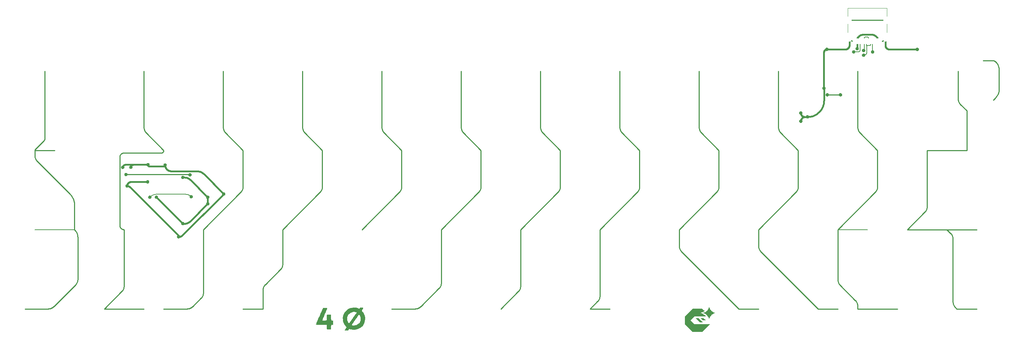
<source format=gbr>
%TF.GenerationSoftware,KiCad,Pcbnew,8.0.8*%
%TF.CreationDate,2025-02-11T12:17:45+01:00*%
%TF.ProjectId,forti rev 3,666f7274-6920-4726-9576-20332e6b6963,rev?*%
%TF.SameCoordinates,Original*%
%TF.FileFunction,Legend,Top*%
%TF.FilePolarity,Positive*%
%FSLAX46Y46*%
G04 Gerber Fmt 4.6, Leading zero omitted, Abs format (unit mm)*
G04 Created by KiCad (PCBNEW 8.0.8) date 2025-02-11 12:17:45*
%MOMM*%
%LPD*%
G01*
G04 APERTURE LIST*
%ADD10C,0.200000*%
%ADD11C,0.250000*%
%ADD12C,0.381000*%
%ADD13C,0.000000*%
%ADD14C,0.120000*%
%ADD15C,3.987800*%
%ADD16C,3.048000*%
%ADD17C,0.650000*%
%ADD18R,0.600000X1.450000*%
%ADD19R,0.280000X1.450000*%
%ADD20O,1.000000X2.100000*%
%ADD21O,1.000000X1.600000*%
%ADD22C,1.750000*%
G04 APERTURE END LIST*
D10*
X234460474Y-30632117D02*
X234452712Y-30623960D01*
D11*
X89451251Y-90268412D02*
X89394826Y-90348688D01*
D12*
X57852580Y-61250469D02*
X57823052Y-61257127D01*
D10*
X234209666Y-32607209D02*
X234824624Y-32606420D01*
D11*
X150854174Y-90968425D02*
X150884838Y-90875749D01*
X231933791Y-52194073D02*
X231936246Y-52293242D01*
D12*
X61593627Y-61522734D02*
X61607588Y-61536045D01*
X233194958Y-29957997D02*
X233098295Y-29974865D01*
X218491434Y-50167137D02*
X218461945Y-50208606D01*
D13*
G36*
X71870772Y-68530695D02*
G01*
X71891086Y-68532240D01*
X71911104Y-68534784D01*
X71930802Y-68538302D01*
X71950154Y-68542768D01*
X71969136Y-68548158D01*
X71987721Y-68554447D01*
X72005886Y-68561609D01*
X72023605Y-68569620D01*
X72040852Y-68578453D01*
X72057603Y-68588085D01*
X72073832Y-68598489D01*
X72089515Y-68609642D01*
X72104626Y-68621516D01*
X72119139Y-68634089D01*
X72133031Y-68647333D01*
X72146276Y-68661225D01*
X72158848Y-68675739D01*
X72170723Y-68690850D01*
X72181875Y-68706533D01*
X72192280Y-68722762D01*
X72201911Y-68739513D01*
X72210745Y-68756760D01*
X72218755Y-68774479D01*
X72225917Y-68792643D01*
X72232206Y-68811229D01*
X72237596Y-68830211D01*
X72242063Y-68849563D01*
X72245581Y-68869261D01*
X72248124Y-68889279D01*
X72249669Y-68909593D01*
X72250190Y-68930177D01*
X72249669Y-68950760D01*
X72248124Y-68971074D01*
X72245581Y-68991092D01*
X72242063Y-69010790D01*
X72237596Y-69030143D01*
X72232206Y-69049124D01*
X72225917Y-69067710D01*
X72218755Y-69085874D01*
X72210745Y-69103593D01*
X72201911Y-69120840D01*
X72192280Y-69137591D01*
X72181875Y-69153820D01*
X72170723Y-69169503D01*
X72158848Y-69184614D01*
X72146276Y-69199128D01*
X72133031Y-69213020D01*
X72119139Y-69226264D01*
X72104626Y-69238837D01*
X72089515Y-69250711D01*
X72073832Y-69261864D01*
X72057603Y-69272268D01*
X72040852Y-69281900D01*
X72023605Y-69290733D01*
X72005886Y-69298744D01*
X71987721Y-69305906D01*
X71969136Y-69312195D01*
X71950154Y-69317585D01*
X71930802Y-69322051D01*
X71911104Y-69325569D01*
X71891086Y-69328113D01*
X71870772Y-69329658D01*
X71850188Y-69330178D01*
X71829604Y-69329658D01*
X71809291Y-69328113D01*
X71789272Y-69325569D01*
X71769574Y-69322051D01*
X71750222Y-69317585D01*
X71731241Y-69312195D01*
X71712655Y-69305906D01*
X71694490Y-69298744D01*
X71676772Y-69290733D01*
X71659524Y-69281900D01*
X71642774Y-69272268D01*
X71626544Y-69261864D01*
X71610862Y-69250711D01*
X71595751Y-69238837D01*
X71581237Y-69226264D01*
X71567345Y-69213020D01*
X71554100Y-69199128D01*
X71541528Y-69184614D01*
X71529653Y-69169503D01*
X71518501Y-69153820D01*
X71508097Y-69137591D01*
X71498465Y-69120840D01*
X71489631Y-69103593D01*
X71481621Y-69085874D01*
X71474459Y-69067710D01*
X71468170Y-69049124D01*
X71462780Y-69030143D01*
X71458313Y-69010790D01*
X71454796Y-68991092D01*
X71452252Y-68971074D01*
X71450707Y-68950760D01*
X71450187Y-68930177D01*
X71450707Y-68909593D01*
X71452252Y-68889279D01*
X71454796Y-68869261D01*
X71458313Y-68849563D01*
X71462780Y-68830211D01*
X71468170Y-68811229D01*
X71474459Y-68792643D01*
X71481621Y-68774479D01*
X71489631Y-68756760D01*
X71498465Y-68739513D01*
X71508097Y-68722762D01*
X71518501Y-68706533D01*
X71529653Y-68690850D01*
X71541528Y-68675739D01*
X71554100Y-68661225D01*
X71567345Y-68647333D01*
X71581237Y-68634089D01*
X71595751Y-68621516D01*
X71610862Y-68609642D01*
X71626544Y-68598489D01*
X71642774Y-68588085D01*
X71659524Y-68578453D01*
X71676772Y-68569620D01*
X71694490Y-68561609D01*
X71712655Y-68554447D01*
X71731241Y-68548158D01*
X71750222Y-68542768D01*
X71769574Y-68538302D01*
X71789272Y-68534784D01*
X71809291Y-68532240D01*
X71829604Y-68530695D01*
X71850188Y-68530175D01*
X71870772Y-68530695D01*
G37*
D11*
X122003825Y-67671443D02*
X122060250Y-67591166D01*
D13*
G36*
X224533683Y-33325035D02*
G01*
X224543840Y-33325807D01*
X224553849Y-33327079D01*
X224563698Y-33328838D01*
X224573374Y-33331071D01*
X224582865Y-33333766D01*
X224592158Y-33336910D01*
X224601240Y-33340491D01*
X224610099Y-33344497D01*
X224618722Y-33348913D01*
X224627098Y-33353729D01*
X224635212Y-33358931D01*
X224643053Y-33364507D01*
X224650609Y-33370445D01*
X224657865Y-33376731D01*
X224664811Y-33383353D01*
X224671433Y-33390299D01*
X224677719Y-33397556D01*
X224683656Y-33405111D01*
X224689232Y-33412952D01*
X224694434Y-33421067D01*
X224699250Y-33429442D01*
X224703666Y-33438066D01*
X224707671Y-33446925D01*
X224711252Y-33456007D01*
X224714396Y-33465300D01*
X224717091Y-33474791D01*
X224719325Y-33484467D01*
X224721083Y-33494316D01*
X224722355Y-33504325D01*
X224723127Y-33514482D01*
X224723388Y-33524774D01*
X224723127Y-33535066D01*
X224722355Y-33545223D01*
X224721083Y-33555232D01*
X224719325Y-33565081D01*
X224717091Y-33574758D01*
X224714396Y-33584248D01*
X224711252Y-33593541D01*
X224707671Y-33602624D01*
X224703666Y-33611483D01*
X224699250Y-33620106D01*
X224694434Y-33628482D01*
X224689232Y-33636596D01*
X224683656Y-33644438D01*
X224677719Y-33651993D01*
X224671433Y-33659250D01*
X224664811Y-33666196D01*
X224657865Y-33672818D01*
X224650609Y-33679104D01*
X224643053Y-33685041D01*
X224635212Y-33690617D01*
X224627098Y-33695820D01*
X224618722Y-33700635D01*
X224610099Y-33705052D01*
X224601240Y-33709057D01*
X224592158Y-33712638D01*
X224582865Y-33715783D01*
X224573374Y-33718478D01*
X224563698Y-33720711D01*
X224553849Y-33722470D01*
X224543840Y-33723742D01*
X224533683Y-33724514D01*
X224523391Y-33724774D01*
X224513099Y-33724514D01*
X224502942Y-33723742D01*
X224492932Y-33722470D01*
X224483083Y-33720711D01*
X224473407Y-33718478D01*
X224463917Y-33715783D01*
X224454624Y-33712638D01*
X224445542Y-33709057D01*
X224436682Y-33705052D01*
X224428059Y-33700635D01*
X224419684Y-33695820D01*
X224411569Y-33690617D01*
X224403728Y-33685041D01*
X224396173Y-33679104D01*
X224388916Y-33672818D01*
X224381970Y-33666196D01*
X224375348Y-33659250D01*
X224369062Y-33651993D01*
X224363125Y-33644438D01*
X224357549Y-33636596D01*
X224352347Y-33628482D01*
X224347532Y-33620106D01*
X224343115Y-33611483D01*
X224339110Y-33602624D01*
X224335529Y-33593541D01*
X224332385Y-33584248D01*
X224329690Y-33574758D01*
X224327457Y-33565081D01*
X224325698Y-33555232D01*
X224324426Y-33545223D01*
X224323654Y-33535066D01*
X224323394Y-33524774D01*
X224323654Y-33514482D01*
X224324426Y-33504325D01*
X224325698Y-33494316D01*
X224327457Y-33484467D01*
X224329690Y-33474791D01*
X224332385Y-33465300D01*
X224335529Y-33456007D01*
X224339110Y-33446925D01*
X224343115Y-33438066D01*
X224347532Y-33429442D01*
X224352347Y-33421067D01*
X224357549Y-33412952D01*
X224363125Y-33405111D01*
X224369062Y-33397556D01*
X224375348Y-33390299D01*
X224381970Y-33383353D01*
X224388916Y-33376731D01*
X224396173Y-33370445D01*
X224403728Y-33364507D01*
X224411569Y-33358931D01*
X224419684Y-33353729D01*
X224428059Y-33348913D01*
X224436682Y-33344497D01*
X224445542Y-33340491D01*
X224454624Y-33336910D01*
X224463917Y-33333766D01*
X224473407Y-33331071D01*
X224483083Y-33328838D01*
X224492932Y-33327079D01*
X224502942Y-33325807D01*
X224513099Y-33325035D01*
X224523391Y-33324775D01*
X224533683Y-33325035D01*
G37*
D11*
X236110488Y-67895776D02*
X236178877Y-67823912D01*
X189463734Y-81958921D02*
X189524215Y-82036557D01*
D12*
X218975324Y-49806457D02*
X218927293Y-49825395D01*
D11*
X150949371Y-90589419D02*
X150961503Y-90491755D01*
D12*
X56643117Y-65759744D02*
X56615428Y-65798676D01*
X57581872Y-61378522D02*
X57558734Y-61398456D01*
D11*
X256053848Y-45454644D02*
X256061177Y-45553141D01*
X264431329Y-36207809D02*
X264374106Y-36200704D01*
D12*
X65531807Y-61471016D02*
X65538957Y-61457054D01*
D11*
X156126263Y-53383957D02*
X156186746Y-53461592D01*
X55511505Y-76813810D02*
X55562765Y-76822968D01*
X60483786Y-52194073D02*
X60486244Y-52293242D01*
X34442228Y-59802015D02*
X34481750Y-59891212D01*
X178960494Y-67895776D02*
X170021285Y-76834973D01*
D12*
X65821117Y-62135546D02*
X65861951Y-62192967D01*
D11*
X213469573Y-53608254D02*
X213469588Y-53608273D01*
X55651889Y-58417676D02*
X55654088Y-58419976D01*
D12*
X65951463Y-62301438D02*
X65999958Y-62352302D01*
D13*
G36*
X224543975Y-33125295D02*
G01*
X224564289Y-33126840D01*
X224584307Y-33129384D01*
X224604005Y-33132901D01*
X224623357Y-33137368D01*
X224642339Y-33142758D01*
X224660924Y-33149047D01*
X224679089Y-33156209D01*
X224696807Y-33164219D01*
X224714054Y-33173052D01*
X224730805Y-33182684D01*
X224747034Y-33193088D01*
X224762716Y-33204240D01*
X224777827Y-33216115D01*
X224792340Y-33228687D01*
X224806231Y-33241932D01*
X224819476Y-33255824D01*
X224832047Y-33270337D01*
X224843922Y-33285448D01*
X224855074Y-33301131D01*
X224865478Y-33317360D01*
X224875109Y-33334111D01*
X224883942Y-33351358D01*
X224891952Y-33369076D01*
X224899114Y-33387241D01*
X224905402Y-33405827D01*
X224910792Y-33424808D01*
X224915258Y-33444160D01*
X224918776Y-33463858D01*
X224921320Y-33483877D01*
X224922864Y-33504190D01*
X224923385Y-33524774D01*
X224922864Y-33545358D01*
X224921320Y-33565672D01*
X224918776Y-33585690D01*
X224915258Y-33605388D01*
X224910792Y-33624741D01*
X224905402Y-33643722D01*
X224899114Y-33662308D01*
X224891952Y-33680472D01*
X224883942Y-33698191D01*
X224875109Y-33715438D01*
X224865478Y-33732189D01*
X224855074Y-33748418D01*
X224843922Y-33764101D01*
X224832047Y-33779211D01*
X224819476Y-33793725D01*
X224806231Y-33807617D01*
X224792340Y-33820861D01*
X224777827Y-33833434D01*
X224762716Y-33845308D01*
X224747034Y-33856460D01*
X224730805Y-33866865D01*
X224714054Y-33876496D01*
X224696807Y-33885330D01*
X224679089Y-33893340D01*
X224660924Y-33900502D01*
X224642339Y-33906791D01*
X224623357Y-33912181D01*
X224604005Y-33916647D01*
X224584307Y-33920165D01*
X224564289Y-33922709D01*
X224543975Y-33924253D01*
X224523391Y-33924774D01*
X224502806Y-33924253D01*
X224482493Y-33922709D01*
X224462474Y-33920165D01*
X224442776Y-33916647D01*
X224423424Y-33912181D01*
X224404442Y-33906791D01*
X224385857Y-33900502D01*
X224367692Y-33893340D01*
X224349974Y-33885330D01*
X224332727Y-33876496D01*
X224315977Y-33866865D01*
X224299748Y-33856460D01*
X224284065Y-33845308D01*
X224268955Y-33833434D01*
X224254441Y-33820861D01*
X224240550Y-33807617D01*
X224227306Y-33793725D01*
X224214734Y-33779211D01*
X224202860Y-33764101D01*
X224191708Y-33748418D01*
X224181304Y-33732189D01*
X224171673Y-33715438D01*
X224162839Y-33698191D01*
X224154829Y-33680472D01*
X224147668Y-33662308D01*
X224141379Y-33643722D01*
X224135989Y-33624741D01*
X224131523Y-33605388D01*
X224128005Y-33585690D01*
X224125462Y-33565672D01*
X224123917Y-33545358D01*
X224123397Y-33524774D01*
X224123917Y-33504190D01*
X224125462Y-33483877D01*
X224128005Y-33463858D01*
X224131523Y-33444160D01*
X224135989Y-33424808D01*
X224141379Y-33405827D01*
X224147668Y-33387241D01*
X224154829Y-33369076D01*
X224162839Y-33351358D01*
X224171673Y-33334111D01*
X224181304Y-33317360D01*
X224191708Y-33301131D01*
X224202860Y-33285448D01*
X224214734Y-33270337D01*
X224227306Y-33255824D01*
X224240550Y-33241932D01*
X224254441Y-33228687D01*
X224268955Y-33216115D01*
X224284065Y-33204240D01*
X224299748Y-33193088D01*
X224315977Y-33182684D01*
X224332727Y-33173052D01*
X224349974Y-33164219D01*
X224367692Y-33156209D01*
X224385857Y-33149047D01*
X224404442Y-33142758D01*
X224423424Y-33137368D01*
X224442776Y-33132901D01*
X224462474Y-33129384D01*
X224482493Y-33126840D01*
X224502806Y-33125295D01*
X224523391Y-33124775D01*
X224543975Y-33125295D01*
G37*
D12*
X223837493Y-42862475D02*
X223837493Y-45779675D01*
X238643939Y-32904225D02*
X238660388Y-32946842D01*
D11*
X236635968Y-66969073D02*
X236657502Y-66873576D01*
X89250564Y-90603719D02*
X89211041Y-90692918D01*
X227171294Y-88843076D02*
X227173752Y-88942245D01*
D12*
X61475886Y-61238477D02*
X61475886Y-61263879D01*
D11*
X89058787Y-95884976D02*
X84296286Y-95884976D01*
D12*
X56589596Y-65838965D02*
X56565682Y-65880549D01*
X232046100Y-30553391D02*
X232017824Y-30586208D01*
X232222789Y-30389017D02*
X232147957Y-30453486D01*
X61524405Y-61430094D02*
X61534084Y-61446929D01*
D11*
X238560365Y-30863446D02*
X238570582Y-30819177D01*
X174822566Y-52586058D02*
X174844099Y-52681554D01*
D12*
X229855068Y-32962976D02*
X229874452Y-32919220D01*
D10*
X232479620Y-33823911D02*
X232488632Y-33801064D01*
D11*
X141210665Y-67423348D02*
X141254516Y-67336134D01*
D10*
X233422444Y-33792886D02*
X233429433Y-33789794D01*
D11*
X126249835Y-95767855D02*
X126340854Y-95732727D01*
X231931335Y-95163285D02*
X231924008Y-95064767D01*
X71462500Y-63569327D02*
X71457081Y-63568915D01*
D12*
X61857953Y-61639983D02*
X61877887Y-61640477D01*
X231943610Y-30691752D02*
X231922509Y-30729058D01*
X224420147Y-33532439D02*
X224386356Y-33538336D01*
D10*
X234427251Y-30602016D02*
X234418140Y-30595612D01*
D11*
X248542278Y-71731574D02*
X248563813Y-71636076D01*
D12*
X231870534Y-30846340D02*
X231857085Y-30886983D01*
D11*
X56182748Y-63579329D02*
X56182006Y-63580385D01*
X93760979Y-85526414D02*
X93782511Y-85430910D01*
D12*
X218795726Y-49651265D02*
X218836589Y-49669743D01*
X65387469Y-61608543D02*
X65401430Y-61601392D01*
X224488722Y-33525636D02*
X224454288Y-33528198D01*
D11*
X254815877Y-94314041D02*
X254828008Y-94411701D01*
X54752926Y-59018309D02*
X54735839Y-59062592D01*
D10*
X234025521Y-32456765D02*
X234028227Y-32466296D01*
D12*
X223825148Y-34189305D02*
X223824294Y-34223975D01*
D10*
X233461787Y-33769350D02*
X233467650Y-33764302D01*
D12*
X57008364Y-65458795D02*
X56965546Y-65480724D01*
X231820245Y-31098581D02*
X231819167Y-31142074D01*
D11*
X238517267Y-30990932D02*
X238533650Y-30949380D01*
D10*
X70848663Y-68394194D02*
X70753955Y-68377664D01*
D11*
X118219565Y-53608254D02*
X118219588Y-53608273D01*
X74684831Y-92502044D02*
X74710964Y-92407875D01*
D12*
X65570466Y-61333337D02*
X65570887Y-61316674D01*
D11*
X150932504Y-90686082D02*
X150949371Y-90589419D01*
X238432907Y-31146357D02*
X238456706Y-31109233D01*
D10*
X234492460Y-30677582D02*
X234486999Y-30667927D01*
D11*
X238407397Y-31182231D02*
X238432907Y-31146357D01*
D12*
X57428239Y-61565680D02*
X57414681Y-61592646D01*
D11*
X34290381Y-57769162D02*
X34289988Y-57784970D01*
X238110325Y-31439336D02*
X238148641Y-31417304D01*
X55193691Y-58532270D02*
X55152305Y-58555675D01*
X43814988Y-70860974D02*
X43810624Y-70684890D01*
D12*
X61476409Y-61259163D02*
X61477962Y-61279579D01*
D10*
X232092614Y-34125379D02*
X232117391Y-34120955D01*
D11*
X208160066Y-81161059D02*
X208181598Y-81256554D01*
X131528826Y-90729049D02*
X131585252Y-90648773D01*
D12*
X238746448Y-33108020D02*
X238772870Y-33145607D01*
D11*
X74749366Y-92215715D02*
X74761499Y-92118052D01*
D13*
G36*
X71860480Y-68730436D02*
G01*
X71870637Y-68731208D01*
X71880647Y-68732480D01*
X71890496Y-68734239D01*
X71900172Y-68736472D01*
X71909663Y-68739167D01*
X71918956Y-68742312D01*
X71928038Y-68745893D01*
X71936897Y-68749898D01*
X71945521Y-68754315D01*
X71953896Y-68759130D01*
X71962011Y-68764332D01*
X71969852Y-68769909D01*
X71977408Y-68775846D01*
X71984665Y-68782132D01*
X71991610Y-68788754D01*
X71998233Y-68795700D01*
X72004519Y-68802957D01*
X72010456Y-68810512D01*
X72016032Y-68818354D01*
X72021234Y-68826468D01*
X72026050Y-68834844D01*
X72030467Y-68843467D01*
X72034472Y-68852327D01*
X72038053Y-68861409D01*
X72041197Y-68870702D01*
X72043892Y-68880193D01*
X72046126Y-68889869D01*
X72047884Y-68899718D01*
X72049156Y-68909727D01*
X72049929Y-68919884D01*
X72050189Y-68930177D01*
X72049929Y-68940469D01*
X72049156Y-68950626D01*
X72047884Y-68960635D01*
X72046126Y-68970484D01*
X72043892Y-68980160D01*
X72041197Y-68989651D01*
X72038053Y-68998944D01*
X72034472Y-69008026D01*
X72030467Y-69016886D01*
X72026050Y-69025509D01*
X72021234Y-69033885D01*
X72016032Y-69041999D01*
X72010456Y-69049841D01*
X72004519Y-69057396D01*
X71998233Y-69064653D01*
X71991610Y-69071599D01*
X71984665Y-69078221D01*
X71977408Y-69084507D01*
X71969852Y-69090445D01*
X71962011Y-69096021D01*
X71953896Y-69101223D01*
X71945521Y-69106038D01*
X71936897Y-69110455D01*
X71928038Y-69114460D01*
X71918956Y-69118041D01*
X71909663Y-69121186D01*
X71900172Y-69123881D01*
X71890496Y-69126114D01*
X71880647Y-69127873D01*
X71870637Y-69129145D01*
X71860480Y-69129917D01*
X71850188Y-69130177D01*
X71839896Y-69129917D01*
X71829739Y-69129145D01*
X71819730Y-69127873D01*
X71809881Y-69126114D01*
X71800205Y-69123881D01*
X71790714Y-69121186D01*
X71781421Y-69118041D01*
X71772338Y-69114460D01*
X71763479Y-69110455D01*
X71754855Y-69106038D01*
X71746480Y-69101223D01*
X71738365Y-69096021D01*
X71730524Y-69090445D01*
X71722969Y-69084507D01*
X71715712Y-69078221D01*
X71708766Y-69071599D01*
X71702144Y-69064653D01*
X71695858Y-69057396D01*
X71689920Y-69049841D01*
X71684344Y-69041999D01*
X71679142Y-69033885D01*
X71674326Y-69025509D01*
X71669909Y-69016886D01*
X71665904Y-69008026D01*
X71662323Y-68998944D01*
X71659179Y-68989651D01*
X71656484Y-68980160D01*
X71654251Y-68970484D01*
X71652492Y-68960635D01*
X71651220Y-68950626D01*
X71650448Y-68940469D01*
X71650187Y-68930177D01*
X71650448Y-68919884D01*
X71651220Y-68909727D01*
X71652492Y-68899718D01*
X71654251Y-68889869D01*
X71656484Y-68880193D01*
X71659179Y-68870702D01*
X71662323Y-68861409D01*
X71665904Y-68852327D01*
X71669909Y-68843467D01*
X71674326Y-68834844D01*
X71679142Y-68826468D01*
X71684344Y-68818354D01*
X71689920Y-68810512D01*
X71695858Y-68802957D01*
X71702144Y-68795700D01*
X71708766Y-68788754D01*
X71715712Y-68782132D01*
X71722969Y-68775846D01*
X71730524Y-68769909D01*
X71738365Y-68764332D01*
X71746480Y-68759130D01*
X71754855Y-68754315D01*
X71763479Y-68749898D01*
X71772338Y-68745893D01*
X71781421Y-68742312D01*
X71790714Y-68739167D01*
X71800205Y-68736472D01*
X71809881Y-68734239D01*
X71819730Y-68732480D01*
X71829739Y-68731208D01*
X71839896Y-68730436D01*
X71850188Y-68730176D01*
X71860480Y-68730436D01*
G37*
D10*
X233531425Y-30689746D02*
X233528256Y-30699115D01*
D11*
X230684840Y-31532045D02*
X230729067Y-31539758D01*
D12*
X68650294Y-78128278D02*
X68650287Y-78128274D01*
D11*
X264706721Y-36284158D02*
X264653392Y-36263578D01*
D12*
X71179862Y-75170550D02*
X71264927Y-75122440D01*
D11*
X43814988Y-70860974D02*
X43814988Y-76834973D01*
X193836243Y-52293251D02*
X193843571Y-52391754D01*
X55072986Y-58608569D02*
X55035214Y-58637993D01*
D10*
X234389196Y-30579239D02*
X234379073Y-30574753D01*
D11*
X37822388Y-95846187D02*
X37917886Y-95824652D01*
D12*
X231805190Y-33352074D02*
X231805190Y-31175674D01*
D11*
X255391875Y-95530553D02*
X255391890Y-95530576D01*
X174793568Y-52391739D02*
X174805700Y-52489399D01*
D10*
X234181904Y-32620164D02*
X234179500Y-32622055D01*
D11*
X150578833Y-91483950D02*
X150635259Y-91403674D01*
D12*
X61488542Y-61338943D02*
X61493959Y-61358019D01*
X219074659Y-49775575D02*
X219024468Y-49789828D01*
D11*
X43661503Y-69828222D02*
X43607062Y-69663676D01*
D12*
X238721957Y-33069273D02*
X238746448Y-33108020D01*
D11*
X98583785Y-52194073D02*
X98586243Y-52293251D01*
X36446488Y-55496476D02*
X34383388Y-57559575D01*
X213469588Y-53608273D02*
X217646285Y-57784974D01*
D12*
X232463454Y-30219809D02*
X232380701Y-30272110D01*
D10*
X234368743Y-30570766D02*
X234358225Y-30567286D01*
D12*
X238589187Y-32588476D02*
X238589095Y-32588476D01*
D11*
X265892605Y-38239954D02*
X265875635Y-38103336D01*
D12*
X223906622Y-33894738D02*
X223891296Y-33925228D01*
D11*
X198593809Y-66580750D02*
X198596267Y-66481576D01*
D12*
X235629761Y-30022533D02*
X235535592Y-29996399D01*
D11*
X65196382Y-58032045D02*
X65207752Y-58003209D01*
D12*
X232014662Y-30589689D02*
X231986695Y-30625579D01*
D11*
X174844099Y-52681554D02*
X174870231Y-52775720D01*
X230078923Y-31104582D02*
X230102853Y-31142443D01*
D10*
X71630394Y-68740739D02*
X71551741Y-68685452D01*
X233415313Y-33795634D02*
X233422444Y-33792886D01*
D11*
X44373172Y-89648355D02*
X44417023Y-89561141D01*
D13*
G36*
X56187880Y-63395235D02*
G01*
X56198037Y-63396007D01*
X56208046Y-63397279D01*
X56217895Y-63399038D01*
X56227571Y-63401271D01*
X56237062Y-63403966D01*
X56246355Y-63407110D01*
X56255437Y-63410691D01*
X56264297Y-63414697D01*
X56272920Y-63419113D01*
X56281296Y-63423929D01*
X56289410Y-63429131D01*
X56297252Y-63434707D01*
X56304807Y-63440645D01*
X56312064Y-63446931D01*
X56319010Y-63453553D01*
X56325632Y-63460499D01*
X56331918Y-63467756D01*
X56337856Y-63475311D01*
X56343432Y-63483153D01*
X56348634Y-63491267D01*
X56353450Y-63499643D01*
X56357867Y-63508266D01*
X56361872Y-63517126D01*
X56365453Y-63526208D01*
X56368597Y-63535501D01*
X56371293Y-63544992D01*
X56373526Y-63554668D01*
X56375285Y-63564517D01*
X56376557Y-63574526D01*
X56377329Y-63584683D01*
X56377589Y-63594975D01*
X56377329Y-63605267D01*
X56376557Y-63615424D01*
X56375285Y-63625434D01*
X56373526Y-63635283D01*
X56371293Y-63644959D01*
X56368597Y-63654450D01*
X56365453Y-63663743D01*
X56361872Y-63672825D01*
X56357867Y-63681684D01*
X56353450Y-63690308D01*
X56348634Y-63698683D01*
X56343432Y-63706798D01*
X56337856Y-63714639D01*
X56331918Y-63722195D01*
X56325632Y-63729452D01*
X56319010Y-63736398D01*
X56312064Y-63743020D01*
X56304807Y-63749306D01*
X56297252Y-63755243D01*
X56289410Y-63760819D01*
X56281296Y-63766021D01*
X56272920Y-63770837D01*
X56264297Y-63775254D01*
X56255437Y-63779259D01*
X56246355Y-63782840D01*
X56237062Y-63785984D01*
X56227571Y-63788680D01*
X56217895Y-63790913D01*
X56208046Y-63792672D01*
X56198037Y-63793943D01*
X56187880Y-63794716D01*
X56177588Y-63794976D01*
X56167296Y-63794716D01*
X56157140Y-63793943D01*
X56147130Y-63792672D01*
X56137281Y-63790913D01*
X56127605Y-63788680D01*
X56118115Y-63785984D01*
X56108822Y-63782840D01*
X56099739Y-63779259D01*
X56090880Y-63775254D01*
X56082257Y-63770837D01*
X56073881Y-63766021D01*
X56065766Y-63760819D01*
X56057925Y-63755243D01*
X56050370Y-63749306D01*
X56043113Y-63743020D01*
X56036167Y-63736398D01*
X56029544Y-63729452D01*
X56023258Y-63722195D01*
X56017321Y-63714639D01*
X56011745Y-63706798D01*
X56006543Y-63698683D01*
X56001727Y-63690308D01*
X55997310Y-63681684D01*
X55993305Y-63672825D01*
X55989724Y-63663743D01*
X55986579Y-63654450D01*
X55983884Y-63644959D01*
X55981651Y-63635283D01*
X55979892Y-63625434D01*
X55978620Y-63615424D01*
X55977848Y-63605267D01*
X55977588Y-63594975D01*
X55977848Y-63584683D01*
X55978620Y-63574526D01*
X55979892Y-63564517D01*
X55981651Y-63554668D01*
X55983884Y-63544992D01*
X55986579Y-63535501D01*
X55989724Y-63526208D01*
X55993305Y-63517126D01*
X55997310Y-63508266D01*
X56001727Y-63499643D01*
X56006543Y-63491267D01*
X56011745Y-63483153D01*
X56017321Y-63475311D01*
X56023258Y-63467756D01*
X56029544Y-63460499D01*
X56036167Y-63453553D01*
X56043113Y-63446931D01*
X56050370Y-63440645D01*
X56057925Y-63434707D01*
X56065766Y-63429131D01*
X56073881Y-63423929D01*
X56082257Y-63419113D01*
X56090880Y-63414697D01*
X56099739Y-63410691D01*
X56108822Y-63407110D01*
X56118115Y-63403966D01*
X56127605Y-63401271D01*
X56137281Y-63399038D01*
X56147130Y-63397279D01*
X56157140Y-63396007D01*
X56167296Y-63395235D01*
X56177588Y-63394975D01*
X56187880Y-63395235D01*
G37*
G36*
X224543975Y-33125397D02*
G01*
X224564289Y-33126942D01*
X224584307Y-33129486D01*
X224604005Y-33133003D01*
X224623357Y-33137470D01*
X224642339Y-33142860D01*
X224660924Y-33149149D01*
X224679089Y-33156311D01*
X224696807Y-33164321D01*
X224714054Y-33173154D01*
X224730805Y-33182786D01*
X224747034Y-33193190D01*
X224762716Y-33204342D01*
X224777827Y-33216217D01*
X224792340Y-33228789D01*
X224806231Y-33242034D01*
X224819476Y-33255925D01*
X224832047Y-33270439D01*
X224843922Y-33285550D01*
X224855074Y-33301233D01*
X224865478Y-33317462D01*
X224875109Y-33334213D01*
X224883942Y-33351460D01*
X224891952Y-33369178D01*
X224899114Y-33387343D01*
X224905402Y-33405929D01*
X224910792Y-33424910D01*
X224915258Y-33444262D01*
X224918776Y-33463960D01*
X224921320Y-33483979D01*
X224922864Y-33504292D01*
X224923385Y-33524876D01*
X224922864Y-33545460D01*
X224921320Y-33565774D01*
X224918776Y-33585792D01*
X224915258Y-33605490D01*
X224910792Y-33624842D01*
X224905402Y-33643824D01*
X224899114Y-33662410D01*
X224891952Y-33680574D01*
X224883942Y-33698293D01*
X224875109Y-33715540D01*
X224865478Y-33732291D01*
X224855074Y-33748520D01*
X224843922Y-33764203D01*
X224832047Y-33779313D01*
X224819476Y-33793827D01*
X224806231Y-33807719D01*
X224792340Y-33820963D01*
X224777827Y-33833535D01*
X224762716Y-33845410D01*
X224747034Y-33856562D01*
X224730805Y-33866967D01*
X224714054Y-33876598D01*
X224696807Y-33885432D01*
X224679089Y-33893442D01*
X224660924Y-33900604D01*
X224642339Y-33906893D01*
X224623357Y-33912283D01*
X224604005Y-33916749D01*
X224584307Y-33920267D01*
X224564289Y-33922811D01*
X224543975Y-33924355D01*
X224523391Y-33924876D01*
X224502806Y-33924355D01*
X224482493Y-33922811D01*
X224462474Y-33920267D01*
X224442776Y-33916749D01*
X224423424Y-33912283D01*
X224404442Y-33906893D01*
X224385857Y-33900604D01*
X224367692Y-33893442D01*
X224349974Y-33885432D01*
X224332727Y-33876598D01*
X224315977Y-33866967D01*
X224299748Y-33856562D01*
X224284065Y-33845410D01*
X224268955Y-33833535D01*
X224254441Y-33820963D01*
X224240550Y-33807719D01*
X224227306Y-33793827D01*
X224214734Y-33779313D01*
X224202860Y-33764203D01*
X224191708Y-33748520D01*
X224181304Y-33732291D01*
X224171673Y-33715540D01*
X224162839Y-33698293D01*
X224154829Y-33680574D01*
X224147668Y-33662410D01*
X224141379Y-33643824D01*
X224135989Y-33624842D01*
X224131523Y-33605490D01*
X224128005Y-33585792D01*
X224125462Y-33565774D01*
X224123917Y-33545460D01*
X224123397Y-33524876D01*
X224123917Y-33504292D01*
X224125462Y-33483979D01*
X224128005Y-33463960D01*
X224131523Y-33444262D01*
X224135989Y-33424910D01*
X224141379Y-33405929D01*
X224147668Y-33387343D01*
X224154829Y-33369178D01*
X224162839Y-33351460D01*
X224171673Y-33334213D01*
X224181304Y-33317462D01*
X224191708Y-33301233D01*
X224202860Y-33285550D01*
X224214734Y-33270439D01*
X224227306Y-33255925D01*
X224240550Y-33242034D01*
X224254441Y-33228789D01*
X224268955Y-33216217D01*
X224284065Y-33204342D01*
X224299748Y-33193190D01*
X224315977Y-33182786D01*
X224332727Y-33173154D01*
X224349974Y-33164321D01*
X224367692Y-33156311D01*
X224385857Y-33149149D01*
X224404442Y-33142860D01*
X224423424Y-33137470D01*
X224442776Y-33133003D01*
X224462474Y-33129486D01*
X224482493Y-33126942D01*
X224502806Y-33125397D01*
X224523391Y-33124877D01*
X224543975Y-33125397D01*
G37*
D11*
X74185489Y-93334576D02*
X72220889Y-95299176D01*
D10*
X234940123Y-32558585D02*
X234948203Y-32551625D01*
D12*
X68771567Y-78300495D02*
X68758071Y-78273656D01*
D11*
X254784173Y-78809112D02*
X254767307Y-78712444D01*
D12*
X56965546Y-65480724D02*
X56923959Y-65504634D01*
D10*
X234099853Y-32567526D02*
X234107726Y-32573128D01*
D12*
X68829832Y-78532954D02*
X68827576Y-78502642D01*
D11*
X227688690Y-90185388D02*
X227757079Y-90257252D01*
D12*
X70238089Y-75406174D02*
X69849990Y-75406174D01*
D11*
X174783782Y-38734975D02*
X174783782Y-52194073D01*
X36667527Y-55029719D02*
X36670342Y-54991926D01*
X44522338Y-89288247D02*
X44548471Y-89194078D01*
D10*
X233467650Y-33764302D02*
X233473281Y-33758947D01*
D12*
X65312345Y-61633895D02*
X65328011Y-61630279D01*
D11*
X54772152Y-58974911D02*
X54752926Y-59018309D01*
D10*
X234120581Y-34367304D02*
X234131281Y-34329639D01*
D11*
X137076255Y-53383957D02*
X137136737Y-53461592D01*
X160457520Y-66873576D02*
X160474387Y-66776913D01*
D12*
X233490294Y-29936075D02*
X233391121Y-29938534D01*
D10*
X233539071Y-30671656D02*
X233535035Y-30680588D01*
D12*
X61799094Y-61632681D02*
X61818524Y-61636071D01*
D11*
X55634830Y-90875747D02*
X55660963Y-90781578D01*
X236693830Y-66580749D02*
X236696288Y-66481576D01*
X98976249Y-53383957D02*
X99036731Y-53461592D01*
X36662869Y-55067191D02*
X36667527Y-55029719D01*
D10*
X233624691Y-30581751D02*
X233616249Y-30586609D01*
D12*
X55942412Y-61245776D02*
X55911216Y-61251347D01*
X223961442Y-33808003D02*
X223941719Y-33836068D01*
D10*
X233598521Y-34889295D02*
X233635402Y-34876817D01*
D11*
X54783029Y-76245267D02*
X54806016Y-76290151D01*
D12*
X228968093Y-33524876D02*
X229016741Y-33523671D01*
D10*
X234408748Y-30589676D02*
X234399094Y-30584216D01*
D11*
X141053828Y-67671443D02*
X141110253Y-67591166D01*
X208273517Y-81534414D02*
X208313038Y-81623611D01*
D12*
X61534084Y-61446929D02*
X61544540Y-61463239D01*
D11*
X231895011Y-94870409D02*
X231873477Y-94774899D01*
D10*
X232488632Y-33801064D02*
X232496546Y-33777687D01*
D11*
X124777488Y-95884976D02*
X120014991Y-95884976D01*
D10*
X234452712Y-30623960D02*
X234444555Y-30616198D01*
D11*
X236657502Y-66873576D02*
X236674369Y-66776913D01*
D12*
X231806332Y-31129823D02*
X231805190Y-31175674D01*
D11*
X93669056Y-85804297D02*
X93704183Y-85713272D01*
X54762185Y-76199157D02*
X54783029Y-76245267D01*
X231480830Y-93994827D02*
X231416355Y-93919992D01*
D12*
X70337263Y-75403715D02*
X70435764Y-75396385D01*
D10*
X232419189Y-33929095D02*
X232433219Y-33909370D01*
D12*
X231960604Y-30662690D02*
X231936419Y-30700947D01*
X57558734Y-61398456D02*
X57536513Y-61419602D01*
D11*
X131804165Y-90213524D02*
X131834829Y-90120849D01*
D12*
X223824294Y-42849276D02*
X223837493Y-42862475D01*
D11*
X254767307Y-78712444D02*
X254745774Y-78616942D01*
D12*
X238599359Y-32726763D02*
X238607258Y-32772023D01*
X231815340Y-31039130D02*
X231809726Y-31084283D01*
X61796866Y-61632310D02*
X61816662Y-61635845D01*
D11*
X102760489Y-67895776D02*
X102828879Y-67823912D01*
D10*
X233523290Y-30718439D02*
X233521517Y-30728368D01*
D11*
X37628063Y-95875187D02*
X37725726Y-95863054D01*
D12*
X235343431Y-29957997D02*
X235245768Y-29945864D01*
D11*
X98867519Y-53220929D02*
X98919822Y-53303681D01*
X56178097Y-63589823D02*
X56177875Y-63591094D01*
D12*
X218880442Y-49846577D02*
X218834837Y-49869935D01*
D10*
X233429433Y-33789794D02*
X233436266Y-33786362D01*
X233520235Y-30738459D02*
X233519457Y-30748699D01*
D13*
G36*
X246270476Y-33125295D02*
G01*
X246290790Y-33126840D01*
X246310809Y-33129384D01*
X246330507Y-33132901D01*
X246349859Y-33137368D01*
X246368840Y-33142758D01*
X246387426Y-33149047D01*
X246405590Y-33156209D01*
X246423309Y-33164219D01*
X246440556Y-33173052D01*
X246457306Y-33182684D01*
X246473535Y-33193088D01*
X246489218Y-33204240D01*
X246504328Y-33216115D01*
X246518841Y-33228687D01*
X246532733Y-33241932D01*
X246545977Y-33255824D01*
X246558549Y-33270337D01*
X246570423Y-33285448D01*
X246581575Y-33301131D01*
X246591979Y-33317360D01*
X246601610Y-33334111D01*
X246610443Y-33351358D01*
X246618453Y-33369076D01*
X246625615Y-33387241D01*
X246631904Y-33405827D01*
X246637294Y-33424808D01*
X246641760Y-33444160D01*
X246645277Y-33463858D01*
X246647821Y-33483877D01*
X246649366Y-33504190D01*
X246649886Y-33524774D01*
X246649366Y-33545358D01*
X246647821Y-33565672D01*
X246645277Y-33585690D01*
X246641760Y-33605388D01*
X246637294Y-33624741D01*
X246631904Y-33643722D01*
X246625615Y-33662308D01*
X246618453Y-33680472D01*
X246610443Y-33698191D01*
X246601610Y-33715438D01*
X246591979Y-33732189D01*
X246581575Y-33748418D01*
X246570423Y-33764101D01*
X246558549Y-33779211D01*
X246545977Y-33793725D01*
X246532733Y-33807617D01*
X246518841Y-33820861D01*
X246504328Y-33833434D01*
X246489218Y-33845308D01*
X246473535Y-33856460D01*
X246457306Y-33866865D01*
X246440556Y-33876496D01*
X246423309Y-33885330D01*
X246405590Y-33893340D01*
X246387426Y-33900502D01*
X246368840Y-33906791D01*
X246349859Y-33912181D01*
X246330507Y-33916647D01*
X246310809Y-33920165D01*
X246290790Y-33922709D01*
X246270476Y-33924253D01*
X246249892Y-33924774D01*
X246229308Y-33924253D01*
X246208994Y-33922709D01*
X246188976Y-33920165D01*
X246169278Y-33916647D01*
X246149925Y-33912181D01*
X246130944Y-33906791D01*
X246112358Y-33900502D01*
X246094194Y-33893340D01*
X246076476Y-33885330D01*
X246059229Y-33876496D01*
X246042478Y-33866865D01*
X246026249Y-33856460D01*
X246010567Y-33845308D01*
X245995456Y-33833434D01*
X245980943Y-33820861D01*
X245967051Y-33807617D01*
X245953807Y-33793725D01*
X245941235Y-33779211D01*
X245929361Y-33764101D01*
X245918209Y-33748418D01*
X245907805Y-33732189D01*
X245898174Y-33715438D01*
X245889341Y-33698191D01*
X245881331Y-33680472D01*
X245874169Y-33662308D01*
X245867881Y-33643722D01*
X245862491Y-33624741D01*
X245858024Y-33605388D01*
X245854507Y-33585690D01*
X245851963Y-33565672D01*
X245850419Y-33545358D01*
X245849898Y-33524774D01*
X245850419Y-33504190D01*
X245851963Y-33483877D01*
X245854507Y-33463858D01*
X245858024Y-33444160D01*
X245862491Y-33424808D01*
X245867881Y-33405827D01*
X245874169Y-33387241D01*
X245881331Y-33369076D01*
X245889341Y-33351358D01*
X245898174Y-33334111D01*
X245907805Y-33317360D01*
X245918209Y-33301131D01*
X245929361Y-33285448D01*
X245941235Y-33270337D01*
X245953807Y-33255824D01*
X245967051Y-33241932D01*
X245980943Y-33228687D01*
X245995456Y-33216115D01*
X246010567Y-33204240D01*
X246026249Y-33193088D01*
X246042478Y-33182684D01*
X246059229Y-33173052D01*
X246076476Y-33164219D01*
X246094194Y-33156209D01*
X246112358Y-33149047D01*
X246130944Y-33142758D01*
X246149925Y-33137368D01*
X246169278Y-33132901D01*
X246188976Y-33129384D01*
X246208994Y-33126840D01*
X246229308Y-33125295D01*
X246249892Y-33124775D01*
X246270476Y-33125295D01*
G37*
D12*
X57459286Y-61513789D02*
X57443115Y-61539377D01*
D11*
X61001180Y-53536389D02*
X61069568Y-53608254D01*
D12*
X61816662Y-61635845D02*
X61836781Y-61638402D01*
X218836589Y-49669743D02*
X218878482Y-49686264D01*
X231809726Y-31084283D02*
X231806332Y-31129823D01*
D11*
X71523332Y-63596494D02*
X71519461Y-63593141D01*
X98586243Y-52293251D02*
X98593572Y-52391754D01*
X56197477Y-63569468D02*
X56196239Y-63569812D01*
D10*
X233436266Y-33786362D02*
X233442930Y-33782597D01*
D11*
X217060485Y-67895776D02*
X217128874Y-67823913D01*
D12*
X66669560Y-62735164D02*
X66740418Y-62751518D01*
D11*
X265731736Y-44061592D02*
X265777440Y-43923457D01*
D12*
X57287658Y-65372317D02*
X57238757Y-65381050D01*
D11*
X141424366Y-66776913D02*
X141436499Y-66679250D01*
X34807381Y-60378991D02*
X34875769Y-60450856D01*
X160435985Y-66969073D02*
X160457520Y-66873576D01*
D12*
X235147268Y-29938534D02*
X235048095Y-29936075D01*
D13*
G36*
X69860282Y-64094034D02*
G01*
X69870439Y-64094806D01*
X69880448Y-64096078D01*
X69890297Y-64097837D01*
X69899973Y-64100070D01*
X69909464Y-64102765D01*
X69918757Y-64105910D01*
X69927840Y-64109491D01*
X69936699Y-64113496D01*
X69945322Y-64117912D01*
X69953698Y-64122728D01*
X69961813Y-64127930D01*
X69969654Y-64133506D01*
X69977209Y-64139444D01*
X69984466Y-64145730D01*
X69991412Y-64152352D01*
X69998034Y-64159298D01*
X70004320Y-64166555D01*
X70010258Y-64174110D01*
X70015834Y-64181952D01*
X70021036Y-64190066D01*
X70025852Y-64198442D01*
X70030268Y-64207065D01*
X70034274Y-64215925D01*
X70037855Y-64225007D01*
X70040999Y-64234300D01*
X70043694Y-64243791D01*
X70045927Y-64253467D01*
X70047686Y-64263316D01*
X70048958Y-64273325D01*
X70049730Y-64283482D01*
X70049991Y-64293774D01*
X70049730Y-64304067D01*
X70048958Y-64314223D01*
X70047686Y-64324233D01*
X70045927Y-64334082D01*
X70043694Y-64343758D01*
X70040999Y-64353249D01*
X70037855Y-64362542D01*
X70034274Y-64371624D01*
X70030268Y-64380483D01*
X70025852Y-64389107D01*
X70021036Y-64397483D01*
X70015834Y-64405597D01*
X70010258Y-64413438D01*
X70004320Y-64420994D01*
X69998034Y-64428251D01*
X69991412Y-64435197D01*
X69984466Y-64441819D01*
X69977209Y-64448105D01*
X69969654Y-64454042D01*
X69961813Y-64459618D01*
X69953698Y-64464821D01*
X69945322Y-64469636D01*
X69936699Y-64474053D01*
X69927840Y-64478058D01*
X69918757Y-64481639D01*
X69909464Y-64484784D01*
X69899973Y-64487479D01*
X69890297Y-64489712D01*
X69880448Y-64491471D01*
X69870439Y-64492743D01*
X69860282Y-64493515D01*
X69849990Y-64493775D01*
X69839698Y-64493515D01*
X69829541Y-64492743D01*
X69819531Y-64491471D01*
X69809682Y-64489712D01*
X69800006Y-64487479D01*
X69790515Y-64484784D01*
X69781222Y-64481639D01*
X69772140Y-64478058D01*
X69763281Y-64474053D01*
X69754657Y-64469636D01*
X69746282Y-64464821D01*
X69738167Y-64459618D01*
X69730326Y-64454042D01*
X69722770Y-64448105D01*
X69715513Y-64441819D01*
X69708568Y-64435197D01*
X69701945Y-64428251D01*
X69695659Y-64420994D01*
X69689722Y-64413438D01*
X69684146Y-64405597D01*
X69678944Y-64397483D01*
X69674128Y-64389107D01*
X69669711Y-64380483D01*
X69665706Y-64371624D01*
X69662125Y-64362542D01*
X69658981Y-64353249D01*
X69656286Y-64343758D01*
X69654052Y-64334082D01*
X69652293Y-64324233D01*
X69651022Y-64314223D01*
X69650249Y-64304067D01*
X69649989Y-64293774D01*
X69650249Y-64283482D01*
X69651022Y-64273325D01*
X69652293Y-64263316D01*
X69654052Y-64253467D01*
X69656286Y-64243791D01*
X69658981Y-64234300D01*
X69662125Y-64225007D01*
X69665706Y-64215925D01*
X69669711Y-64207065D01*
X69674128Y-64198442D01*
X69678944Y-64190066D01*
X69684146Y-64181952D01*
X69689722Y-64174110D01*
X69695659Y-64166555D01*
X69701945Y-64159298D01*
X69708568Y-64152352D01*
X69715513Y-64145730D01*
X69722770Y-64139444D01*
X69730326Y-64133506D01*
X69738167Y-64127930D01*
X69746282Y-64122728D01*
X69754657Y-64117912D01*
X69763281Y-64113496D01*
X69772140Y-64109491D01*
X69781222Y-64105910D01*
X69790515Y-64102765D01*
X69800006Y-64100070D01*
X69809682Y-64097837D01*
X69819531Y-64096078D01*
X69829541Y-64094806D01*
X69839698Y-64094034D01*
X69849990Y-64093774D01*
X69860282Y-64094034D01*
G37*
D11*
X150687561Y-91320922D02*
X150735672Y-91235856D01*
D12*
X224107438Y-33661981D02*
X224080299Y-33683126D01*
D11*
X56181318Y-63581473D02*
X56180685Y-63582592D01*
X93585681Y-85980721D02*
X93629533Y-85893502D01*
D10*
X71850188Y-68930177D02*
X71779778Y-68863168D01*
D11*
X230185840Y-31248928D02*
X230217132Y-31281807D01*
D12*
X229589846Y-33302688D02*
X229626553Y-33271062D01*
X57682589Y-61311328D02*
X57656287Y-61326203D01*
D11*
X34682433Y-60226522D02*
X34742913Y-60304158D01*
X54816888Y-58891092D02*
X54793484Y-58932479D01*
D12*
X69402889Y-78435047D02*
X69461297Y-78405682D01*
X239084615Y-33414592D02*
X239125452Y-33435121D01*
D11*
X102893348Y-67749079D02*
X102953829Y-67671443D01*
D12*
X70533427Y-64315597D02*
X70435764Y-64303465D01*
D11*
X238478738Y-31070915D02*
X238498944Y-31031462D01*
D12*
X229947895Y-32592425D02*
X229949096Y-32543776D01*
D11*
X248602584Y-57784974D02*
X258127486Y-57784974D01*
X254413661Y-77914560D02*
X254353184Y-77836924D01*
X208121291Y-80769074D02*
X208123746Y-80868243D01*
X213219809Y-53303643D02*
X213276234Y-53383920D01*
D10*
X235519194Y-34131175D02*
X235519194Y-31582475D01*
D11*
X230864196Y-31549774D02*
X230864180Y-31549775D01*
X229988660Y-30900904D02*
X230002691Y-30943306D01*
X117636246Y-52293242D02*
X117643574Y-52391739D01*
X98583785Y-38734975D02*
X98583785Y-52194073D01*
X265873626Y-43496680D02*
X265891708Y-43351111D01*
D12*
X218430723Y-49335477D02*
X218456442Y-49371647D01*
D11*
X65038244Y-58254913D02*
X65060297Y-58233887D01*
X236303829Y-67671443D02*
X236360254Y-67591166D01*
X56182006Y-63580385D02*
X56181318Y-63581473D01*
X217607499Y-66873578D02*
X217624366Y-66776915D01*
D10*
X233519457Y-30748699D02*
X233519194Y-30759075D01*
X233671448Y-34862606D02*
X233706608Y-34846713D01*
D11*
X230284253Y-31342589D02*
X230319776Y-31370259D01*
D12*
X232044472Y-30555096D02*
X232014662Y-30589689D01*
X55911216Y-61251347D02*
X55880566Y-61258421D01*
D11*
X265321353Y-44829997D02*
X265405453Y-44710342D01*
X238351476Y-31249997D02*
X238380234Y-31216797D01*
X198010482Y-67895776D02*
X198078869Y-67823913D01*
D10*
X234199467Y-32606428D02*
X234209666Y-32607209D01*
D11*
X55279521Y-58491713D02*
X55236123Y-58510939D01*
X71545410Y-63624616D02*
X71542841Y-63620147D01*
D12*
X218790545Y-49895403D02*
X218747631Y-49922915D01*
D11*
X93734847Y-85620590D02*
X93760979Y-85526414D01*
X79536247Y-52293242D02*
X79543576Y-52391739D01*
D12*
X229626553Y-33271062D02*
X229661803Y-33237513D01*
X57358414Y-61795756D02*
X57356148Y-61826213D01*
X224523391Y-33524876D02*
X228968093Y-33524876D01*
X218282686Y-50745544D02*
X218281310Y-50799973D01*
D11*
X55682498Y-90686081D02*
X55699366Y-90589418D01*
D13*
G36*
X56466372Y-65954394D02*
G01*
X56486686Y-65955939D01*
X56506705Y-65958482D01*
X56526402Y-65962000D01*
X56545755Y-65966467D01*
X56564736Y-65971857D01*
X56583322Y-65978146D01*
X56601487Y-65985308D01*
X56619205Y-65993318D01*
X56636452Y-66002152D01*
X56653203Y-66011783D01*
X56669432Y-66022188D01*
X56685115Y-66033340D01*
X56700226Y-66045215D01*
X56714739Y-66057787D01*
X56728631Y-66071032D01*
X56741876Y-66084924D01*
X56754448Y-66099438D01*
X56766322Y-66114548D01*
X56777475Y-66130231D01*
X56787879Y-66146460D01*
X56797510Y-66163211D01*
X56806344Y-66180459D01*
X56814354Y-66198177D01*
X56821516Y-66216342D01*
X56827805Y-66234927D01*
X56833195Y-66253909D01*
X56837661Y-66273261D01*
X56841179Y-66292959D01*
X56843723Y-66312977D01*
X56845267Y-66333291D01*
X56845788Y-66353875D01*
X56845267Y-66374459D01*
X56843723Y-66394772D01*
X56841179Y-66414791D01*
X56837661Y-66434489D01*
X56833195Y-66453841D01*
X56827805Y-66472823D01*
X56821516Y-66491408D01*
X56814354Y-66509573D01*
X56806344Y-66527291D01*
X56797510Y-66544539D01*
X56787879Y-66561289D01*
X56777475Y-66577519D01*
X56766322Y-66593201D01*
X56754448Y-66608312D01*
X56741876Y-66622826D01*
X56728631Y-66636718D01*
X56714739Y-66649963D01*
X56700226Y-66662535D01*
X56685115Y-66674410D01*
X56669432Y-66685562D01*
X56653203Y-66695967D01*
X56636452Y-66705598D01*
X56619205Y-66714432D01*
X56601487Y-66722442D01*
X56583322Y-66729604D01*
X56564736Y-66735893D01*
X56545755Y-66741283D01*
X56526402Y-66745750D01*
X56506705Y-66749268D01*
X56486686Y-66751811D01*
X56466372Y-66753356D01*
X56445788Y-66753876D01*
X56425204Y-66753356D01*
X56404890Y-66751811D01*
X56384872Y-66749268D01*
X56365174Y-66745750D01*
X56345822Y-66741283D01*
X56326840Y-66735893D01*
X56308255Y-66729604D01*
X56290090Y-66722442D01*
X56272371Y-66714432D01*
X56255124Y-66705598D01*
X56238373Y-66695967D01*
X56222144Y-66685562D01*
X56206462Y-66674410D01*
X56191351Y-66662535D01*
X56176837Y-66649963D01*
X56162945Y-66636718D01*
X56149701Y-66622826D01*
X56137129Y-66608312D01*
X56125254Y-66593201D01*
X56114102Y-66577519D01*
X56103698Y-66561289D01*
X56094066Y-66544539D01*
X56085233Y-66527291D01*
X56077222Y-66509573D01*
X56070060Y-66491408D01*
X56063772Y-66472823D01*
X56058382Y-66453841D01*
X56053915Y-66434489D01*
X56050398Y-66414791D01*
X56047854Y-66394772D01*
X56046309Y-66374459D01*
X56045789Y-66353875D01*
X56046309Y-66333291D01*
X56047854Y-66312977D01*
X56050398Y-66292959D01*
X56053915Y-66273261D01*
X56058382Y-66253909D01*
X56063772Y-66234927D01*
X56070060Y-66216342D01*
X56077222Y-66198177D01*
X56085233Y-66180459D01*
X56094066Y-66163211D01*
X56103698Y-66146460D01*
X56114102Y-66130231D01*
X56125254Y-66114548D01*
X56137129Y-66099438D01*
X56149701Y-66084924D01*
X56162945Y-66071032D01*
X56176837Y-66057787D01*
X56191351Y-66045215D01*
X56206462Y-66033340D01*
X56222144Y-66022188D01*
X56238373Y-66011783D01*
X56255124Y-66002152D01*
X56272371Y-65993318D01*
X56290090Y-65985308D01*
X56308255Y-65978146D01*
X56326840Y-65971857D01*
X56345822Y-65966467D01*
X56365174Y-65962000D01*
X56384872Y-65958482D01*
X56404890Y-65955939D01*
X56425204Y-65954394D01*
X56445788Y-65953873D01*
X56466372Y-65954394D01*
G37*
D11*
X64611289Y-58419976D02*
X64611289Y-58419877D01*
D13*
G36*
X65591571Y-60917193D02*
G01*
X65611884Y-60918738D01*
X65631903Y-60921281D01*
X65651600Y-60924799D01*
X65670953Y-60929266D01*
X65689934Y-60934656D01*
X65708520Y-60940945D01*
X65726685Y-60948107D01*
X65744403Y-60956117D01*
X65761650Y-60964951D01*
X65778401Y-60974582D01*
X65794631Y-60984987D01*
X65810313Y-60996139D01*
X65825424Y-61008014D01*
X65839938Y-61020586D01*
X65853830Y-61033831D01*
X65867074Y-61047723D01*
X65879647Y-61062237D01*
X65891521Y-61077348D01*
X65902674Y-61093030D01*
X65913078Y-61109259D01*
X65922710Y-61126010D01*
X65931543Y-61143258D01*
X65939554Y-61160976D01*
X65946716Y-61179141D01*
X65953005Y-61197726D01*
X65958395Y-61216708D01*
X65962861Y-61236060D01*
X65966379Y-61255758D01*
X65968923Y-61275776D01*
X65970468Y-61296090D01*
X65970988Y-61316674D01*
X65970468Y-61337258D01*
X65968923Y-61357572D01*
X65966379Y-61377590D01*
X65962861Y-61397288D01*
X65958395Y-61416640D01*
X65953005Y-61435622D01*
X65946716Y-61454207D01*
X65939554Y-61472372D01*
X65931543Y-61490090D01*
X65922710Y-61507338D01*
X65913078Y-61524089D01*
X65902674Y-61540318D01*
X65891521Y-61556001D01*
X65879647Y-61571111D01*
X65867074Y-61585625D01*
X65853830Y-61599517D01*
X65839938Y-61612762D01*
X65825424Y-61625334D01*
X65810313Y-61637209D01*
X65794631Y-61648361D01*
X65778401Y-61658766D01*
X65761650Y-61668397D01*
X65744403Y-61677231D01*
X65726685Y-61685241D01*
X65708520Y-61692403D01*
X65689934Y-61698692D01*
X65670953Y-61704082D01*
X65651600Y-61708549D01*
X65631903Y-61712067D01*
X65611884Y-61714610D01*
X65591571Y-61716155D01*
X65570987Y-61716676D01*
X65550403Y-61716155D01*
X65530089Y-61714610D01*
X65510071Y-61712067D01*
X65490373Y-61708549D01*
X65471021Y-61704082D01*
X65452039Y-61698692D01*
X65433453Y-61692403D01*
X65415289Y-61685241D01*
X65397570Y-61677231D01*
X65380323Y-61668397D01*
X65363572Y-61658766D01*
X65347343Y-61648361D01*
X65331660Y-61637209D01*
X65316549Y-61625334D01*
X65302035Y-61612762D01*
X65288144Y-61599517D01*
X65274899Y-61585625D01*
X65262327Y-61571111D01*
X65250452Y-61556001D01*
X65239300Y-61540318D01*
X65228895Y-61524089D01*
X65219264Y-61507338D01*
X65210430Y-61490090D01*
X65202419Y-61472372D01*
X65195257Y-61454207D01*
X65188969Y-61435622D01*
X65183578Y-61416640D01*
X65179112Y-61397288D01*
X65175594Y-61377590D01*
X65173050Y-61357572D01*
X65171506Y-61337258D01*
X65170985Y-61316674D01*
X65171506Y-61296090D01*
X65173050Y-61275776D01*
X65175594Y-61255758D01*
X65179112Y-61236060D01*
X65183578Y-61216708D01*
X65188969Y-61197726D01*
X65195257Y-61179141D01*
X65202419Y-61160976D01*
X65210430Y-61143258D01*
X65219264Y-61126010D01*
X65228895Y-61109259D01*
X65239300Y-61093030D01*
X65250452Y-61077348D01*
X65262327Y-61062237D01*
X65274899Y-61047723D01*
X65288144Y-61033831D01*
X65302035Y-61020586D01*
X65316549Y-61008014D01*
X65331660Y-60996139D01*
X65347343Y-60984987D01*
X65363572Y-60974582D01*
X65380323Y-60964951D01*
X65397570Y-60956117D01*
X65415289Y-60948107D01*
X65433453Y-60940945D01*
X65452039Y-60934656D01*
X65471021Y-60929266D01*
X65490373Y-60924799D01*
X65510071Y-60921281D01*
X65530089Y-60918738D01*
X65550403Y-60917193D01*
X65570987Y-60916673D01*
X65591571Y-60917193D01*
G37*
D10*
X233720794Y-30557375D02*
X233720794Y-30557475D01*
D11*
X160043355Y-67749079D02*
X160103839Y-67671443D01*
X74761499Y-92118052D02*
X74768829Y-92019551D01*
X140993347Y-67749079D02*
X141053828Y-67671443D01*
D12*
X219195693Y-49742274D02*
X219874892Y-49742274D01*
D11*
X93821288Y-85038884D02*
X93821288Y-85038876D01*
D13*
G36*
X75849574Y-68656695D02*
G01*
X75869887Y-68658240D01*
X75889906Y-68660783D01*
X75909604Y-68664301D01*
X75928956Y-68668768D01*
X75947937Y-68674158D01*
X75966523Y-68680447D01*
X75984688Y-68687609D01*
X76002406Y-68695619D01*
X76019654Y-68704453D01*
X76036404Y-68714084D01*
X76052634Y-68724489D01*
X76068316Y-68735641D01*
X76083427Y-68747516D01*
X76097941Y-68760088D01*
X76111833Y-68773333D01*
X76125078Y-68787225D01*
X76137650Y-68801739D01*
X76149525Y-68816849D01*
X76160677Y-68832532D01*
X76171081Y-68848761D01*
X76180713Y-68865512D01*
X76189547Y-68882760D01*
X76197557Y-68900478D01*
X76204719Y-68918643D01*
X76211008Y-68937228D01*
X76216398Y-68956210D01*
X76220865Y-68975562D01*
X76224382Y-68995260D01*
X76226926Y-69015278D01*
X76228471Y-69035592D01*
X76228991Y-69056176D01*
X76228471Y-69076760D01*
X76226926Y-69097074D01*
X76224382Y-69117092D01*
X76220865Y-69136790D01*
X76216398Y-69156142D01*
X76211008Y-69175124D01*
X76204719Y-69193709D01*
X76197557Y-69211874D01*
X76189547Y-69229592D01*
X76180713Y-69246840D01*
X76171081Y-69263591D01*
X76160677Y-69279820D01*
X76149525Y-69295503D01*
X76137650Y-69310613D01*
X76125078Y-69325127D01*
X76111833Y-69339019D01*
X76097941Y-69352264D01*
X76083427Y-69364836D01*
X76068316Y-69376711D01*
X76052634Y-69387863D01*
X76036404Y-69398268D01*
X76019654Y-69407899D01*
X76002406Y-69416733D01*
X75984688Y-69424743D01*
X75966523Y-69431905D01*
X75947937Y-69438194D01*
X75928956Y-69443584D01*
X75909604Y-69448051D01*
X75889906Y-69451569D01*
X75869887Y-69454112D01*
X75849574Y-69455657D01*
X75828990Y-69456178D01*
X75808406Y-69455657D01*
X75788092Y-69454112D01*
X75768074Y-69451569D01*
X75748376Y-69448051D01*
X75729024Y-69443584D01*
X75710042Y-69438194D01*
X75691457Y-69431905D01*
X75673292Y-69424743D01*
X75655573Y-69416733D01*
X75638326Y-69407899D01*
X75621575Y-69398268D01*
X75605346Y-69387863D01*
X75589663Y-69376711D01*
X75574553Y-69364836D01*
X75560039Y-69352264D01*
X75546147Y-69339019D01*
X75532902Y-69325127D01*
X75520330Y-69310613D01*
X75508455Y-69295503D01*
X75497303Y-69279820D01*
X75486898Y-69263591D01*
X75477267Y-69246840D01*
X75468433Y-69229592D01*
X75460423Y-69211874D01*
X75453261Y-69193709D01*
X75446972Y-69175124D01*
X75441582Y-69156142D01*
X75437115Y-69136790D01*
X75433597Y-69117092D01*
X75431054Y-69097074D01*
X75429509Y-69076760D01*
X75428988Y-69056176D01*
X75429509Y-69035592D01*
X75431054Y-69015278D01*
X75433597Y-68995260D01*
X75437115Y-68975562D01*
X75441582Y-68956210D01*
X75446972Y-68937228D01*
X75453261Y-68918643D01*
X75460423Y-68900478D01*
X75468433Y-68882760D01*
X75477267Y-68865512D01*
X75486898Y-68848761D01*
X75497303Y-68832532D01*
X75508455Y-68816849D01*
X75520330Y-68801739D01*
X75532902Y-68787225D01*
X75546147Y-68773333D01*
X75560039Y-68760088D01*
X75574553Y-68747516D01*
X75589663Y-68735641D01*
X75605346Y-68724489D01*
X75621575Y-68714084D01*
X75638326Y-68704453D01*
X75655573Y-68695619D01*
X75673292Y-68687609D01*
X75691457Y-68680447D01*
X75710042Y-68674158D01*
X75729024Y-68668768D01*
X75748376Y-68664301D01*
X75768074Y-68660783D01*
X75788092Y-68658240D01*
X75808406Y-68656695D01*
X75828990Y-68656174D01*
X75849574Y-68656695D01*
G37*
D10*
X63183677Y-68379658D02*
X63080117Y-68397728D01*
D12*
X218293497Y-50638897D02*
X218286771Y-50691830D01*
X219284560Y-49743651D02*
X219230847Y-49747736D01*
D11*
X189657073Y-82183255D02*
X189657088Y-82183274D01*
X160474387Y-66776913D02*
X160486519Y-66679250D01*
X254353184Y-77836924D02*
X254288720Y-77762092D01*
X55711498Y-90491755D02*
X55718828Y-90393254D01*
D10*
X63393837Y-68358809D02*
X63288309Y-68366660D01*
D11*
X212886246Y-52293242D02*
X212893574Y-52391739D01*
X99036731Y-53461592D02*
X99101202Y-53536423D01*
X265033187Y-45164374D02*
X265135119Y-45057258D01*
D12*
X218277952Y-48913998D02*
X218283817Y-48960167D01*
D11*
X189081074Y-80966740D02*
X189093206Y-81064400D01*
X60675548Y-53048611D02*
X60719398Y-53135824D01*
D12*
X57765280Y-61274688D02*
X57737136Y-61285549D01*
D11*
X227171294Y-76834973D02*
X227171294Y-88843076D01*
D10*
X233362487Y-34924975D02*
X233403332Y-34923943D01*
D11*
X60600900Y-52868395D02*
X60636026Y-52959413D01*
D12*
X238589095Y-32588476D02*
X238590246Y-32634912D01*
D10*
X233443642Y-34920878D02*
X233483366Y-34915831D01*
D11*
X217310251Y-67591170D02*
X217362554Y-67508418D01*
X44091379Y-90048915D02*
X44155850Y-89974084D01*
D12*
X223854489Y-34020631D02*
X223845357Y-34053551D01*
D11*
X71748462Y-95649353D02*
X71833527Y-95601243D01*
X89058787Y-91458279D02*
X89058787Y-95884976D01*
D10*
X234876085Y-32594835D02*
X234885911Y-32591043D01*
X233408053Y-33798032D02*
X233415313Y-33795634D01*
D11*
X227181081Y-89040741D02*
X227193212Y-89138401D01*
D12*
X55659855Y-61364330D02*
X55635923Y-61383137D01*
D11*
X141385964Y-66969073D02*
X141407499Y-66873576D01*
X248580680Y-71539414D02*
X248592812Y-71441751D01*
D10*
X234092268Y-32561561D02*
X234099853Y-32567526D01*
D11*
X212905706Y-52489399D02*
X212922572Y-52586058D01*
D12*
X65686082Y-61886762D02*
X65715412Y-61951639D01*
X65328011Y-61630279D02*
X65343376Y-61625916D01*
X231903276Y-30767305D02*
X231885941Y-30806423D01*
D11*
X56180108Y-63583739D02*
X56179589Y-63584912D01*
D12*
X218273192Y-48819674D02*
X218274391Y-48867148D01*
D11*
X212883788Y-38734975D02*
X212883788Y-52194073D01*
X231933791Y-95262479D02*
X231931335Y-95163285D01*
X264374106Y-36200704D02*
X264316392Y-36196413D01*
D12*
X57605878Y-61359821D02*
X57581872Y-61378522D01*
D11*
X126685083Y-95548942D02*
X126765359Y-95492516D01*
D10*
X233519194Y-31582475D02*
X233519194Y-33648175D01*
D12*
X218747631Y-49922915D02*
X218706164Y-49952404D01*
X220078806Y-49737025D02*
X220280044Y-49721728D01*
X55481849Y-61570012D02*
X55467859Y-61597327D01*
D10*
X233449414Y-33778503D02*
X233455704Y-33774086D01*
D11*
X169934846Y-93256950D02*
X169960979Y-93162781D01*
D10*
X234041336Y-34542846D02*
X234060452Y-34509609D01*
D12*
X69573687Y-78338439D02*
X69627449Y-78300652D01*
D11*
X93821288Y-76834973D02*
X93821288Y-85038876D01*
D12*
X57943123Y-61239237D02*
X57912667Y-61241503D01*
D10*
X234866079Y-32598145D02*
X234876085Y-32594835D01*
D12*
X69777690Y-78171174D02*
X79670489Y-68278374D01*
D11*
X65154353Y-58114145D02*
X65169643Y-58087553D01*
D12*
X69849990Y-75406174D02*
X63500087Y-69056176D01*
D10*
X234065050Y-32534330D02*
X234071361Y-32541619D01*
D13*
G36*
X69870574Y-63894293D02*
G01*
X69890887Y-63895838D01*
X69910906Y-63898382D01*
X69930604Y-63901900D01*
X69949956Y-63906366D01*
X69968937Y-63911756D01*
X69987523Y-63918045D01*
X70005688Y-63925207D01*
X70023406Y-63933218D01*
X70040653Y-63942051D01*
X70057404Y-63951683D01*
X70073634Y-63962087D01*
X70089316Y-63973240D01*
X70104427Y-63985114D01*
X70118941Y-63997687D01*
X70132833Y-64010931D01*
X70146078Y-64024823D01*
X70158650Y-64039337D01*
X70170525Y-64054448D01*
X70181677Y-64070131D01*
X70192081Y-64086360D01*
X70201713Y-64103111D01*
X70210547Y-64120358D01*
X70218557Y-64138077D01*
X70225719Y-64156241D01*
X70232008Y-64174827D01*
X70237398Y-64193808D01*
X70241865Y-64213161D01*
X70245382Y-64232859D01*
X70247926Y-64252877D01*
X70249471Y-64273191D01*
X70249991Y-64293774D01*
X70249471Y-64314358D01*
X70247926Y-64334672D01*
X70245382Y-64354690D01*
X70241865Y-64374388D01*
X70237398Y-64393740D01*
X70232008Y-64412722D01*
X70225719Y-64431308D01*
X70218557Y-64449472D01*
X70210547Y-64467191D01*
X70201713Y-64484438D01*
X70192081Y-64501189D01*
X70181677Y-64517418D01*
X70170525Y-64533101D01*
X70158650Y-64548212D01*
X70146078Y-64562726D01*
X70132833Y-64576618D01*
X70118941Y-64589862D01*
X70104427Y-64602434D01*
X70089316Y-64614309D01*
X70073634Y-64625461D01*
X70057404Y-64635866D01*
X70040653Y-64645498D01*
X70023406Y-64654331D01*
X70005688Y-64662342D01*
X69987523Y-64669504D01*
X69968937Y-64675792D01*
X69949956Y-64681183D01*
X69930604Y-64685649D01*
X69910906Y-64689167D01*
X69890887Y-64691711D01*
X69870574Y-64693255D01*
X69849990Y-64693776D01*
X69829406Y-64693255D01*
X69809092Y-64691711D01*
X69789074Y-64689167D01*
X69769376Y-64685649D01*
X69750024Y-64681183D01*
X69731042Y-64675792D01*
X69712457Y-64669504D01*
X69694292Y-64662342D01*
X69676573Y-64654331D01*
X69659326Y-64645498D01*
X69642575Y-64635866D01*
X69626346Y-64625461D01*
X69610663Y-64614309D01*
X69595552Y-64602434D01*
X69581039Y-64589862D01*
X69567147Y-64576618D01*
X69553902Y-64562726D01*
X69541330Y-64548212D01*
X69529455Y-64533101D01*
X69518303Y-64517418D01*
X69507898Y-64501189D01*
X69498267Y-64484438D01*
X69489433Y-64467191D01*
X69481423Y-64449472D01*
X69474260Y-64431308D01*
X69467972Y-64412722D01*
X69462581Y-64393740D01*
X69458115Y-64374388D01*
X69454597Y-64354690D01*
X69452053Y-64334672D01*
X69450509Y-64314358D01*
X69449988Y-64293774D01*
X69450509Y-64273191D01*
X69452053Y-64252877D01*
X69454597Y-64232859D01*
X69458115Y-64213161D01*
X69462581Y-64193808D01*
X69467972Y-64174827D01*
X69474260Y-64156241D01*
X69481423Y-64138077D01*
X69489433Y-64120358D01*
X69498267Y-64103111D01*
X69507898Y-64086360D01*
X69518303Y-64070131D01*
X69529455Y-64054448D01*
X69541330Y-64039337D01*
X69553902Y-64024823D01*
X69567147Y-64010931D01*
X69581039Y-63997687D01*
X69595552Y-63985114D01*
X69610663Y-63973240D01*
X69626346Y-63962087D01*
X69642575Y-63951683D01*
X69659326Y-63942051D01*
X69676573Y-63933218D01*
X69694292Y-63925207D01*
X69712457Y-63918045D01*
X69731042Y-63911756D01*
X69750024Y-63906366D01*
X69769376Y-63901900D01*
X69789074Y-63898382D01*
X69809092Y-63895838D01*
X69829406Y-63894293D01*
X69849990Y-63893773D01*
X69870574Y-63894293D01*
G37*
D12*
X57630699Y-61342375D02*
X57605878Y-61359821D01*
D11*
X159910491Y-67895776D02*
X150971290Y-76834973D01*
D12*
X61593631Y-61522733D02*
X61608076Y-61536479D01*
D11*
X232217496Y-53220890D02*
X232269797Y-53303643D01*
X265272726Y-36743388D02*
X265182546Y-36638705D01*
D10*
X233560855Y-34899990D02*
X233598521Y-34889295D01*
D12*
X61483682Y-61317269D02*
X61488010Y-61336464D01*
D13*
G36*
X61486178Y-61038736D02*
G01*
X61496335Y-61039508D01*
X61506345Y-61040780D01*
X61516194Y-61042539D01*
X61525870Y-61044772D01*
X61535361Y-61047467D01*
X61544654Y-61050612D01*
X61553736Y-61054193D01*
X61562595Y-61058198D01*
X61571219Y-61062615D01*
X61579594Y-61067430D01*
X61587709Y-61072633D01*
X61595550Y-61078209D01*
X61603106Y-61084146D01*
X61610363Y-61090432D01*
X61617309Y-61097054D01*
X61623931Y-61104000D01*
X61630217Y-61111257D01*
X61636154Y-61118812D01*
X61641730Y-61126654D01*
X61646932Y-61134768D01*
X61651748Y-61143144D01*
X61656165Y-61151768D01*
X61660170Y-61160627D01*
X61663751Y-61169709D01*
X61666895Y-61179002D01*
X61669591Y-61188493D01*
X61671824Y-61198169D01*
X61673583Y-61208018D01*
X61674854Y-61218027D01*
X61675627Y-61228184D01*
X61675887Y-61238477D01*
X61675627Y-61248769D01*
X61674854Y-61258926D01*
X61673583Y-61268935D01*
X61671824Y-61278784D01*
X61669591Y-61288460D01*
X61666895Y-61297951D01*
X61663751Y-61307244D01*
X61660170Y-61316326D01*
X61656165Y-61325186D01*
X61651748Y-61333809D01*
X61646932Y-61342185D01*
X61641730Y-61350299D01*
X61636154Y-61358141D01*
X61630217Y-61365696D01*
X61623931Y-61372953D01*
X61617309Y-61379899D01*
X61610363Y-61386521D01*
X61603106Y-61392807D01*
X61595550Y-61398745D01*
X61587709Y-61404321D01*
X61579594Y-61409523D01*
X61571219Y-61414339D01*
X61562595Y-61418755D01*
X61553736Y-61422760D01*
X61544654Y-61426341D01*
X61535361Y-61429486D01*
X61525870Y-61432181D01*
X61516194Y-61434414D01*
X61506345Y-61436173D01*
X61496335Y-61437445D01*
X61486178Y-61438217D01*
X61475886Y-61438477D01*
X61465594Y-61438217D01*
X61455437Y-61437445D01*
X61445428Y-61436173D01*
X61435579Y-61434414D01*
X61425903Y-61432181D01*
X61416412Y-61429486D01*
X61407119Y-61426341D01*
X61398036Y-61422760D01*
X61389177Y-61418755D01*
X61380554Y-61414339D01*
X61372178Y-61409523D01*
X61364063Y-61404321D01*
X61356222Y-61398745D01*
X61348667Y-61392807D01*
X61341410Y-61386521D01*
X61334464Y-61379899D01*
X61327842Y-61372953D01*
X61321556Y-61365696D01*
X61315618Y-61358141D01*
X61310042Y-61350299D01*
X61304840Y-61342185D01*
X61300024Y-61333809D01*
X61295608Y-61325186D01*
X61291602Y-61316326D01*
X61288021Y-61307244D01*
X61284877Y-61297951D01*
X61282182Y-61288460D01*
X61279949Y-61278784D01*
X61278190Y-61268935D01*
X61276918Y-61258926D01*
X61276146Y-61248769D01*
X61275885Y-61238477D01*
X61276146Y-61228184D01*
X61276918Y-61218027D01*
X61278190Y-61208018D01*
X61279949Y-61198169D01*
X61282182Y-61188493D01*
X61284877Y-61179002D01*
X61288021Y-61169709D01*
X61291602Y-61160627D01*
X61295608Y-61151768D01*
X61300024Y-61143144D01*
X61304840Y-61134768D01*
X61310042Y-61126654D01*
X61315618Y-61118812D01*
X61321556Y-61111257D01*
X61327842Y-61104000D01*
X61334464Y-61097054D01*
X61341410Y-61090432D01*
X61348667Y-61084146D01*
X61356222Y-61078209D01*
X61364063Y-61072633D01*
X61372178Y-61067430D01*
X61380554Y-61062615D01*
X61389177Y-61058198D01*
X61398036Y-61054193D01*
X61407119Y-61050612D01*
X61416412Y-61047467D01*
X61425903Y-61044772D01*
X61435579Y-61042539D01*
X61445428Y-61040780D01*
X61455437Y-61039508D01*
X61465594Y-61038736D01*
X61475886Y-61038476D01*
X61486178Y-61038736D01*
G37*
D10*
X71387318Y-68587065D02*
X71301868Y-68544099D01*
D11*
X122396285Y-57784974D02*
X122396285Y-66481576D01*
X264316392Y-36196413D02*
X264258284Y-36194976D01*
D12*
X218328861Y-50485447D02*
X218314609Y-50535639D01*
X218717318Y-49608673D02*
X218755949Y-49630889D01*
X61475886Y-61238477D02*
X61476409Y-61259163D01*
D11*
X126917828Y-95367565D02*
X126989692Y-95299176D01*
D12*
X220673494Y-49661690D02*
X220865208Y-49617447D01*
X231914172Y-30740273D02*
X231893894Y-30780592D01*
D10*
X62399984Y-68660149D02*
X62311327Y-68716183D01*
X233710418Y-30557642D02*
X233700178Y-30558426D01*
D11*
X255391890Y-95530576D02*
X255746291Y-95884976D01*
X208574202Y-82036557D02*
X208638671Y-82111390D01*
X44491674Y-89380923D02*
X44522338Y-89288247D01*
X255259017Y-95383856D02*
X255323486Y-95458689D01*
X175067502Y-53220890D02*
X175119803Y-53303643D01*
X34289988Y-59036675D02*
X34292446Y-59135844D01*
D10*
X234303462Y-30557754D02*
X234292205Y-30557475D01*
D11*
X236609834Y-67063241D02*
X236635968Y-66969073D01*
D10*
X232371774Y-33983827D02*
X232388435Y-33966355D01*
D11*
X230598059Y-31510243D02*
X230641146Y-31522196D01*
X160486519Y-66679250D02*
X160493848Y-66580749D01*
D12*
X238617342Y-32816738D02*
X238629579Y-32860831D01*
D11*
X232020228Y-52775720D02*
X232050891Y-52868395D01*
D12*
X74423258Y-63138572D02*
X74316129Y-63077986D01*
X231922509Y-30729058D02*
X231903276Y-30767305D01*
D10*
X234140148Y-34291239D02*
X234147133Y-34252152D01*
D11*
X71451587Y-63568673D02*
X71451590Y-63568776D01*
X55660963Y-90781578D02*
X55682498Y-90686081D01*
X227406905Y-89784825D02*
X227455014Y-89869890D01*
D10*
X234518918Y-30773219D02*
X234518088Y-30762039D01*
D11*
X238570582Y-30819177D02*
X238578629Y-30774119D01*
D10*
X233403332Y-34923943D02*
X233443642Y-34920878D01*
D11*
X55328827Y-91483947D02*
X55385252Y-91403671D01*
X256637191Y-46769675D02*
X256637175Y-46769656D01*
D12*
X56844733Y-65558147D02*
X56807218Y-65587626D01*
D11*
X37917886Y-95824652D02*
X38012055Y-95798519D01*
D12*
X55764239Y-61300946D02*
X55736924Y-61314936D01*
D11*
X131899365Y-89834520D02*
X131911497Y-89736857D01*
D10*
X232234125Y-34081567D02*
X232255820Y-34070457D01*
D11*
X74771289Y-76834973D02*
X74771289Y-91920377D01*
D12*
X218608873Y-49531562D02*
X218643722Y-49558951D01*
D11*
X89294415Y-90516506D02*
X89250564Y-90603719D01*
X126062991Y-95824652D02*
X126157159Y-95798519D01*
X44272759Y-89816173D02*
X44325061Y-89733420D01*
X55461172Y-58436527D02*
X55414710Y-58447000D01*
X65183666Y-58060173D02*
X65196382Y-58032045D01*
X238498944Y-31031462D02*
X238517267Y-30990932D01*
D12*
X239433030Y-33520303D02*
X239479151Y-33523730D01*
D11*
X198574348Y-66776915D02*
X198586480Y-66679251D01*
X38284948Y-95693204D02*
X38372162Y-95649353D01*
X229959131Y-30769901D02*
X229966849Y-30814126D01*
D12*
X221763709Y-49263957D02*
X221929652Y-49168547D01*
D11*
X89342524Y-90431441D02*
X89294415Y-90516506D01*
X232269797Y-53303643D02*
X232326222Y-53383920D01*
D12*
X65296400Y-61636742D02*
X65312345Y-61633895D01*
D11*
X80119590Y-53608273D02*
X80119571Y-53608254D01*
X227323533Y-89608414D02*
X227363055Y-89697612D01*
X217410664Y-67423353D02*
X217454515Y-67336139D01*
D10*
X233455704Y-33774086D02*
X233461787Y-33769350D01*
D12*
X71092648Y-64485449D02*
X71003450Y-64445926D01*
D11*
X43995056Y-77033797D02*
X43907699Y-76932395D01*
X179210252Y-67591170D02*
X179262552Y-67508418D01*
D13*
G36*
X61933074Y-68656695D02*
G01*
X61953387Y-68658240D01*
X61973406Y-68660783D01*
X61993104Y-68664301D01*
X62012456Y-68668768D01*
X62031437Y-68674158D01*
X62050023Y-68680447D01*
X62068188Y-68687609D01*
X62085906Y-68695619D01*
X62103153Y-68704453D01*
X62119904Y-68714084D01*
X62136134Y-68724489D01*
X62151816Y-68735641D01*
X62166927Y-68747516D01*
X62181441Y-68760088D01*
X62195333Y-68773333D01*
X62208578Y-68787225D01*
X62221150Y-68801739D01*
X62233025Y-68816849D01*
X62244177Y-68832532D01*
X62254581Y-68848761D01*
X62264213Y-68865512D01*
X62273047Y-68882760D01*
X62281057Y-68900478D01*
X62288219Y-68918643D01*
X62294508Y-68937228D01*
X62299898Y-68956210D01*
X62304365Y-68975562D01*
X62307882Y-68995260D01*
X62310426Y-69015278D01*
X62311971Y-69035592D01*
X62312491Y-69056176D01*
X62311971Y-69076760D01*
X62310426Y-69097074D01*
X62307882Y-69117092D01*
X62304365Y-69136790D01*
X62299898Y-69156142D01*
X62294508Y-69175124D01*
X62288219Y-69193709D01*
X62281057Y-69211874D01*
X62273047Y-69229592D01*
X62264213Y-69246840D01*
X62254581Y-69263591D01*
X62244177Y-69279820D01*
X62233025Y-69295503D01*
X62221150Y-69310613D01*
X62208578Y-69325127D01*
X62195333Y-69339019D01*
X62181441Y-69352264D01*
X62166927Y-69364836D01*
X62151816Y-69376711D01*
X62136134Y-69387863D01*
X62119904Y-69398268D01*
X62103153Y-69407899D01*
X62085906Y-69416733D01*
X62068188Y-69424743D01*
X62050023Y-69431905D01*
X62031437Y-69438194D01*
X62012456Y-69443584D01*
X61993104Y-69448051D01*
X61973406Y-69451569D01*
X61953387Y-69454112D01*
X61933074Y-69455657D01*
X61912490Y-69456178D01*
X61891906Y-69455657D01*
X61871592Y-69454112D01*
X61851574Y-69451569D01*
X61831876Y-69448051D01*
X61812524Y-69443584D01*
X61793542Y-69438194D01*
X61774957Y-69431905D01*
X61756792Y-69424743D01*
X61739073Y-69416733D01*
X61721826Y-69407899D01*
X61705075Y-69398268D01*
X61688846Y-69387863D01*
X61673163Y-69376711D01*
X61658052Y-69364836D01*
X61643539Y-69352264D01*
X61629647Y-69339019D01*
X61616402Y-69325127D01*
X61603830Y-69310613D01*
X61591955Y-69295503D01*
X61580803Y-69279820D01*
X61570398Y-69263591D01*
X61560767Y-69246840D01*
X61551933Y-69229592D01*
X61543923Y-69211874D01*
X61536760Y-69193709D01*
X61530472Y-69175124D01*
X61525081Y-69156142D01*
X61520615Y-69136790D01*
X61517097Y-69117092D01*
X61514553Y-69097074D01*
X61513009Y-69076760D01*
X61512488Y-69056176D01*
X61513009Y-69035592D01*
X61514553Y-69015278D01*
X61517097Y-68995260D01*
X61520615Y-68975562D01*
X61525081Y-68956210D01*
X61530472Y-68937228D01*
X61536760Y-68918643D01*
X61543923Y-68900478D01*
X61551933Y-68882760D01*
X61560767Y-68865512D01*
X61570398Y-68848761D01*
X61580803Y-68832532D01*
X61591955Y-68816849D01*
X61603830Y-68801739D01*
X61616402Y-68787225D01*
X61629647Y-68773333D01*
X61643539Y-68760088D01*
X61658052Y-68747516D01*
X61673163Y-68735641D01*
X61688846Y-68724489D01*
X61705075Y-68714084D01*
X61721826Y-68704453D01*
X61739073Y-68695619D01*
X61756792Y-68687609D01*
X61774957Y-68680447D01*
X61793542Y-68674158D01*
X61812524Y-68668768D01*
X61831876Y-68664301D01*
X61851574Y-68660783D01*
X61871592Y-68658240D01*
X61891906Y-68656695D01*
X61912490Y-68656174D01*
X61933074Y-68656695D01*
G37*
D11*
X65137836Y-58139909D02*
X65154353Y-58114145D01*
D10*
X234931741Y-32565113D02*
X234940123Y-32558585D01*
D12*
X218286771Y-50691830D02*
X218282686Y-50745544D01*
D11*
X232386702Y-53461557D02*
X232451171Y-53536389D01*
X198444022Y-67246940D02*
X198479149Y-67155921D01*
X64991216Y-58293722D02*
X65015204Y-58274871D01*
X56178380Y-63588567D02*
X56178097Y-63589823D01*
X212922572Y-52586058D02*
X212944105Y-52681554D01*
X54831079Y-76333743D02*
X54858153Y-76375978D01*
X160103839Y-67671443D02*
X160160266Y-67591166D01*
D12*
X232724933Y-30088325D02*
X232635734Y-30127848D01*
X61484053Y-61319494D02*
X61488542Y-61338943D01*
D11*
X231416355Y-93919992D02*
X231347960Y-93848126D01*
X60719398Y-53135824D02*
X60767507Y-53220890D01*
X42896389Y-68477652D02*
X42774970Y-68350056D01*
X44022988Y-90120778D02*
X44091379Y-90048915D01*
D12*
X55406213Y-61839376D02*
X55405389Y-61871976D01*
D11*
X137269591Y-53608273D02*
X137269599Y-53608285D01*
D12*
X61671491Y-61583448D02*
X61688589Y-61593118D01*
D10*
X232188988Y-34100649D02*
X232211837Y-34091642D01*
D11*
X99101202Y-53536423D02*
X99169593Y-53608285D01*
X56200004Y-63568963D02*
X56198733Y-63569185D01*
D12*
X61543428Y-61461506D02*
X61554770Y-61477641D01*
D11*
X222408782Y-95884976D02*
X227171294Y-95884976D01*
D12*
X66276138Y-62569239D02*
X66337471Y-62604504D01*
D11*
X98670239Y-52775754D02*
X98700904Y-52868431D01*
X55139303Y-76657155D02*
X55181536Y-76684234D01*
D12*
X65343376Y-61625916D02*
X65358421Y-61620825D01*
X218302798Y-50586811D02*
X218293497Y-50638897D01*
D10*
X234160186Y-32649290D02*
X234159182Y-32652248D01*
D13*
G36*
X233383071Y-34525496D02*
G01*
X233403385Y-34527041D01*
X233423403Y-34529584D01*
X233443101Y-34533102D01*
X233462454Y-34537569D01*
X233481435Y-34542959D01*
X233500021Y-34549247D01*
X233518185Y-34556409D01*
X233535903Y-34564420D01*
X233553150Y-34573253D01*
X233569901Y-34582885D01*
X233586130Y-34593289D01*
X233601812Y-34604441D01*
X233616923Y-34616316D01*
X233631436Y-34628888D01*
X233645327Y-34642132D01*
X233658572Y-34656024D01*
X233671143Y-34670538D01*
X233683018Y-34685649D01*
X233694170Y-34701331D01*
X233704574Y-34717560D01*
X233714205Y-34734311D01*
X233723038Y-34751558D01*
X233731048Y-34769277D01*
X233738210Y-34787441D01*
X233744498Y-34806027D01*
X233749888Y-34825009D01*
X233754354Y-34844361D01*
X233757872Y-34864059D01*
X233760416Y-34884077D01*
X233761960Y-34904391D01*
X233762481Y-34924975D01*
X233761960Y-34945559D01*
X233760416Y-34965873D01*
X233757872Y-34985891D01*
X233754354Y-35005589D01*
X233749888Y-35024942D01*
X233744498Y-35043923D01*
X233738210Y-35062509D01*
X233731048Y-35080674D01*
X233723038Y-35098392D01*
X233714205Y-35115639D01*
X233704574Y-35132390D01*
X233694170Y-35148619D01*
X233683018Y-35164302D01*
X233671143Y-35179413D01*
X233658572Y-35193926D01*
X233645327Y-35207818D01*
X233631436Y-35221063D01*
X233616923Y-35233635D01*
X233601812Y-35245509D01*
X233586130Y-35256661D01*
X233569901Y-35267066D01*
X233553150Y-35276697D01*
X233535903Y-35285531D01*
X233518185Y-35293541D01*
X233500021Y-35300703D01*
X233481435Y-35306992D01*
X233462454Y-35312382D01*
X233443101Y-35316848D01*
X233423403Y-35320366D01*
X233403385Y-35322910D01*
X233383071Y-35324454D01*
X233362487Y-35324975D01*
X233341903Y-35324454D01*
X233321589Y-35322910D01*
X233301570Y-35320366D01*
X233281872Y-35316848D01*
X233262520Y-35312382D01*
X233243538Y-35306992D01*
X233224953Y-35300703D01*
X233206788Y-35293541D01*
X233189070Y-35285531D01*
X233171823Y-35276697D01*
X233155073Y-35267066D01*
X233138844Y-35256661D01*
X233123161Y-35245509D01*
X233108051Y-35233635D01*
X233093537Y-35221063D01*
X233079646Y-35207818D01*
X233066402Y-35193926D01*
X233053830Y-35179413D01*
X233041956Y-35164302D01*
X233030804Y-35148619D01*
X233020400Y-35132390D01*
X233010769Y-35115639D01*
X233001936Y-35098392D01*
X232993925Y-35080674D01*
X232986764Y-35062509D01*
X232980475Y-35043923D01*
X232975085Y-35024942D01*
X232970619Y-35005589D01*
X232967102Y-34985891D01*
X232964558Y-34965873D01*
X232963013Y-34945559D01*
X232962493Y-34924975D01*
X232963013Y-34904391D01*
X232964558Y-34884077D01*
X232967102Y-34864059D01*
X232970619Y-34844361D01*
X232975085Y-34825009D01*
X232980475Y-34806027D01*
X232986764Y-34787441D01*
X232993925Y-34769277D01*
X233001936Y-34751558D01*
X233010769Y-34734311D01*
X233020400Y-34717560D01*
X233030804Y-34701331D01*
X233041956Y-34685649D01*
X233053830Y-34670538D01*
X233066402Y-34656024D01*
X233079646Y-34642132D01*
X233093537Y-34628888D01*
X233108051Y-34616316D01*
X233123161Y-34604441D01*
X233138844Y-34593289D01*
X233155073Y-34582885D01*
X233171823Y-34573253D01*
X233189070Y-34564420D01*
X233206788Y-34556409D01*
X233224953Y-34549247D01*
X233243538Y-34542959D01*
X233262520Y-34537569D01*
X233281872Y-34533102D01*
X233301570Y-34529584D01*
X233321589Y-34527041D01*
X233341903Y-34525496D01*
X233362487Y-34524976D01*
X233383071Y-34525496D01*
G37*
D10*
X71214474Y-68505372D02*
X71125295Y-68470952D01*
D12*
X61500279Y-61376698D02*
X61507477Y-61394953D01*
X55531242Y-61492943D02*
X55513580Y-61517780D01*
X229906717Y-32829108D02*
X229919532Y-32782914D01*
X61607588Y-61536045D02*
X61622175Y-61548680D01*
X70435764Y-75396385D02*
X70533427Y-75384252D01*
D10*
X234174979Y-32626165D02*
X234172871Y-32628376D01*
D11*
X179543821Y-66580750D02*
X179546279Y-66481576D01*
X136683791Y-38734975D02*
X136683791Y-52194073D01*
D10*
X71551741Y-68685452D02*
X71470662Y-68634205D01*
D12*
X66812542Y-62764398D02*
X66885839Y-62773712D01*
D10*
X234150952Y-32595257D02*
X234160283Y-32598418D01*
X234336699Y-30561876D02*
X234325728Y-30559962D01*
D12*
X65560693Y-61397596D02*
X65564309Y-61381931D01*
D11*
X238289403Y-31312071D02*
X238321179Y-31281774D01*
D10*
X63500087Y-68356175D02*
X70464587Y-68356175D01*
D12*
X56736695Y-65651715D02*
X56703813Y-65686201D01*
D11*
X70008788Y-95884976D02*
X65246287Y-95884976D01*
X55414710Y-58447000D02*
X55368894Y-58459711D01*
D12*
X224135500Y-33642254D02*
X224107438Y-33661981D01*
D11*
X118151177Y-53536389D02*
X118219565Y-53608254D01*
X236360254Y-67591166D02*
X236412557Y-67508414D01*
X65060297Y-58233887D02*
X65081323Y-58211834D01*
D12*
X236571829Y-30655466D02*
X236547084Y-30620261D01*
D10*
X234034979Y-32484748D02*
X234039000Y-32493645D01*
D12*
X65515588Y-61497713D02*
X65524010Y-61484576D01*
D10*
X232141734Y-34115338D02*
X232165610Y-34108559D01*
D11*
X34350306Y-59524155D02*
X34376438Y-59618322D01*
D12*
X224194165Y-33607150D02*
X224164428Y-33623969D01*
D11*
X189188400Y-81443396D02*
X189223527Y-81534414D01*
X232125538Y-53048611D02*
X232169387Y-53135824D01*
D10*
X233519002Y-33655945D02*
X233519194Y-33648176D01*
X234157043Y-32661482D02*
X234156634Y-32664667D01*
D12*
X239125452Y-33435121D02*
X239167218Y-33453623D01*
D11*
X54689537Y-59246987D02*
X54683639Y-59294503D01*
X36671288Y-38734975D02*
X36671288Y-54953873D01*
D12*
X70725587Y-64354000D02*
X70630089Y-64332465D01*
X71092648Y-75214400D02*
X71179862Y-75170550D01*
D11*
X238185765Y-31393504D02*
X238221638Y-31367994D01*
D10*
X232516586Y-33679515D02*
X232518534Y-33653965D01*
D12*
X221592847Y-49351462D02*
X221763709Y-49263957D01*
D11*
X237858592Y-31531184D02*
X237902860Y-31520966D01*
D10*
X232496546Y-33777687D02*
X232503330Y-33753812D01*
D12*
X218666208Y-49983804D02*
X218627830Y-50017048D01*
D11*
X193855703Y-52489420D02*
X193872569Y-52586085D01*
D12*
X73862619Y-62890141D02*
X73744026Y-62857231D01*
D10*
X234157607Y-32658347D02*
X234157043Y-32661482D01*
D12*
X65280195Y-61638801D02*
X65296400Y-61636742D01*
D11*
X71102027Y-95863054D02*
X71198689Y-95846187D01*
D12*
X231828781Y-31012553D02*
X231823460Y-31055384D01*
D11*
X55485664Y-91235853D02*
X55529514Y-91148640D01*
X44153467Y-77247777D02*
X44077009Y-77138998D01*
X230319776Y-31370259D02*
X230356507Y-31396073D01*
X264810083Y-36333004D02*
X264758983Y-36307313D01*
D12*
X65556330Y-61412962D02*
X65560693Y-61397596D01*
D11*
X256203629Y-46120815D02*
X256243151Y-46210012D01*
X43810624Y-70684890D02*
X43797613Y-70510001D01*
X208404996Y-81795890D02*
X208457297Y-81878643D01*
D12*
X65569216Y-61349781D02*
X65570466Y-61333337D01*
X218543364Y-49472015D02*
X218575401Y-49502564D01*
X57882469Y-61245254D02*
X57852580Y-61250469D01*
D11*
X265902631Y-43204295D02*
X265906295Y-43056475D01*
D13*
G36*
X61404071Y-64961295D02*
G01*
X61424384Y-64962839D01*
X61444403Y-64965383D01*
X61464100Y-64968901D01*
X61483453Y-64973367D01*
X61502434Y-64978758D01*
X61521020Y-64985046D01*
X61539185Y-64992209D01*
X61556903Y-65000219D01*
X61574150Y-65009053D01*
X61590901Y-65018684D01*
X61607131Y-65029089D01*
X61622813Y-65040241D01*
X61637924Y-65052116D01*
X61652438Y-65064688D01*
X61666330Y-65077933D01*
X61679574Y-65091824D01*
X61692147Y-65106338D01*
X61704021Y-65121449D01*
X61715174Y-65137132D01*
X61725578Y-65153361D01*
X61735210Y-65170112D01*
X61744043Y-65187359D01*
X61752054Y-65205078D01*
X61759216Y-65223243D01*
X61765505Y-65241828D01*
X61770895Y-65260810D01*
X61775361Y-65280162D01*
X61778879Y-65299860D01*
X61781423Y-65319878D01*
X61782968Y-65340192D01*
X61783488Y-65360776D01*
X61782968Y-65381360D01*
X61781423Y-65401673D01*
X61778879Y-65421692D01*
X61775361Y-65441389D01*
X61770895Y-65460742D01*
X61765505Y-65479723D01*
X61759216Y-65498309D01*
X61752054Y-65516474D01*
X61744043Y-65534192D01*
X61735210Y-65551439D01*
X61725578Y-65568190D01*
X61715174Y-65584420D01*
X61704021Y-65600102D01*
X61692147Y-65615213D01*
X61679574Y-65629727D01*
X61666330Y-65643619D01*
X61652438Y-65656863D01*
X61637924Y-65669436D01*
X61622813Y-65681311D01*
X61607131Y-65692463D01*
X61590901Y-65702867D01*
X61574150Y-65712499D01*
X61556903Y-65721332D01*
X61539185Y-65729343D01*
X61521020Y-65736505D01*
X61502434Y-65742794D01*
X61483453Y-65748184D01*
X61464100Y-65752651D01*
X61444403Y-65756168D01*
X61424384Y-65758712D01*
X61404071Y-65760257D01*
X61383487Y-65760777D01*
X61362903Y-65760257D01*
X61342589Y-65758712D01*
X61322571Y-65756168D01*
X61302873Y-65752651D01*
X61283521Y-65748184D01*
X61264539Y-65742794D01*
X61245953Y-65736505D01*
X61227789Y-65729343D01*
X61210070Y-65721332D01*
X61192823Y-65712499D01*
X61176072Y-65702867D01*
X61159843Y-65692463D01*
X61144160Y-65681311D01*
X61129049Y-65669436D01*
X61114535Y-65656863D01*
X61100644Y-65643619D01*
X61087399Y-65629727D01*
X61074827Y-65615213D01*
X61062952Y-65600102D01*
X61051800Y-65584420D01*
X61041395Y-65568190D01*
X61031764Y-65551439D01*
X61022930Y-65534192D01*
X61014919Y-65516474D01*
X61007757Y-65498309D01*
X61001469Y-65479723D01*
X60996078Y-65460742D01*
X60991612Y-65441389D01*
X60988094Y-65421692D01*
X60985550Y-65401673D01*
X60984006Y-65381360D01*
X60983485Y-65360776D01*
X60984006Y-65340192D01*
X60985550Y-65319878D01*
X60988094Y-65299860D01*
X60991612Y-65280162D01*
X60996078Y-65260810D01*
X61001469Y-65241828D01*
X61007757Y-65223243D01*
X61014919Y-65205078D01*
X61022930Y-65187359D01*
X61031764Y-65170112D01*
X61041395Y-65153361D01*
X61051800Y-65137132D01*
X61062952Y-65121449D01*
X61074827Y-65106338D01*
X61087399Y-65091824D01*
X61100644Y-65077933D01*
X61114535Y-65064688D01*
X61129049Y-65052116D01*
X61144160Y-65040241D01*
X61159843Y-65029089D01*
X61176072Y-65018684D01*
X61192823Y-65009053D01*
X61210070Y-65000219D01*
X61227789Y-64992209D01*
X61245953Y-64985046D01*
X61264539Y-64978758D01*
X61283521Y-64973367D01*
X61302873Y-64968901D01*
X61322571Y-64965383D01*
X61342589Y-64962839D01*
X61362903Y-64961295D01*
X61383487Y-64960774D01*
X61404071Y-64961295D01*
G37*
D11*
X265785365Y-37702798D02*
X265742472Y-37573156D01*
X64940556Y-58327943D02*
X64966320Y-58311426D01*
D12*
X229949187Y-32543776D02*
X229949187Y-30667476D01*
D10*
X63288309Y-68366660D02*
X63183677Y-68379658D01*
D11*
X74579515Y-92774937D02*
X74619038Y-92685738D01*
D12*
X56702594Y-66384513D02*
X56654070Y-66373574D01*
D10*
X232519194Y-33825076D02*
X232519194Y-31582475D01*
D11*
X213276234Y-53383920D02*
X213336715Y-53461557D01*
X155925572Y-53048650D02*
X155969423Y-53135864D01*
X217128874Y-67823913D02*
X217193344Y-67749082D01*
X60636026Y-52959413D02*
X60675548Y-53048611D01*
X118086709Y-53461557D02*
X118151177Y-53536389D01*
D12*
X68727167Y-78222013D02*
X68709800Y-78197309D01*
X236709579Y-31012556D02*
X236702183Y-30970165D01*
D11*
X34525599Y-59978426D02*
X34573708Y-60063491D01*
D10*
X234835167Y-32605110D02*
X234845603Y-32603290D01*
D12*
X56883668Y-65530462D02*
X56844733Y-65558147D01*
X55455172Y-61625389D02*
X55443829Y-61654157D01*
D13*
G36*
X224655578Y-44050496D02*
G01*
X224675892Y-44052040D01*
X224695910Y-44054584D01*
X224715608Y-44058102D01*
X224734960Y-44062568D01*
X224753942Y-44067958D01*
X224772527Y-44074247D01*
X224790692Y-44081409D01*
X224808410Y-44089419D01*
X224825657Y-44098253D01*
X224842408Y-44107884D01*
X224858637Y-44118289D01*
X224874319Y-44129441D01*
X224889429Y-44141315D01*
X224903943Y-44153887D01*
X224917834Y-44167132D01*
X224931078Y-44181024D01*
X224943650Y-44195537D01*
X224955525Y-44210648D01*
X224966676Y-44226331D01*
X224977080Y-44242560D01*
X224986711Y-44259311D01*
X224995545Y-44276558D01*
X225003555Y-44294276D01*
X225010717Y-44312441D01*
X225017005Y-44331027D01*
X225022395Y-44350008D01*
X225026861Y-44369361D01*
X225030379Y-44389059D01*
X225032922Y-44409077D01*
X225034467Y-44429391D01*
X225034987Y-44449975D01*
X225034467Y-44470559D01*
X225032922Y-44490873D01*
X225030379Y-44510891D01*
X225026861Y-44530589D01*
X225022395Y-44549941D01*
X225017005Y-44568923D01*
X225010717Y-44587509D01*
X225003555Y-44605673D01*
X224995545Y-44623392D01*
X224986711Y-44640639D01*
X224977080Y-44657390D01*
X224966676Y-44673619D01*
X224955525Y-44689301D01*
X224943650Y-44704412D01*
X224931078Y-44718926D01*
X224917834Y-44732818D01*
X224903943Y-44746062D01*
X224889429Y-44758634D01*
X224874319Y-44770509D01*
X224858637Y-44781661D01*
X224842408Y-44792065D01*
X224825657Y-44801697D01*
X224808410Y-44810530D01*
X224790692Y-44818541D01*
X224772527Y-44825703D01*
X224753942Y-44831991D01*
X224734960Y-44837381D01*
X224715608Y-44841848D01*
X224695910Y-44845366D01*
X224675892Y-44847909D01*
X224655578Y-44849454D01*
X224634993Y-44849974D01*
X224614409Y-44849454D01*
X224594095Y-44847909D01*
X224574077Y-44845366D01*
X224554379Y-44841848D01*
X224535027Y-44837381D01*
X224516045Y-44831991D01*
X224497460Y-44825703D01*
X224479295Y-44818541D01*
X224461577Y-44810530D01*
X224444330Y-44801697D01*
X224427579Y-44792065D01*
X224411350Y-44781661D01*
X224395668Y-44770509D01*
X224380558Y-44758634D01*
X224366044Y-44746062D01*
X224352153Y-44732818D01*
X224338909Y-44718926D01*
X224326337Y-44704412D01*
X224314462Y-44689301D01*
X224303311Y-44673619D01*
X224292907Y-44657390D01*
X224283275Y-44640639D01*
X224274442Y-44623392D01*
X224266432Y-44605673D01*
X224259270Y-44587509D01*
X224252982Y-44568923D01*
X224247592Y-44549941D01*
X224243126Y-44530589D01*
X224239608Y-44510891D01*
X224237065Y-44490873D01*
X224235520Y-44470559D01*
X224235000Y-44449975D01*
X224235520Y-44429391D01*
X224237065Y-44409077D01*
X224239608Y-44389059D01*
X224243126Y-44369361D01*
X224247592Y-44350008D01*
X224252982Y-44331027D01*
X224259270Y-44312441D01*
X224266432Y-44294276D01*
X224274442Y-44276558D01*
X224283275Y-44259311D01*
X224292907Y-44242560D01*
X224303311Y-44226331D01*
X224314462Y-44210648D01*
X224326337Y-44195537D01*
X224338909Y-44181024D01*
X224352153Y-44167132D01*
X224366044Y-44153887D01*
X224380558Y-44141315D01*
X224395668Y-44129441D01*
X224411350Y-44118289D01*
X224427579Y-44107884D01*
X224444330Y-44098253D01*
X224461577Y-44089419D01*
X224479295Y-44081409D01*
X224497460Y-44074247D01*
X224516045Y-44067958D01*
X224535027Y-44062568D01*
X224554379Y-44058102D01*
X224574077Y-44054584D01*
X224594095Y-44052040D01*
X224614409Y-44050496D01*
X224634993Y-44049975D01*
X224655578Y-44050496D01*
G37*
D12*
X55550049Y-61469011D02*
X55531242Y-61492943D01*
X236681279Y-30886988D02*
X236667831Y-30846345D01*
D10*
X62680117Y-68519283D02*
X62584554Y-68561626D01*
D12*
X236652427Y-30806429D02*
X236635094Y-30767311D01*
X65999958Y-62352302D02*
X66050823Y-62400797D01*
D11*
X70806689Y-95884976D02*
X70008788Y-95884976D01*
X256243151Y-46210012D02*
X256287001Y-46297226D01*
D12*
X232815952Y-30053197D02*
X232724933Y-30088325D01*
D10*
X233543523Y-30662961D02*
X233539071Y-30671656D01*
D12*
X74911090Y-63518975D02*
X79670489Y-68278374D01*
D11*
X178960494Y-67895776D02*
X179028881Y-67823913D01*
D10*
X234358225Y-30567286D02*
X234347538Y-30564320D01*
D11*
X169435485Y-94089482D02*
X167639983Y-95884976D01*
D10*
X232388435Y-33966355D02*
X232404251Y-33948100D01*
D11*
X217636498Y-66679251D02*
X217643827Y-66580750D01*
D12*
X61514431Y-61410244D02*
X61523245Y-61427774D01*
D11*
X256287001Y-46297226D02*
X256335110Y-46382291D01*
X189110072Y-81161059D02*
X189131605Y-81256554D01*
D12*
X239044784Y-33392068D02*
X239084615Y-33414592D01*
D10*
X233522453Y-34908852D02*
X233560855Y-34899990D01*
D11*
X44527056Y-78090730D02*
X44491646Y-77963132D01*
D10*
X233867387Y-34743740D02*
X233896189Y-34718794D01*
D12*
X65524010Y-61484576D02*
X65531807Y-61471016D01*
D11*
X159910491Y-67895776D02*
X159978883Y-67823912D01*
X265852042Y-37968117D02*
X265821920Y-37834528D01*
D10*
X234031384Y-32475628D02*
X234034979Y-32484748D01*
X232433219Y-33909370D02*
X232446309Y-33888958D01*
X234053492Y-32518866D02*
X234059090Y-32526741D01*
D13*
G36*
X223858077Y-42462996D02*
G01*
X223878391Y-42464541D01*
X223898409Y-42467084D01*
X223918107Y-42470602D01*
X223937460Y-42475069D01*
X223956441Y-42480459D01*
X223975027Y-42486747D01*
X223993191Y-42493909D01*
X224010909Y-42501920D01*
X224028156Y-42510753D01*
X224044907Y-42520385D01*
X224061136Y-42530789D01*
X224076818Y-42541941D01*
X224091929Y-42553816D01*
X224106442Y-42566388D01*
X224120334Y-42579632D01*
X224133578Y-42593524D01*
X224146150Y-42608038D01*
X224158024Y-42623149D01*
X224169176Y-42638831D01*
X224179580Y-42655060D01*
X224189211Y-42671811D01*
X224198044Y-42689058D01*
X224206054Y-42706777D01*
X224213216Y-42724941D01*
X224219504Y-42743527D01*
X224224894Y-42762509D01*
X224229361Y-42781861D01*
X224232878Y-42801559D01*
X224235422Y-42821577D01*
X224236966Y-42841891D01*
X224237487Y-42862475D01*
X224236966Y-42883059D01*
X224235422Y-42903373D01*
X224232878Y-42923391D01*
X224229361Y-42943089D01*
X224224894Y-42962442D01*
X224219504Y-42981423D01*
X224213216Y-43000009D01*
X224206054Y-43018174D01*
X224198044Y-43035892D01*
X224189211Y-43053139D01*
X224179580Y-43069890D01*
X224169176Y-43086119D01*
X224158024Y-43101802D01*
X224146150Y-43116913D01*
X224133578Y-43131426D01*
X224120334Y-43145318D01*
X224106442Y-43158563D01*
X224091929Y-43171135D01*
X224076818Y-43183009D01*
X224061136Y-43194161D01*
X224044907Y-43204566D01*
X224028156Y-43214197D01*
X224010909Y-43223031D01*
X223993191Y-43231041D01*
X223975027Y-43238203D01*
X223956441Y-43244492D01*
X223937460Y-43249882D01*
X223918107Y-43254348D01*
X223898409Y-43257866D01*
X223878391Y-43260410D01*
X223858077Y-43261954D01*
X223837493Y-43262475D01*
X223816909Y-43261954D01*
X223796595Y-43260410D01*
X223776576Y-43257866D01*
X223756878Y-43254348D01*
X223737526Y-43249882D01*
X223718545Y-43244492D01*
X223699959Y-43238203D01*
X223681795Y-43231041D01*
X223664076Y-43223031D01*
X223646829Y-43214197D01*
X223630079Y-43204566D01*
X223613850Y-43194161D01*
X223598167Y-43183009D01*
X223583057Y-43171135D01*
X223568544Y-43158563D01*
X223554652Y-43145318D01*
X223541408Y-43131426D01*
X223528836Y-43116913D01*
X223516962Y-43101802D01*
X223505810Y-43086119D01*
X223495406Y-43069890D01*
X223485775Y-43053139D01*
X223476942Y-43035892D01*
X223468932Y-43018174D01*
X223461770Y-43000009D01*
X223455481Y-42981423D01*
X223450091Y-42962442D01*
X223445625Y-42943089D01*
X223442108Y-42923391D01*
X223439564Y-42903373D01*
X223438019Y-42883059D01*
X223437499Y-42862475D01*
X223438019Y-42841891D01*
X223439564Y-42821577D01*
X223442108Y-42801559D01*
X223445625Y-42781861D01*
X223450091Y-42762509D01*
X223455481Y-42743527D01*
X223461770Y-42724941D01*
X223468932Y-42706777D01*
X223476942Y-42689058D01*
X223485775Y-42671811D01*
X223495406Y-42655060D01*
X223505810Y-42638831D01*
X223516962Y-42623149D01*
X223528836Y-42608038D01*
X223541408Y-42593524D01*
X223554652Y-42579632D01*
X223568544Y-42566388D01*
X223583057Y-42553816D01*
X223598167Y-42541941D01*
X223613850Y-42530789D01*
X223630079Y-42520385D01*
X223646829Y-42510753D01*
X223664076Y-42501920D01*
X223681795Y-42493909D01*
X223699959Y-42486747D01*
X223718545Y-42480459D01*
X223737526Y-42475069D01*
X223756878Y-42470602D01*
X223776576Y-42467084D01*
X223796595Y-42464541D01*
X223816909Y-42462996D01*
X223837493Y-42462476D01*
X223858077Y-42462996D01*
G37*
D11*
X254806090Y-79104474D02*
X254806090Y-94116376D01*
X193833785Y-52194073D02*
X193836243Y-52293251D01*
D12*
X75828990Y-70643674D02*
X71652289Y-74820473D01*
D11*
X34320566Y-57648762D02*
X34314265Y-57662978D01*
X34299608Y-57707266D02*
X34296174Y-57722487D01*
X265679379Y-44197258D02*
X265731736Y-44061592D01*
X238548035Y-30906866D02*
X238560365Y-30863446D01*
D12*
X57443115Y-61539377D02*
X57428239Y-61565680D01*
X68803980Y-78384474D02*
X68794543Y-78355954D01*
D10*
X234998499Y-32483828D02*
X235002765Y-32474199D01*
D11*
X117969805Y-53303643D02*
X118026230Y-53383920D01*
X89058791Y-91458279D02*
X89058787Y-91458279D01*
X231347991Y-93848180D02*
X231347960Y-93848126D01*
X230473198Y-31462069D02*
X230514010Y-31480148D01*
X265742472Y-37573156D02*
X265693335Y-37445831D01*
D10*
X234039000Y-32493645D02*
X234043435Y-32502306D01*
D12*
X218345490Y-50436302D02*
X218328861Y-50485447D01*
X239342039Y-33506733D02*
X239387300Y-33514627D01*
D11*
X117750900Y-52868395D02*
X117786026Y-52959413D01*
D13*
G36*
X57365680Y-61657137D02*
G01*
X57375836Y-61657909D01*
X57385846Y-61659181D01*
X57395694Y-61660940D01*
X57405371Y-61663173D01*
X57414861Y-61665868D01*
X57424154Y-61669012D01*
X57433237Y-61672593D01*
X57442096Y-61676599D01*
X57450719Y-61681015D01*
X57459095Y-61685831D01*
X57467210Y-61691033D01*
X57475051Y-61696609D01*
X57482606Y-61702547D01*
X57489863Y-61708833D01*
X57496809Y-61715455D01*
X57503431Y-61722401D01*
X57509718Y-61729658D01*
X57515655Y-61737213D01*
X57521231Y-61745054D01*
X57526433Y-61753169D01*
X57531249Y-61761545D01*
X57535666Y-61770168D01*
X57539671Y-61779027D01*
X57543252Y-61788110D01*
X57546397Y-61797403D01*
X57549092Y-61806894D01*
X57551325Y-61816570D01*
X57553084Y-61826419D01*
X57554356Y-61836428D01*
X57555128Y-61846585D01*
X57555388Y-61856877D01*
X57555128Y-61867169D01*
X57554356Y-61877326D01*
X57553084Y-61887336D01*
X57551325Y-61897185D01*
X57549092Y-61906861D01*
X57546397Y-61916352D01*
X57543252Y-61925645D01*
X57539671Y-61934727D01*
X57535666Y-61943586D01*
X57531249Y-61952210D01*
X57526433Y-61960585D01*
X57521231Y-61968700D01*
X57515655Y-61976541D01*
X57509718Y-61984097D01*
X57503431Y-61991354D01*
X57496809Y-61998299D01*
X57489863Y-62004922D01*
X57482606Y-62011208D01*
X57475051Y-62017145D01*
X57467210Y-62022721D01*
X57459095Y-62027923D01*
X57450719Y-62032739D01*
X57442096Y-62037156D01*
X57433237Y-62041161D01*
X57424154Y-62044742D01*
X57414861Y-62047886D01*
X57405371Y-62050581D01*
X57395694Y-62052815D01*
X57385846Y-62054574D01*
X57375836Y-62055845D01*
X57365680Y-62056618D01*
X57355388Y-62056878D01*
X57345096Y-62056618D01*
X57334939Y-62055845D01*
X57324930Y-62054574D01*
X57315081Y-62052815D01*
X57305405Y-62050581D01*
X57295914Y-62047886D01*
X57286621Y-62044742D01*
X57277539Y-62041161D01*
X57268679Y-62037156D01*
X57260056Y-62032739D01*
X57251680Y-62027923D01*
X57243566Y-62022721D01*
X57235724Y-62017145D01*
X57228169Y-62011208D01*
X57220912Y-62004922D01*
X57213966Y-61998299D01*
X57207344Y-61991354D01*
X57201058Y-61984097D01*
X57195120Y-61976541D01*
X57189544Y-61968700D01*
X57184342Y-61960585D01*
X57179526Y-61952210D01*
X57175109Y-61943586D01*
X57171104Y-61934727D01*
X57167523Y-61925645D01*
X57164379Y-61916352D01*
X57161683Y-61906861D01*
X57159450Y-61897185D01*
X57157691Y-61887336D01*
X57156419Y-61877326D01*
X57155647Y-61867169D01*
X57155387Y-61856877D01*
X57155647Y-61846585D01*
X57156419Y-61836428D01*
X57157691Y-61826419D01*
X57159450Y-61816570D01*
X57161683Y-61806894D01*
X57164379Y-61797403D01*
X57167523Y-61788110D01*
X57171104Y-61779027D01*
X57175109Y-61770168D01*
X57179526Y-61761545D01*
X57184342Y-61753169D01*
X57189544Y-61745054D01*
X57195120Y-61737213D01*
X57201058Y-61729658D01*
X57207344Y-61722401D01*
X57213966Y-61715455D01*
X57220912Y-61708833D01*
X57228169Y-61702547D01*
X57235724Y-61696609D01*
X57243566Y-61691033D01*
X57251680Y-61685831D01*
X57260056Y-61681015D01*
X57268679Y-61676599D01*
X57277539Y-61672593D01*
X57286621Y-61669012D01*
X57295914Y-61665868D01*
X57305405Y-61663173D01*
X57315081Y-61660940D01*
X57324930Y-61659181D01*
X57334939Y-61657909D01*
X57345096Y-61657137D01*
X57355388Y-61656876D01*
X57365680Y-61657137D01*
G37*
D11*
X71549903Y-63633942D02*
X71547766Y-63629216D01*
X179459826Y-67063245D02*
X179485959Y-66969076D01*
X217253825Y-67671446D02*
X217310251Y-67591170D01*
D10*
X234399094Y-30584216D02*
X234389196Y-30579239D01*
D11*
X265821920Y-37834528D02*
X265785365Y-37702798D01*
X71388355Y-95798519D02*
X71481031Y-95767855D01*
X150968832Y-90393254D02*
X150971290Y-90294080D01*
X256111707Y-45842955D02*
X256137839Y-45937122D01*
D12*
X61877887Y-61640378D02*
X61877887Y-61640477D01*
D11*
X98736032Y-52959451D02*
X98775556Y-53048650D01*
D12*
X74316129Y-63077986D02*
X74206294Y-63022765D01*
D11*
X254806090Y-94116376D02*
X254808548Y-94215545D01*
X99169585Y-53608273D02*
X99169593Y-53608285D01*
X150819046Y-91059444D02*
X150854174Y-90968425D01*
X169785676Y-93617056D02*
X169829528Y-93529842D01*
X125967493Y-95846187D02*
X126062991Y-95824652D01*
D12*
X57402461Y-61620227D02*
X57391599Y-61648370D01*
X218314657Y-49094008D02*
X218329159Y-49136873D01*
D10*
X232165610Y-34108559D02*
X232188988Y-34100649D01*
D12*
X65570987Y-61316674D02*
X65572892Y-61392042D01*
D13*
G36*
X61496470Y-60838996D02*
G01*
X61516784Y-60840540D01*
X61536802Y-60843084D01*
X61556500Y-60846602D01*
X61575852Y-60851068D01*
X61594834Y-60856458D01*
X61613419Y-60862747D01*
X61631584Y-60869909D01*
X61649303Y-60877920D01*
X61666550Y-60886753D01*
X61683301Y-60896385D01*
X61699530Y-60906789D01*
X61715213Y-60917942D01*
X61730324Y-60929817D01*
X61744838Y-60942389D01*
X61758729Y-60955633D01*
X61771974Y-60969525D01*
X61784546Y-60984039D01*
X61796421Y-60999150D01*
X61807573Y-61014833D01*
X61817978Y-61031062D01*
X61827609Y-61047813D01*
X61836443Y-61065060D01*
X61844453Y-61082779D01*
X61851616Y-61100943D01*
X61857904Y-61119529D01*
X61863295Y-61138511D01*
X61867761Y-61157863D01*
X61871279Y-61177561D01*
X61873823Y-61197579D01*
X61875367Y-61217893D01*
X61875888Y-61238477D01*
X61875367Y-61259060D01*
X61873823Y-61279374D01*
X61871279Y-61299392D01*
X61867761Y-61319090D01*
X61863295Y-61338443D01*
X61857904Y-61357424D01*
X61851616Y-61376010D01*
X61844453Y-61394174D01*
X61836443Y-61411893D01*
X61827609Y-61429140D01*
X61817978Y-61445891D01*
X61807573Y-61462120D01*
X61796421Y-61477803D01*
X61784546Y-61492914D01*
X61771974Y-61507428D01*
X61758729Y-61521320D01*
X61744838Y-61534564D01*
X61730324Y-61547137D01*
X61715213Y-61559011D01*
X61699530Y-61570164D01*
X61683301Y-61580568D01*
X61666550Y-61590200D01*
X61649303Y-61599033D01*
X61631584Y-61607044D01*
X61613419Y-61614206D01*
X61594834Y-61620495D01*
X61575852Y-61625885D01*
X61556500Y-61630351D01*
X61536802Y-61633869D01*
X61516784Y-61636413D01*
X61496470Y-61637958D01*
X61475886Y-61638478D01*
X61455302Y-61637958D01*
X61434989Y-61636413D01*
X61414970Y-61633869D01*
X61395272Y-61630351D01*
X61375920Y-61625885D01*
X61356939Y-61620495D01*
X61338353Y-61614206D01*
X61320188Y-61607044D01*
X61302470Y-61599033D01*
X61285223Y-61590200D01*
X61268472Y-61580568D01*
X61252242Y-61570164D01*
X61236560Y-61559011D01*
X61221449Y-61547137D01*
X61206935Y-61534564D01*
X61193043Y-61521320D01*
X61179798Y-61507428D01*
X61167226Y-61492914D01*
X61155351Y-61477803D01*
X61144199Y-61462120D01*
X61133795Y-61445891D01*
X61124163Y-61429140D01*
X61115330Y-61411893D01*
X61107319Y-61394174D01*
X61100157Y-61376010D01*
X61093868Y-61357424D01*
X61088478Y-61338443D01*
X61084011Y-61319090D01*
X61080494Y-61299392D01*
X61077950Y-61279374D01*
X61076405Y-61259060D01*
X61075885Y-61238477D01*
X61076405Y-61217893D01*
X61077950Y-61197579D01*
X61080494Y-61177561D01*
X61084011Y-61157863D01*
X61088478Y-61138511D01*
X61093868Y-61119529D01*
X61100157Y-61100943D01*
X61107319Y-61082779D01*
X61115330Y-61065060D01*
X61124163Y-61047813D01*
X61133795Y-61031062D01*
X61144199Y-61014833D01*
X61155351Y-60999150D01*
X61167226Y-60984039D01*
X61179798Y-60969525D01*
X61193043Y-60955633D01*
X61206935Y-60942389D01*
X61221449Y-60929817D01*
X61236560Y-60917942D01*
X61252242Y-60906789D01*
X61268472Y-60896385D01*
X61285223Y-60886753D01*
X61302470Y-60877920D01*
X61320188Y-60869909D01*
X61338353Y-60862747D01*
X61356939Y-60856458D01*
X61375920Y-60851068D01*
X61395272Y-60846602D01*
X61414970Y-60843084D01*
X61434989Y-60840540D01*
X61455302Y-60838996D01*
X61475886Y-60838475D01*
X61496470Y-60838996D01*
G37*
D10*
X234514800Y-30739982D02*
X234512356Y-30729143D01*
D12*
X56703813Y-65686201D02*
X56672599Y-65722231D01*
D11*
X56201289Y-63568803D02*
X56200004Y-63568963D01*
X122244036Y-67246936D02*
X122279163Y-67155917D01*
X54680078Y-59342425D02*
X54678887Y-59390675D01*
X169503877Y-94017618D02*
X169568349Y-93942786D01*
D12*
X55467859Y-61597327D02*
X55455172Y-61625389D01*
X218345675Y-49178767D02*
X218364147Y-49219633D01*
D10*
X63080117Y-68397728D02*
X62977806Y-68420798D01*
X233519194Y-33648176D02*
X233519194Y-33648175D01*
D11*
X155820255Y-52775754D02*
X155850920Y-52868431D01*
D12*
X65572892Y-61392042D02*
X65578548Y-61466421D01*
X65538957Y-61457054D02*
X65545442Y-61442711D01*
D10*
X233578235Y-30616487D02*
X233571560Y-30623491D01*
D11*
X131335486Y-90953381D02*
X131403876Y-90881517D01*
X98919822Y-53303681D02*
X98976249Y-53383957D01*
X125674666Y-95882517D02*
X125773167Y-95875187D01*
X229953578Y-30725217D02*
X229959131Y-30769901D01*
X93782511Y-85430910D02*
X93799377Y-85334241D01*
X136686249Y-52293251D02*
X136693578Y-52391754D01*
D10*
X234970306Y-32528407D02*
X234976835Y-32520026D01*
X233635402Y-34876817D02*
X233671448Y-34862606D01*
D12*
X61567682Y-61494186D02*
X61580317Y-61508773D01*
D10*
X62777630Y-68481648D02*
X62680117Y-68519283D01*
D11*
X126765359Y-95492516D02*
X126842996Y-95432035D01*
D12*
X57136969Y-66616729D02*
X57098943Y-66583976D01*
X223597098Y-47142142D02*
X223659402Y-46958025D01*
X56615428Y-65798676D02*
X56589596Y-65838965D01*
D10*
X34289988Y-76834973D02*
X43814988Y-76834973D01*
D12*
X55513580Y-61517780D02*
X55497102Y-61543483D01*
D11*
X54708212Y-59153497D02*
X54697739Y-59199959D01*
X55437554Y-91320918D02*
X55485664Y-91235853D01*
X74487554Y-92947215D02*
X74535664Y-92862150D01*
D10*
X234107726Y-32573128D02*
X234115872Y-32578354D01*
D11*
X103194040Y-67246936D02*
X103229168Y-67155917D01*
X224634993Y-44449975D02*
X227806289Y-44449975D01*
D12*
X235440094Y-29974865D02*
X235343431Y-29957997D01*
X61622175Y-61548680D02*
X61637361Y-61560614D01*
D11*
X140860488Y-67895776D02*
X140928877Y-67823912D01*
D12*
X236520560Y-30586213D02*
X236492287Y-30553395D01*
X55821069Y-61276917D02*
X55792301Y-61288260D01*
D10*
X234512356Y-30729143D02*
X234509391Y-30718455D01*
D11*
X254844874Y-94508361D02*
X254866407Y-94603856D01*
D10*
X235019194Y-31582475D02*
X235019194Y-32391575D01*
D11*
X265693335Y-37445831D02*
X265638051Y-37321053D01*
X42774987Y-68350076D02*
X42774970Y-68350056D01*
D10*
X233512416Y-33693740D02*
X233514465Y-33686364D01*
X234170870Y-32630686D02*
X234168979Y-32633092D01*
D12*
X57143589Y-65405519D02*
X57097448Y-65421130D01*
D11*
X36472730Y-55468904D02*
X36497468Y-55440193D01*
D12*
X61877887Y-61640473D02*
X65247088Y-61640473D01*
D11*
X102760489Y-67895776D02*
X93821288Y-76834973D01*
D12*
X223877482Y-33956411D02*
X223865206Y-33988231D01*
D11*
X36648130Y-55140921D02*
X36656395Y-55104280D01*
X89080713Y-91162941D02*
X89068581Y-91260604D01*
X122357496Y-66873576D02*
X122374363Y-66776913D01*
D12*
X231845623Y-30928281D02*
X231836178Y-30970161D01*
X65263751Y-61640052D02*
X65280195Y-61638801D01*
D11*
X126157159Y-95798519D02*
X126249835Y-95767855D01*
X54680388Y-59441476D02*
X54680388Y-75793977D01*
X265555114Y-44460204D02*
X265620472Y-44330210D01*
X44579089Y-78351105D02*
X44556234Y-78220129D01*
D12*
X218283817Y-48960167D02*
X218291928Y-49005597D01*
D11*
X71661248Y-95693204D02*
X71748462Y-95649353D01*
D12*
X57973788Y-61238477D02*
X57943123Y-61239237D01*
D13*
G36*
X69870574Y-75006693D02*
G01*
X69890887Y-75008238D01*
X69910906Y-75010782D01*
X69930604Y-75014300D01*
X69949956Y-75018766D01*
X69968937Y-75024156D01*
X69987523Y-75030445D01*
X70005688Y-75037607D01*
X70023406Y-75045618D01*
X70040653Y-75054451D01*
X70057404Y-75064083D01*
X70073634Y-75074487D01*
X70089316Y-75085640D01*
X70104427Y-75097514D01*
X70118941Y-75110087D01*
X70132833Y-75123331D01*
X70146078Y-75137223D01*
X70158650Y-75151737D01*
X70170525Y-75166848D01*
X70181677Y-75182531D01*
X70192081Y-75198760D01*
X70201713Y-75215511D01*
X70210547Y-75232758D01*
X70218557Y-75250477D01*
X70225719Y-75268641D01*
X70232008Y-75287227D01*
X70237398Y-75306208D01*
X70241865Y-75325561D01*
X70245382Y-75345259D01*
X70247926Y-75365277D01*
X70249471Y-75385591D01*
X70249991Y-75406174D01*
X70249471Y-75426758D01*
X70247926Y-75447072D01*
X70245382Y-75467090D01*
X70241865Y-75486788D01*
X70237398Y-75506140D01*
X70232008Y-75525122D01*
X70225719Y-75543708D01*
X70218557Y-75561872D01*
X70210547Y-75579591D01*
X70201713Y-75596838D01*
X70192081Y-75613589D01*
X70181677Y-75629818D01*
X70170525Y-75645501D01*
X70158650Y-75660612D01*
X70146078Y-75675126D01*
X70132833Y-75689018D01*
X70118941Y-75702262D01*
X70104427Y-75714834D01*
X70089316Y-75726709D01*
X70073634Y-75737862D01*
X70057404Y-75748266D01*
X70040653Y-75757898D01*
X70023406Y-75766731D01*
X70005688Y-75774742D01*
X69987523Y-75781904D01*
X69968937Y-75788193D01*
X69949956Y-75793583D01*
X69930604Y-75798049D01*
X69910906Y-75801567D01*
X69890887Y-75804111D01*
X69870574Y-75805656D01*
X69849990Y-75806176D01*
X69829406Y-75805656D01*
X69809092Y-75804111D01*
X69789074Y-75801567D01*
X69769376Y-75798049D01*
X69750024Y-75793583D01*
X69731042Y-75788193D01*
X69712457Y-75781904D01*
X69694292Y-75774742D01*
X69676573Y-75766731D01*
X69659326Y-75757898D01*
X69642575Y-75748266D01*
X69626346Y-75737862D01*
X69610663Y-75726709D01*
X69595552Y-75714834D01*
X69581039Y-75702262D01*
X69567147Y-75689018D01*
X69553902Y-75675126D01*
X69541330Y-75660612D01*
X69529455Y-75645501D01*
X69518303Y-75629818D01*
X69507898Y-75613589D01*
X69498267Y-75596838D01*
X69489433Y-75579591D01*
X69481423Y-75561872D01*
X69474260Y-75543708D01*
X69467972Y-75525122D01*
X69462581Y-75506140D01*
X69458115Y-75486788D01*
X69454597Y-75467090D01*
X69452053Y-75447072D01*
X69450509Y-75426758D01*
X69449988Y-75406174D01*
X69450509Y-75385591D01*
X69452053Y-75365277D01*
X69454597Y-75345259D01*
X69458115Y-75325561D01*
X69462581Y-75306208D01*
X69467972Y-75287227D01*
X69474260Y-75268641D01*
X69481423Y-75250477D01*
X69489433Y-75232758D01*
X69498267Y-75215511D01*
X69507898Y-75198760D01*
X69518303Y-75182531D01*
X69529455Y-75166848D01*
X69541330Y-75151737D01*
X69553902Y-75137223D01*
X69567147Y-75123331D01*
X69581039Y-75110087D01*
X69595552Y-75097514D01*
X69610663Y-75085640D01*
X69626346Y-75074487D01*
X69642575Y-75064083D01*
X69659326Y-75054451D01*
X69676573Y-75045618D01*
X69694292Y-75037607D01*
X69712457Y-75030445D01*
X69731042Y-75024156D01*
X69750024Y-75018766D01*
X69769376Y-75014300D01*
X69789074Y-75010782D01*
X69809092Y-75008238D01*
X69829406Y-75006693D01*
X69849990Y-75006173D01*
X69870574Y-75006693D01*
G37*
D10*
X227171294Y-76834973D02*
X234314986Y-76834973D01*
D11*
X175176228Y-53383920D02*
X175236708Y-53461557D01*
D10*
X70561756Y-68358588D02*
X70464587Y-68356175D01*
D12*
X71652289Y-74820374D02*
X71652289Y-74820473D01*
D10*
X62876919Y-68448796D02*
X62777630Y-68481648D01*
D11*
X198078869Y-67823913D02*
X198143336Y-67749082D01*
X229950223Y-30680150D02*
X229953578Y-30725217D01*
X55316115Y-76753140D02*
X55363385Y-76771782D01*
X89644587Y-90044080D02*
X89576199Y-90115944D01*
D12*
X71652289Y-64879475D02*
X71580425Y-64811087D01*
D11*
X174805700Y-52489399D02*
X174822566Y-52586058D01*
D12*
X57391599Y-61648370D02*
X57382118Y-61677026D01*
D11*
X198203815Y-67671446D02*
X198260239Y-67591170D01*
X212944105Y-52681554D02*
X212970237Y-52775720D01*
D12*
X223359270Y-47668472D02*
X223446783Y-47497615D01*
D11*
X71511247Y-63586999D02*
X71506918Y-63584223D01*
D10*
X234505911Y-30707936D02*
X234501923Y-30697605D01*
D11*
X208638671Y-82111390D02*
X208707061Y-82183255D01*
X198596282Y-57784974D02*
X198596282Y-66481576D01*
X84286497Y-66679250D02*
X84293827Y-66580749D01*
D10*
X234156295Y-34131175D02*
X234156295Y-34131275D01*
D11*
X79533790Y-52194073D02*
X79536247Y-52293242D01*
D10*
X230981292Y-34131175D02*
X232015990Y-34131175D01*
X233553620Y-30646334D02*
X233548376Y-30654516D01*
D11*
X248485479Y-71918418D02*
X248516144Y-71825742D01*
X217494038Y-67246940D02*
X217529167Y-67155921D01*
X254745774Y-78616942D02*
X254719643Y-78522770D01*
X126842996Y-95432035D02*
X126917828Y-95367565D01*
X238148641Y-31417304D02*
X238185765Y-31393504D01*
D13*
G36*
X227826873Y-44050496D02*
G01*
X227847187Y-44052040D01*
X227867205Y-44054584D01*
X227886903Y-44058102D01*
X227906255Y-44062568D01*
X227925237Y-44067958D01*
X227943822Y-44074247D01*
X227961987Y-44081409D01*
X227979705Y-44089419D01*
X227996952Y-44098253D01*
X228013703Y-44107884D01*
X228029932Y-44118289D01*
X228045614Y-44129441D01*
X228060724Y-44141315D01*
X228075238Y-44153887D01*
X228089129Y-44167132D01*
X228102374Y-44181024D01*
X228114945Y-44195537D01*
X228126820Y-44210648D01*
X228137971Y-44226331D01*
X228148375Y-44242560D01*
X228158007Y-44259311D01*
X228166840Y-44276558D01*
X228174850Y-44294276D01*
X228182012Y-44312441D01*
X228188300Y-44331027D01*
X228193690Y-44350008D01*
X228198156Y-44369361D01*
X228201674Y-44389059D01*
X228204217Y-44409077D01*
X228205762Y-44429391D01*
X228206283Y-44449975D01*
X228205762Y-44470559D01*
X228204217Y-44490873D01*
X228201674Y-44510891D01*
X228198156Y-44530589D01*
X228193690Y-44549941D01*
X228188300Y-44568923D01*
X228182012Y-44587509D01*
X228174850Y-44605673D01*
X228166840Y-44623392D01*
X228158007Y-44640639D01*
X228148375Y-44657390D01*
X228137971Y-44673619D01*
X228126820Y-44689301D01*
X228114945Y-44704412D01*
X228102374Y-44718926D01*
X228089129Y-44732818D01*
X228075238Y-44746062D01*
X228060724Y-44758634D01*
X228045614Y-44770509D01*
X228029932Y-44781661D01*
X228013703Y-44792065D01*
X227996952Y-44801697D01*
X227979705Y-44810530D01*
X227961987Y-44818541D01*
X227943822Y-44825703D01*
X227925237Y-44831991D01*
X227906255Y-44837381D01*
X227886903Y-44841848D01*
X227867205Y-44845366D01*
X227847187Y-44847909D01*
X227826873Y-44849454D01*
X227806289Y-44849974D01*
X227785704Y-44849454D01*
X227765391Y-44847909D01*
X227745372Y-44845366D01*
X227725674Y-44841848D01*
X227706322Y-44837381D01*
X227687340Y-44831991D01*
X227668755Y-44825703D01*
X227650590Y-44818541D01*
X227632872Y-44810530D01*
X227615625Y-44801697D01*
X227598874Y-44792065D01*
X227582645Y-44781661D01*
X227566963Y-44770509D01*
X227551853Y-44758634D01*
X227537339Y-44746062D01*
X227523448Y-44732818D01*
X227510204Y-44718926D01*
X227497632Y-44704412D01*
X227485758Y-44689301D01*
X227474606Y-44673619D01*
X227464202Y-44657390D01*
X227454571Y-44640639D01*
X227445737Y-44623392D01*
X227437727Y-44605673D01*
X227430566Y-44587509D01*
X227424277Y-44568923D01*
X227418887Y-44549941D01*
X227414421Y-44530589D01*
X227410903Y-44510891D01*
X227408360Y-44490873D01*
X227406815Y-44470559D01*
X227406295Y-44449975D01*
X227406815Y-44429391D01*
X227408360Y-44409077D01*
X227410903Y-44389059D01*
X227414421Y-44369361D01*
X227418887Y-44350008D01*
X227424277Y-44331027D01*
X227430566Y-44312441D01*
X227437727Y-44294276D01*
X227445737Y-44276558D01*
X227454571Y-44259311D01*
X227464202Y-44242560D01*
X227474606Y-44226331D01*
X227485758Y-44210648D01*
X227497632Y-44195537D01*
X227510204Y-44181024D01*
X227523448Y-44167132D01*
X227537339Y-44153887D01*
X227551853Y-44141315D01*
X227566963Y-44129441D01*
X227582645Y-44118289D01*
X227598874Y-44107884D01*
X227615625Y-44098253D01*
X227632872Y-44089419D01*
X227650590Y-44081409D01*
X227668755Y-44074247D01*
X227687340Y-44067958D01*
X227706322Y-44062568D01*
X227725674Y-44058102D01*
X227745372Y-44054584D01*
X227765391Y-44052040D01*
X227785704Y-44050496D01*
X227806289Y-44049975D01*
X227826873Y-44050496D01*
G37*
D11*
X44456546Y-89471943D02*
X44491674Y-89380923D01*
X71506918Y-63584223D02*
X71502450Y-63581654D01*
X72149025Y-95367565D02*
X72220889Y-95299176D01*
X54963843Y-58702630D02*
X54930571Y-58737594D01*
X150910971Y-90781580D02*
X150932504Y-90686082D01*
D10*
X233660837Y-30566467D02*
X233651470Y-30569640D01*
X232503330Y-33753812D02*
X232508952Y-33729471D01*
D11*
X213167508Y-53220890D02*
X213219809Y-53303643D01*
D12*
X68671343Y-78150391D02*
X68650294Y-78128278D01*
X68823842Y-78472588D02*
X68818651Y-78442841D01*
D11*
X44606331Y-88805752D02*
X44608788Y-88706578D01*
X121943343Y-67749079D02*
X122003825Y-67671443D01*
D12*
X61653122Y-61571822D02*
X61669432Y-61582278D01*
X68794543Y-78355954D02*
X68783731Y-78327944D01*
D11*
X103336500Y-66679250D02*
X103343830Y-66580749D01*
X98700904Y-52868431D02*
X98736032Y-52959451D01*
X64676213Y-58416598D02*
X64707992Y-58412559D01*
D12*
X222808104Y-48444010D02*
X222932654Y-48300232D01*
D11*
X71996556Y-95492516D02*
X72074193Y-95432035D01*
D13*
G36*
X65581279Y-61116934D02*
G01*
X65591436Y-61117706D01*
X65601445Y-61118978D01*
X65611294Y-61120737D01*
X65620970Y-61122970D01*
X65630461Y-61125665D01*
X65639754Y-61128809D01*
X65648836Y-61132390D01*
X65657696Y-61136395D01*
X65666319Y-61140812D01*
X65674695Y-61145628D01*
X65682809Y-61150830D01*
X65690651Y-61156406D01*
X65698206Y-61162343D01*
X65705463Y-61168629D01*
X65712409Y-61175252D01*
X65719031Y-61182198D01*
X65725317Y-61189455D01*
X65731255Y-61197010D01*
X65736831Y-61204851D01*
X65742033Y-61212966D01*
X65746849Y-61221341D01*
X65751265Y-61229965D01*
X65755270Y-61238824D01*
X65758852Y-61247907D01*
X65761996Y-61257200D01*
X65764691Y-61266690D01*
X65766924Y-61276367D01*
X65768683Y-61286216D01*
X65769955Y-61296225D01*
X65770727Y-61306382D01*
X65770987Y-61316674D01*
X65770727Y-61326966D01*
X65769955Y-61337123D01*
X65768683Y-61347132D01*
X65766924Y-61356981D01*
X65764691Y-61366658D01*
X65761996Y-61376149D01*
X65758852Y-61385441D01*
X65755270Y-61394524D01*
X65751265Y-61403383D01*
X65746849Y-61412007D01*
X65742033Y-61420382D01*
X65736831Y-61428497D01*
X65731255Y-61436338D01*
X65725317Y-61443894D01*
X65719031Y-61451150D01*
X65712409Y-61458096D01*
X65705463Y-61464719D01*
X65698206Y-61471005D01*
X65690651Y-61476942D01*
X65682809Y-61482518D01*
X65674695Y-61487720D01*
X65666319Y-61492536D01*
X65657696Y-61496953D01*
X65648836Y-61500958D01*
X65639754Y-61504539D01*
X65630461Y-61507683D01*
X65620970Y-61510378D01*
X65611294Y-61512612D01*
X65601445Y-61514370D01*
X65591436Y-61515642D01*
X65581279Y-61516415D01*
X65570987Y-61516675D01*
X65560695Y-61516415D01*
X65550538Y-61515642D01*
X65540528Y-61514370D01*
X65530679Y-61512612D01*
X65521003Y-61510378D01*
X65511512Y-61507683D01*
X65502219Y-61504539D01*
X65493137Y-61500958D01*
X65484278Y-61496953D01*
X65475654Y-61492536D01*
X65467279Y-61487720D01*
X65459164Y-61482518D01*
X65451323Y-61476942D01*
X65443767Y-61471005D01*
X65436510Y-61464719D01*
X65429564Y-61458096D01*
X65422942Y-61451150D01*
X65416656Y-61443894D01*
X65410719Y-61436338D01*
X65405143Y-61428497D01*
X65399940Y-61420382D01*
X65395125Y-61412007D01*
X65390708Y-61403383D01*
X65386703Y-61394524D01*
X65383122Y-61385441D01*
X65379977Y-61376149D01*
X65377282Y-61366658D01*
X65375049Y-61356981D01*
X65373290Y-61347132D01*
X65372018Y-61337123D01*
X65371246Y-61326966D01*
X65370986Y-61316674D01*
X65371246Y-61306382D01*
X65372018Y-61296225D01*
X65373290Y-61286216D01*
X65375049Y-61276367D01*
X65377282Y-61266690D01*
X65379977Y-61257200D01*
X65383122Y-61247907D01*
X65386703Y-61238824D01*
X65390708Y-61229965D01*
X65395125Y-61221341D01*
X65399940Y-61212966D01*
X65405143Y-61204851D01*
X65410719Y-61197010D01*
X65416656Y-61189455D01*
X65422942Y-61182198D01*
X65429564Y-61175252D01*
X65436510Y-61168629D01*
X65443767Y-61162343D01*
X65451323Y-61156406D01*
X65459164Y-61150830D01*
X65467279Y-61145628D01*
X65475654Y-61140812D01*
X65484278Y-61136395D01*
X65493137Y-61132390D01*
X65502219Y-61128809D01*
X65511512Y-61125665D01*
X65521003Y-61122970D01*
X65530679Y-61120737D01*
X65540528Y-61118978D01*
X65550538Y-61117706D01*
X65560695Y-61116934D01*
X65570987Y-61116673D01*
X65581279Y-61116934D01*
G37*
D12*
X229112966Y-33514124D02*
X229160382Y-33505851D01*
D11*
X79926235Y-53383920D02*
X79986715Y-53461557D01*
D12*
X55590936Y-61424024D02*
X55569960Y-61446025D01*
D11*
X194419585Y-53608273D02*
X198596282Y-57784974D01*
D12*
X229930091Y-32736068D02*
X229938360Y-32688651D01*
X56771185Y-65618836D02*
X56736695Y-65651715D01*
X238660388Y-32946842D02*
X238678895Y-32988608D01*
D11*
X231911877Y-94967087D02*
X231895011Y-94870409D01*
X79533790Y-38734975D02*
X79533790Y-52194073D01*
X71557737Y-63664564D02*
X71557058Y-63659224D01*
D12*
X68962971Y-78556917D02*
X69028376Y-78548792D01*
D11*
X83710486Y-67895776D02*
X83778875Y-67823912D01*
D10*
X234020234Y-32427108D02*
X234021511Y-32437159D01*
D11*
X55667722Y-76833617D02*
X55721288Y-76834977D01*
X54680388Y-59441476D02*
X54678887Y-59440076D01*
D10*
X234948203Y-32551625D02*
X234955962Y-32544243D01*
D11*
X169960979Y-93162781D02*
X169982514Y-93067284D01*
D13*
G36*
X56456080Y-66154134D02*
G01*
X56466237Y-66154907D01*
X56476246Y-66156179D01*
X56486095Y-66157937D01*
X56495771Y-66160171D01*
X56505262Y-66162866D01*
X56514555Y-66166010D01*
X56523637Y-66169591D01*
X56532496Y-66173596D01*
X56541120Y-66178013D01*
X56549496Y-66182829D01*
X56557610Y-66188031D01*
X56565452Y-66193607D01*
X56573007Y-66199544D01*
X56580264Y-66205830D01*
X56587210Y-66212453D01*
X56593832Y-66219399D01*
X56600118Y-66226655D01*
X56606056Y-66234211D01*
X56611632Y-66242052D01*
X56616834Y-66250167D01*
X56621650Y-66258542D01*
X56626067Y-66267166D01*
X56630072Y-66276025D01*
X56633653Y-66285108D01*
X56636797Y-66294400D01*
X56639492Y-66303891D01*
X56641726Y-66313568D01*
X56643485Y-66323417D01*
X56644756Y-66333426D01*
X56645529Y-66343583D01*
X56645789Y-66353875D01*
X56645529Y-66364167D01*
X56644756Y-66374324D01*
X56643485Y-66384333D01*
X56641726Y-66394182D01*
X56639492Y-66403859D01*
X56636797Y-66413349D01*
X56633653Y-66422642D01*
X56630072Y-66431725D01*
X56626067Y-66440584D01*
X56621650Y-66449208D01*
X56616834Y-66457583D01*
X56611632Y-66465698D01*
X56606056Y-66473539D01*
X56600118Y-66481094D01*
X56593832Y-66488351D01*
X56587210Y-66495297D01*
X56580264Y-66501920D01*
X56573007Y-66508206D01*
X56565452Y-66514143D01*
X56557610Y-66519719D01*
X56549496Y-66524921D01*
X56541120Y-66529737D01*
X56532496Y-66534154D01*
X56523637Y-66538159D01*
X56514555Y-66541740D01*
X56505262Y-66544884D01*
X56495771Y-66547579D01*
X56486095Y-66549812D01*
X56476246Y-66551571D01*
X56466237Y-66552843D01*
X56456080Y-66553615D01*
X56445788Y-66553876D01*
X56435496Y-66553615D01*
X56425340Y-66552843D01*
X56415330Y-66551571D01*
X56405481Y-66549812D01*
X56395805Y-66547579D01*
X56386315Y-66544884D01*
X56377022Y-66541740D01*
X56367939Y-66538159D01*
X56359080Y-66534154D01*
X56350456Y-66529737D01*
X56342081Y-66524921D01*
X56333966Y-66519719D01*
X56326125Y-66514143D01*
X56318570Y-66508206D01*
X56311313Y-66501920D01*
X56304367Y-66495297D01*
X56297744Y-66488351D01*
X56291458Y-66481094D01*
X56285521Y-66473539D01*
X56279945Y-66465698D01*
X56274743Y-66457583D01*
X56269927Y-66449208D01*
X56265510Y-66440584D01*
X56261505Y-66431725D01*
X56257924Y-66422642D01*
X56254779Y-66413349D01*
X56252084Y-66403859D01*
X56249851Y-66394182D01*
X56248092Y-66384333D01*
X56246820Y-66374324D01*
X56246048Y-66364167D01*
X56245788Y-66353875D01*
X56246048Y-66343583D01*
X56246820Y-66333426D01*
X56248092Y-66323417D01*
X56249851Y-66313568D01*
X56252084Y-66303891D01*
X56254779Y-66294400D01*
X56257924Y-66285108D01*
X56261505Y-66276025D01*
X56265510Y-66267166D01*
X56269927Y-66258542D01*
X56274743Y-66250167D01*
X56279945Y-66242052D01*
X56285521Y-66234211D01*
X56291458Y-66226655D01*
X56297744Y-66219399D01*
X56304367Y-66212453D01*
X56311313Y-66205830D01*
X56318570Y-66199544D01*
X56326125Y-66193607D01*
X56333966Y-66188031D01*
X56342081Y-66182829D01*
X56350456Y-66178013D01*
X56359080Y-66173596D01*
X56367939Y-66169591D01*
X56377022Y-66166010D01*
X56386315Y-66162866D01*
X56395805Y-66160171D01*
X56405481Y-66157937D01*
X56415330Y-66156179D01*
X56425340Y-66154907D01*
X56435496Y-66154134D01*
X56445788Y-66153874D01*
X56456080Y-66154134D01*
G37*
D12*
X223712804Y-46769986D02*
X223757057Y-46578274D01*
D10*
X234172871Y-32628376D02*
X234170870Y-32630686D01*
D11*
X117633788Y-38734975D02*
X117633788Y-52194073D01*
X208121291Y-76834973D02*
X208121291Y-80769074D01*
D13*
G36*
X69860282Y-75206434D02*
G01*
X69870439Y-75207206D01*
X69880448Y-75208478D01*
X69890297Y-75210237D01*
X69899973Y-75212470D01*
X69909464Y-75215165D01*
X69918757Y-75218310D01*
X69927840Y-75221891D01*
X69936699Y-75225896D01*
X69945322Y-75230313D01*
X69953698Y-75235128D01*
X69961813Y-75240330D01*
X69969654Y-75245906D01*
X69977209Y-75251844D01*
X69984466Y-75258130D01*
X69991412Y-75264752D01*
X69998034Y-75271698D01*
X70004320Y-75278955D01*
X70010258Y-75286510D01*
X70015834Y-75294352D01*
X70021036Y-75302466D01*
X70025852Y-75310842D01*
X70030268Y-75319465D01*
X70034274Y-75328325D01*
X70037855Y-75337407D01*
X70040999Y-75346700D01*
X70043694Y-75356191D01*
X70045927Y-75365867D01*
X70047686Y-75375716D01*
X70048958Y-75385725D01*
X70049730Y-75395882D01*
X70049991Y-75406174D01*
X70049730Y-75416467D01*
X70048958Y-75426624D01*
X70047686Y-75436633D01*
X70045927Y-75446482D01*
X70043694Y-75456158D01*
X70040999Y-75465649D01*
X70037855Y-75474942D01*
X70034274Y-75484024D01*
X70030268Y-75492883D01*
X70025852Y-75501507D01*
X70021036Y-75509883D01*
X70015834Y-75517997D01*
X70010258Y-75525839D01*
X70004320Y-75533394D01*
X69998034Y-75540651D01*
X69991412Y-75547597D01*
X69984466Y-75554219D01*
X69977209Y-75560505D01*
X69969654Y-75566442D01*
X69961813Y-75572018D01*
X69953698Y-75577221D01*
X69945322Y-75582036D01*
X69936699Y-75586453D01*
X69927840Y-75590458D01*
X69918757Y-75594039D01*
X69909464Y-75597184D01*
X69899973Y-75599879D01*
X69890297Y-75602112D01*
X69880448Y-75603871D01*
X69870439Y-75605143D01*
X69860282Y-75605915D01*
X69849990Y-75606175D01*
X69839698Y-75605915D01*
X69829541Y-75605143D01*
X69819531Y-75603871D01*
X69809682Y-75602112D01*
X69800006Y-75599879D01*
X69790515Y-75597184D01*
X69781222Y-75594039D01*
X69772140Y-75590458D01*
X69763281Y-75586453D01*
X69754657Y-75582036D01*
X69746282Y-75577221D01*
X69738167Y-75572018D01*
X69730326Y-75566442D01*
X69722770Y-75560505D01*
X69715513Y-75554219D01*
X69708568Y-75547597D01*
X69701945Y-75540651D01*
X69695659Y-75533394D01*
X69689722Y-75525839D01*
X69684146Y-75517997D01*
X69678944Y-75509883D01*
X69674128Y-75501507D01*
X69669711Y-75492883D01*
X69665706Y-75484024D01*
X69662125Y-75474942D01*
X69658981Y-75465649D01*
X69656286Y-75456158D01*
X69654052Y-75446482D01*
X69652293Y-75436633D01*
X69651022Y-75426624D01*
X69650249Y-75416467D01*
X69649989Y-75406174D01*
X69650249Y-75395882D01*
X69651022Y-75385725D01*
X69652293Y-75375716D01*
X69654052Y-75365867D01*
X69656286Y-75356191D01*
X69658981Y-75346700D01*
X69662125Y-75337407D01*
X69665706Y-75328325D01*
X69669711Y-75319465D01*
X69674128Y-75310842D01*
X69678944Y-75302466D01*
X69684146Y-75294352D01*
X69689722Y-75286510D01*
X69695659Y-75278955D01*
X69701945Y-75271698D01*
X69708568Y-75264752D01*
X69715513Y-75258130D01*
X69722770Y-75251844D01*
X69730326Y-75245906D01*
X69738167Y-75240330D01*
X69746282Y-75235128D01*
X69754657Y-75230313D01*
X69763281Y-75225896D01*
X69772140Y-75221891D01*
X69781222Y-75218310D01*
X69790515Y-75215165D01*
X69800006Y-75212470D01*
X69809682Y-75210237D01*
X69819531Y-75208478D01*
X69829541Y-75207206D01*
X69839698Y-75206434D01*
X69849990Y-75206174D01*
X69860282Y-75206434D01*
G37*
D12*
X231875617Y-30821829D02*
X231859372Y-30863909D01*
D11*
X169628833Y-93865150D02*
X169685260Y-93784874D01*
D10*
X234169812Y-32601128D02*
X234179527Y-32603375D01*
D12*
X74093960Y-62972993D02*
X73979333Y-62928756D01*
D13*
G36*
X219895476Y-49342795D02*
G01*
X219915790Y-49344340D01*
X219935809Y-49346883D01*
X219955507Y-49350401D01*
X219974859Y-49354867D01*
X219993840Y-49360258D01*
X220012426Y-49366546D01*
X220030590Y-49373708D01*
X220048309Y-49381719D01*
X220065556Y-49390552D01*
X220082306Y-49400183D01*
X220098535Y-49410588D01*
X220114218Y-49421740D01*
X220129328Y-49433615D01*
X220143841Y-49446187D01*
X220157733Y-49459431D01*
X220170977Y-49473323D01*
X220183549Y-49487837D01*
X220195423Y-49502947D01*
X220206575Y-49518630D01*
X220216979Y-49534859D01*
X220226610Y-49551610D01*
X220235443Y-49568857D01*
X220243453Y-49586576D01*
X220250615Y-49604740D01*
X220256904Y-49623326D01*
X220262294Y-49642308D01*
X220266760Y-49661660D01*
X220270277Y-49681358D01*
X220272821Y-49701376D01*
X220274366Y-49721690D01*
X220274886Y-49742274D01*
X220274366Y-49762858D01*
X220272821Y-49783172D01*
X220270277Y-49803190D01*
X220266760Y-49822888D01*
X220262294Y-49842241D01*
X220256904Y-49861222D01*
X220250615Y-49879808D01*
X220243453Y-49897972D01*
X220235443Y-49915691D01*
X220226610Y-49932938D01*
X220216979Y-49949689D01*
X220206575Y-49965918D01*
X220195423Y-49981601D01*
X220183549Y-49996711D01*
X220170977Y-50011225D01*
X220157733Y-50025117D01*
X220143841Y-50038361D01*
X220129328Y-50050934D01*
X220114218Y-50062808D01*
X220098535Y-50073960D01*
X220082306Y-50084365D01*
X220065556Y-50093996D01*
X220048309Y-50102830D01*
X220030590Y-50110840D01*
X220012426Y-50118002D01*
X219993840Y-50124291D01*
X219974859Y-50129681D01*
X219955507Y-50134147D01*
X219935809Y-50137665D01*
X219915790Y-50140209D01*
X219895476Y-50141753D01*
X219874892Y-50142274D01*
X219854308Y-50141753D01*
X219833994Y-50140209D01*
X219813976Y-50137665D01*
X219794278Y-50134147D01*
X219774925Y-50129681D01*
X219755944Y-50124291D01*
X219737358Y-50118002D01*
X219719194Y-50110840D01*
X219701476Y-50102830D01*
X219684229Y-50093996D01*
X219667478Y-50084365D01*
X219651249Y-50073960D01*
X219635567Y-50062808D01*
X219620456Y-50050934D01*
X219605943Y-50038361D01*
X219592051Y-50025117D01*
X219578807Y-50011225D01*
X219566235Y-49996711D01*
X219554361Y-49981601D01*
X219543209Y-49965918D01*
X219532805Y-49949689D01*
X219523174Y-49932938D01*
X219514341Y-49915691D01*
X219506331Y-49897972D01*
X219499169Y-49879808D01*
X219492881Y-49861222D01*
X219487491Y-49842241D01*
X219483024Y-49822888D01*
X219479507Y-49803190D01*
X219476963Y-49783172D01*
X219475419Y-49762858D01*
X219474898Y-49742274D01*
X219475419Y-49721690D01*
X219476963Y-49701376D01*
X219479507Y-49681358D01*
X219483024Y-49661660D01*
X219487491Y-49642308D01*
X219492881Y-49623326D01*
X219499169Y-49604740D01*
X219506331Y-49586576D01*
X219514341Y-49568857D01*
X219523174Y-49551610D01*
X219532805Y-49534859D01*
X219543209Y-49518630D01*
X219554361Y-49502947D01*
X219566235Y-49487837D01*
X219578807Y-49473323D01*
X219592051Y-49459431D01*
X219605943Y-49446187D01*
X219620456Y-49433615D01*
X219635567Y-49421740D01*
X219651249Y-49410588D01*
X219667478Y-49400183D01*
X219684229Y-49390552D01*
X219701476Y-49381719D01*
X219719194Y-49373708D01*
X219737358Y-49366546D01*
X219755944Y-49360258D01*
X219774925Y-49354867D01*
X219794278Y-49350401D01*
X219813976Y-49346883D01*
X219833994Y-49344340D01*
X219854308Y-49342795D01*
X219874892Y-49342274D01*
X219895476Y-49342795D01*
G37*
D11*
X156017534Y-53220929D02*
X156069836Y-53303681D01*
D13*
G36*
X223847785Y-42662735D02*
G01*
X223857942Y-42663507D01*
X223867951Y-42664779D01*
X223877800Y-42666538D01*
X223887476Y-42668771D01*
X223896967Y-42671466D01*
X223906260Y-42674611D01*
X223915342Y-42678192D01*
X223924201Y-42682197D01*
X223932825Y-42686614D01*
X223941200Y-42691429D01*
X223949314Y-42696632D01*
X223957156Y-42702208D01*
X223964711Y-42708145D01*
X223971967Y-42714431D01*
X223978913Y-42721054D01*
X223985535Y-42728000D01*
X223991821Y-42735257D01*
X223997758Y-42742812D01*
X224003334Y-42750653D01*
X224008536Y-42758768D01*
X224013352Y-42767143D01*
X224017768Y-42775767D01*
X224021773Y-42784626D01*
X224025354Y-42793709D01*
X224028499Y-42803001D01*
X224031194Y-42812492D01*
X224033427Y-42822168D01*
X224035185Y-42832017D01*
X224036457Y-42842026D01*
X224037230Y-42852183D01*
X224037490Y-42862475D01*
X224037230Y-42872767D01*
X224036457Y-42882924D01*
X224035185Y-42892933D01*
X224033427Y-42902782D01*
X224031194Y-42912458D01*
X224028499Y-42921949D01*
X224025354Y-42931242D01*
X224021773Y-42940324D01*
X224017768Y-42949183D01*
X224013352Y-42957807D01*
X224008536Y-42966182D01*
X224003334Y-42974297D01*
X223997758Y-42982138D01*
X223991821Y-42989694D01*
X223985535Y-42996951D01*
X223978913Y-43003897D01*
X223971967Y-43010519D01*
X223964711Y-43016805D01*
X223957156Y-43022743D01*
X223949314Y-43028319D01*
X223941200Y-43033521D01*
X223932825Y-43038337D01*
X223924201Y-43042754D01*
X223915342Y-43046759D01*
X223906260Y-43050340D01*
X223896967Y-43053484D01*
X223887476Y-43056179D01*
X223877800Y-43058413D01*
X223867951Y-43060171D01*
X223857942Y-43061443D01*
X223847785Y-43062216D01*
X223837493Y-43062476D01*
X223827201Y-43062216D01*
X223817044Y-43061443D01*
X223807035Y-43060171D01*
X223797186Y-43058413D01*
X223787509Y-43056179D01*
X223778019Y-43053484D01*
X223768726Y-43050340D01*
X223759644Y-43046759D01*
X223750785Y-43042754D01*
X223742161Y-43038337D01*
X223733786Y-43033521D01*
X223725671Y-43028319D01*
X223717830Y-43022743D01*
X223710275Y-43016805D01*
X223703018Y-43010519D01*
X223696072Y-43003897D01*
X223689450Y-42996951D01*
X223683164Y-42989694D01*
X223677227Y-42982138D01*
X223671651Y-42974297D01*
X223666449Y-42966182D01*
X223661634Y-42957807D01*
X223657217Y-42949183D01*
X223653212Y-42940324D01*
X223649631Y-42931242D01*
X223646487Y-42921949D01*
X223643792Y-42912458D01*
X223641559Y-42902782D01*
X223639800Y-42892933D01*
X223638528Y-42882924D01*
X223637756Y-42872767D01*
X223637496Y-42862475D01*
X223637756Y-42852183D01*
X223638528Y-42842026D01*
X223639800Y-42832017D01*
X223641559Y-42822168D01*
X223643792Y-42812492D01*
X223646487Y-42803001D01*
X223649631Y-42793709D01*
X223653212Y-42784626D01*
X223657217Y-42775767D01*
X223661634Y-42767143D01*
X223666449Y-42758768D01*
X223671651Y-42750653D01*
X223677227Y-42742812D01*
X223683164Y-42735257D01*
X223689450Y-42728000D01*
X223696072Y-42721054D01*
X223703018Y-42714431D01*
X223710275Y-42708145D01*
X223717830Y-42702208D01*
X223725671Y-42696632D01*
X223733786Y-42691429D01*
X223742161Y-42686614D01*
X223750785Y-42682197D01*
X223759644Y-42678192D01*
X223768726Y-42674611D01*
X223778019Y-42671466D01*
X223787509Y-42668771D01*
X223797186Y-42666538D01*
X223807035Y-42664779D01*
X223817044Y-42663507D01*
X223827201Y-42662735D01*
X223837493Y-42662474D01*
X223847785Y-42662735D01*
G37*
D11*
X34303775Y-57692257D02*
X34299608Y-57707266D01*
D10*
X234824624Y-32606420D02*
X234835167Y-32605110D01*
D13*
G36*
X227816581Y-44250234D02*
G01*
X227826738Y-44251007D01*
X227836747Y-44252279D01*
X227846596Y-44254037D01*
X227856272Y-44256271D01*
X227865763Y-44258966D01*
X227875056Y-44262110D01*
X227884138Y-44265691D01*
X227892997Y-44269696D01*
X227901620Y-44274113D01*
X227909996Y-44278929D01*
X227918110Y-44284131D01*
X227925951Y-44289707D01*
X227933507Y-44295645D01*
X227940763Y-44301931D01*
X227947709Y-44308553D01*
X227954331Y-44315499D01*
X227960617Y-44322756D01*
X227966554Y-44330312D01*
X227972130Y-44338153D01*
X227977332Y-44346268D01*
X227982148Y-44354643D01*
X227986564Y-44363267D01*
X227990569Y-44372126D01*
X227994150Y-44381208D01*
X227997294Y-44390501D01*
X227999989Y-44399992D01*
X228002222Y-44409668D01*
X228003981Y-44419517D01*
X228005253Y-44429526D01*
X228006025Y-44439683D01*
X228006286Y-44449975D01*
X228006025Y-44460267D01*
X228005253Y-44470424D01*
X228003981Y-44480433D01*
X228002222Y-44490282D01*
X227999989Y-44499958D01*
X227997294Y-44509449D01*
X227994150Y-44518741D01*
X227990569Y-44527824D01*
X227986564Y-44536683D01*
X227982148Y-44545307D01*
X227977332Y-44553682D01*
X227972130Y-44561797D01*
X227966554Y-44569638D01*
X227960617Y-44577193D01*
X227954331Y-44584450D01*
X227947709Y-44591396D01*
X227940763Y-44598019D01*
X227933507Y-44604305D01*
X227925951Y-44610242D01*
X227918110Y-44615818D01*
X227909996Y-44621021D01*
X227901620Y-44625836D01*
X227892997Y-44630253D01*
X227884138Y-44634258D01*
X227875056Y-44637839D01*
X227865763Y-44640984D01*
X227856272Y-44643679D01*
X227846596Y-44645912D01*
X227836747Y-44647671D01*
X227826738Y-44648943D01*
X227816581Y-44649715D01*
X227806289Y-44649976D01*
X227795997Y-44649715D01*
X227785840Y-44648943D01*
X227775830Y-44647671D01*
X227765981Y-44645912D01*
X227756305Y-44643679D01*
X227746814Y-44640984D01*
X227737522Y-44637839D01*
X227728439Y-44634258D01*
X227719580Y-44630253D01*
X227710957Y-44625836D01*
X227702582Y-44621021D01*
X227694467Y-44615818D01*
X227686626Y-44610242D01*
X227679071Y-44604305D01*
X227671814Y-44598019D01*
X227664868Y-44591396D01*
X227658246Y-44584450D01*
X227651960Y-44577193D01*
X227646023Y-44569638D01*
X227640447Y-44561797D01*
X227635245Y-44553682D01*
X227630430Y-44545307D01*
X227626013Y-44536683D01*
X227622008Y-44527824D01*
X227618427Y-44518741D01*
X227615283Y-44509449D01*
X227612588Y-44499958D01*
X227610355Y-44490282D01*
X227608596Y-44480433D01*
X227607324Y-44470424D01*
X227606552Y-44460267D01*
X227606292Y-44449975D01*
X227606552Y-44439683D01*
X227607324Y-44429526D01*
X227608596Y-44419517D01*
X227610355Y-44409668D01*
X227612588Y-44399992D01*
X227615283Y-44390501D01*
X227618427Y-44381208D01*
X227622008Y-44372126D01*
X227626013Y-44363267D01*
X227630430Y-44354643D01*
X227635245Y-44346268D01*
X227640447Y-44338153D01*
X227646023Y-44330312D01*
X227651960Y-44322756D01*
X227658246Y-44315499D01*
X227664868Y-44308553D01*
X227671814Y-44301931D01*
X227679071Y-44295645D01*
X227686626Y-44289707D01*
X227694467Y-44284131D01*
X227702582Y-44278929D01*
X227710957Y-44274113D01*
X227719580Y-44269696D01*
X227728439Y-44265691D01*
X227737522Y-44262110D01*
X227746814Y-44258966D01*
X227756305Y-44256271D01*
X227765981Y-44254037D01*
X227775830Y-44252279D01*
X227785840Y-44251007D01*
X227795997Y-44250234D01*
X227806289Y-44249974D01*
X227816581Y-44250234D01*
G37*
D12*
X71003450Y-75253924D02*
X71092648Y-75214400D01*
X229343530Y-33450193D02*
X229387285Y-33430805D01*
D11*
X89061250Y-91359105D02*
X89058791Y-91458279D01*
D12*
X218408967Y-50295813D02*
X218385609Y-50341419D01*
D11*
X126340854Y-95732727D02*
X126430052Y-95693204D01*
D10*
X71034494Y-68440904D02*
X70942230Y-68415296D01*
D11*
X236243347Y-67749079D02*
X236303829Y-67671443D01*
D12*
X61654858Y-61572935D02*
X61671491Y-61583448D01*
X236157688Y-30272110D02*
X236074935Y-30219809D01*
D11*
X71540066Y-63615818D02*
X71537091Y-63611635D01*
X256061177Y-45553141D02*
X256073308Y-45650801D01*
D10*
X233670405Y-30563746D02*
X233660837Y-30566467D01*
D11*
X248602599Y-71244077D02*
X248602584Y-71244077D01*
X198509814Y-67063245D02*
X198535947Y-66969076D01*
X189588684Y-82111390D02*
X189657073Y-82183255D01*
D10*
X233548376Y-30654516D02*
X233543523Y-30662961D01*
D11*
X55270007Y-76732292D02*
X55316115Y-76753140D01*
X37725726Y-95863054D02*
X37822388Y-95846187D01*
X54685762Y-75900406D02*
X54692381Y-75952500D01*
D12*
X236692739Y-30928285D02*
X236681279Y-30886988D01*
D10*
X234845603Y-32603290D02*
X234855913Y-32600966D01*
D11*
X140860488Y-67895776D02*
X131921286Y-76834973D01*
D12*
X219338988Y-49742274D02*
X219874892Y-49742274D01*
X231833104Y-30950290D02*
X231823143Y-30994441D01*
X238831379Y-33216996D02*
X238863402Y-33250643D01*
D11*
X150453880Y-91636417D02*
X150518351Y-91561586D01*
D10*
X234021511Y-32437159D02*
X234023278Y-32447049D01*
X234060452Y-34509609D02*
X234077983Y-34475386D01*
X235006556Y-32464373D02*
X235009865Y-32454368D01*
D11*
X56188240Y-63573836D02*
X56187219Y-63574632D01*
D10*
X234325728Y-30559962D02*
X234314643Y-30558585D01*
D11*
X213036027Y-52959413D02*
X213075549Y-53048611D01*
X236110488Y-67895776D02*
X227171294Y-76834973D01*
D12*
X71179862Y-64529300D02*
X71092648Y-64485449D01*
D11*
X43746129Y-70164974D02*
X43707899Y-69995418D01*
X117825548Y-53048611D02*
X117869397Y-53135824D01*
D12*
X56523860Y-65967351D02*
X56506076Y-66012445D01*
D11*
X232326222Y-53383920D02*
X232386702Y-53461557D01*
D13*
G36*
X61922782Y-68856435D02*
G01*
X61932939Y-68857208D01*
X61942948Y-68858480D01*
X61952797Y-68860238D01*
X61962473Y-68862472D01*
X61971964Y-68865167D01*
X61981257Y-68868311D01*
X61990340Y-68871892D01*
X61999199Y-68875897D01*
X62007822Y-68880314D01*
X62016198Y-68885130D01*
X62024313Y-68890332D01*
X62032154Y-68895908D01*
X62039709Y-68901845D01*
X62046966Y-68908131D01*
X62053912Y-68914754D01*
X62060534Y-68921700D01*
X62066820Y-68928957D01*
X62072758Y-68936512D01*
X62078334Y-68944353D01*
X62083536Y-68952468D01*
X62088352Y-68960843D01*
X62092768Y-68969467D01*
X62096774Y-68978326D01*
X62100355Y-68987409D01*
X62103499Y-68996702D01*
X62106194Y-69006192D01*
X62108427Y-69015869D01*
X62110186Y-69025718D01*
X62111458Y-69035727D01*
X62112230Y-69045884D01*
X62112491Y-69056176D01*
X62112230Y-69066468D01*
X62111458Y-69076625D01*
X62110186Y-69086634D01*
X62108427Y-69096483D01*
X62106194Y-69106160D01*
X62103499Y-69115650D01*
X62100355Y-69124943D01*
X62096774Y-69134026D01*
X62092768Y-69142885D01*
X62088352Y-69151509D01*
X62083536Y-69159884D01*
X62078334Y-69167999D01*
X62072758Y-69175840D01*
X62066820Y-69183395D01*
X62060534Y-69190652D01*
X62053912Y-69197598D01*
X62046966Y-69204221D01*
X62039709Y-69210507D01*
X62032154Y-69216444D01*
X62024313Y-69222020D01*
X62016198Y-69227222D01*
X62007822Y-69232038D01*
X61999199Y-69236455D01*
X61990340Y-69240460D01*
X61981257Y-69244041D01*
X61971964Y-69247185D01*
X61962473Y-69249880D01*
X61952797Y-69252113D01*
X61942948Y-69253872D01*
X61932939Y-69255144D01*
X61922782Y-69255917D01*
X61912490Y-69256177D01*
X61902198Y-69255917D01*
X61892041Y-69255144D01*
X61882031Y-69253872D01*
X61872182Y-69252113D01*
X61862506Y-69249880D01*
X61853015Y-69247185D01*
X61843722Y-69244041D01*
X61834640Y-69240460D01*
X61825781Y-69236455D01*
X61817157Y-69232038D01*
X61808782Y-69227222D01*
X61800667Y-69222020D01*
X61792826Y-69216444D01*
X61785270Y-69210507D01*
X61778013Y-69204221D01*
X61771068Y-69197598D01*
X61764445Y-69190652D01*
X61758159Y-69183395D01*
X61752222Y-69175840D01*
X61746646Y-69167999D01*
X61741444Y-69159884D01*
X61736628Y-69151509D01*
X61732211Y-69142885D01*
X61728206Y-69134026D01*
X61724625Y-69124943D01*
X61721481Y-69115650D01*
X61718786Y-69106160D01*
X61716552Y-69096483D01*
X61714793Y-69086634D01*
X61713522Y-69076625D01*
X61712749Y-69066468D01*
X61712489Y-69056176D01*
X61712749Y-69045884D01*
X61713522Y-69035727D01*
X61714793Y-69025718D01*
X61716552Y-69015869D01*
X61718786Y-69006192D01*
X61721481Y-68996702D01*
X61724625Y-68987409D01*
X61728206Y-68978326D01*
X61732211Y-68969467D01*
X61736628Y-68960843D01*
X61741444Y-68952468D01*
X61746646Y-68944353D01*
X61752222Y-68936512D01*
X61758159Y-68928957D01*
X61764445Y-68921700D01*
X61771068Y-68914754D01*
X61778013Y-68908131D01*
X61785270Y-68901845D01*
X61792826Y-68895908D01*
X61800667Y-68890332D01*
X61808782Y-68885130D01*
X61817157Y-68880314D01*
X61825781Y-68875897D01*
X61834640Y-68871892D01*
X61843722Y-68868311D01*
X61853015Y-68865167D01*
X61862506Y-68862472D01*
X61872182Y-68860238D01*
X61882031Y-68858480D01*
X61892041Y-68857208D01*
X61902198Y-68856435D01*
X61912490Y-68856175D01*
X61922782Y-68856435D01*
G37*
D10*
X61984988Y-68983773D02*
X61912490Y-69056176D01*
D11*
X121878874Y-67823912D02*
X121943343Y-67749079D01*
X254470082Y-77994837D02*
X254413661Y-77914560D01*
D12*
X74206294Y-63022765D02*
X74093960Y-62972993D01*
X65659858Y-61820253D02*
X65686082Y-61886762D01*
D11*
X189263049Y-81623611D02*
X189306898Y-81710825D01*
D12*
X218522833Y-50127181D02*
X218491434Y-50167137D01*
X61507477Y-61394953D02*
X61515527Y-61412761D01*
D10*
X234963346Y-32536485D02*
X234970306Y-32528407D01*
D11*
X227563740Y-90032920D02*
X227624221Y-90110556D01*
X43396676Y-69188853D02*
X43311262Y-69037819D01*
D12*
X68830588Y-78563474D02*
X68897005Y-78561826D01*
D11*
X103229168Y-67155917D02*
X103259832Y-67063241D01*
D10*
X234914140Y-32576850D02*
X234923074Y-32571205D01*
D11*
X179429162Y-67155921D02*
X179459826Y-67063245D01*
X231933791Y-95262479D02*
X231933791Y-95884976D01*
D12*
X229919532Y-32782914D02*
X229930091Y-32736068D01*
X65600742Y-61611842D02*
X65617096Y-61682700D01*
X70912431Y-75289052D02*
X71003450Y-75253924D01*
D11*
X189355008Y-81795890D02*
X189407309Y-81878643D01*
D12*
X219874892Y-49742177D02*
X220078806Y-49737025D01*
D11*
X155794122Y-52681584D02*
X155820255Y-52775754D01*
X254892539Y-94698022D02*
X254923202Y-94790697D01*
X98605704Y-52489420D02*
X98622571Y-52586085D01*
X232451171Y-53536389D02*
X232519561Y-53608254D01*
D12*
X61554770Y-61477641D02*
X61566926Y-61493246D01*
X57367380Y-61735671D02*
X57362165Y-61765559D01*
X71580425Y-74888763D02*
X71652289Y-74820374D01*
X238932093Y-33312848D02*
X238968446Y-33341164D01*
D11*
X136836038Y-52959451D02*
X136875562Y-53048650D01*
X44325061Y-89733420D02*
X44373172Y-89648355D01*
D10*
X233535035Y-30680588D02*
X233531425Y-30689746D01*
D12*
X238863402Y-33250643D02*
X238897053Y-33282663D01*
D11*
X71493123Y-63577161D02*
X71488277Y-63575250D01*
X89119115Y-90970781D02*
X89097581Y-91066278D01*
X44608788Y-78751275D02*
X44605458Y-78616900D01*
X98622571Y-52586085D02*
X98644106Y-52681584D01*
X137269591Y-53608273D02*
X141446288Y-57784974D01*
X44570005Y-89098581D02*
X44586871Y-89001918D01*
X93368354Y-86306472D02*
X93428838Y-86228832D01*
D12*
X236547084Y-30620261D02*
X236520560Y-30586213D01*
D11*
X122374363Y-66776913D02*
X122386496Y-66679250D01*
X232519591Y-53608273D02*
X232519561Y-53608254D01*
D12*
X231885941Y-30806423D02*
X231870534Y-30846340D01*
D11*
X65081323Y-58211834D02*
X65101281Y-58188793D01*
X43907699Y-76932395D02*
X43815030Y-76835015D01*
X84104512Y-67336134D02*
X84144036Y-67246936D01*
D12*
X219125830Y-49763764D02*
X219074659Y-49775575D01*
D11*
X71572050Y-95732727D02*
X71661248Y-95693204D01*
X84060662Y-67423348D02*
X84104512Y-67336134D01*
D10*
X234156634Y-32664667D02*
X234156383Y-32667899D01*
D11*
X193833785Y-38734975D02*
X193833785Y-52194073D01*
X265620472Y-44330210D02*
X265679379Y-44197258D01*
D12*
X229891679Y-32874570D02*
X229906717Y-32829108D01*
X61669432Y-61582278D02*
X61686266Y-61591958D01*
D11*
X208207728Y-81350721D02*
X208238391Y-81443396D01*
D13*
G36*
X246260184Y-33325137D02*
G01*
X246270341Y-33325909D01*
X246280350Y-33327181D01*
X246290199Y-33328940D01*
X246299876Y-33331173D01*
X246309366Y-33333868D01*
X246318659Y-33337012D01*
X246327741Y-33340593D01*
X246336600Y-33344599D01*
X246345224Y-33349015D01*
X246353599Y-33353831D01*
X246361714Y-33359033D01*
X246369555Y-33364609D01*
X246377110Y-33370547D01*
X246384367Y-33376833D01*
X246391312Y-33383455D01*
X246397935Y-33390401D01*
X246404220Y-33397658D01*
X246410158Y-33405213D01*
X246415734Y-33413054D01*
X246420936Y-33421169D01*
X246425751Y-33429544D01*
X246430168Y-33438168D01*
X246434173Y-33447027D01*
X246437754Y-33456109D01*
X246440898Y-33465402D01*
X246443593Y-33474893D01*
X246445826Y-33484569D01*
X246447585Y-33494418D01*
X246448857Y-33504427D01*
X246449629Y-33514584D01*
X246449889Y-33524876D01*
X246449629Y-33535168D01*
X246448857Y-33545325D01*
X246447585Y-33555334D01*
X246445826Y-33565183D01*
X246443593Y-33574860D01*
X246440898Y-33584350D01*
X246437754Y-33593643D01*
X246434173Y-33602725D01*
X246430168Y-33611585D01*
X246425751Y-33620208D01*
X246420936Y-33628584D01*
X246415734Y-33636698D01*
X246410158Y-33644540D01*
X246404220Y-33652095D01*
X246397935Y-33659352D01*
X246391312Y-33666298D01*
X246384367Y-33672920D01*
X246377110Y-33679206D01*
X246369555Y-33685143D01*
X246361714Y-33690719D01*
X246353599Y-33695922D01*
X246345224Y-33700737D01*
X246336600Y-33705154D01*
X246327741Y-33709159D01*
X246318659Y-33712740D01*
X246309366Y-33715885D01*
X246299876Y-33718580D01*
X246290199Y-33720813D01*
X246280350Y-33722572D01*
X246270341Y-33723844D01*
X246260184Y-33724616D01*
X246249892Y-33724876D01*
X246239600Y-33724616D01*
X246229443Y-33723844D01*
X246219434Y-33722572D01*
X246209585Y-33720813D01*
X246199909Y-33718580D01*
X246190418Y-33715885D01*
X246181125Y-33712740D01*
X246172043Y-33709159D01*
X246163184Y-33705154D01*
X246154560Y-33700737D01*
X246146185Y-33695922D01*
X246138071Y-33690719D01*
X246130229Y-33685143D01*
X246122674Y-33679206D01*
X246115417Y-33672920D01*
X246108472Y-33666298D01*
X246101850Y-33659352D01*
X246095564Y-33652095D01*
X246089627Y-33644540D01*
X246084051Y-33636698D01*
X246078849Y-33628584D01*
X246074033Y-33620208D01*
X246069617Y-33611585D01*
X246065611Y-33602725D01*
X246062031Y-33593643D01*
X246058886Y-33584350D01*
X246056191Y-33574860D01*
X246053958Y-33565183D01*
X246052200Y-33555334D01*
X246050928Y-33545325D01*
X246050155Y-33535168D01*
X246049895Y-33524876D01*
X246050155Y-33514584D01*
X246050928Y-33504427D01*
X246052200Y-33494418D01*
X246053958Y-33484569D01*
X246056191Y-33474893D01*
X246058886Y-33465402D01*
X246062031Y-33456109D01*
X246065611Y-33447027D01*
X246069617Y-33438168D01*
X246074033Y-33429544D01*
X246078849Y-33421169D01*
X246084051Y-33413054D01*
X246089627Y-33405213D01*
X246095564Y-33397658D01*
X246101850Y-33390401D01*
X246108472Y-33383455D01*
X246115417Y-33376833D01*
X246122674Y-33370547D01*
X246130229Y-33364609D01*
X246138071Y-33359033D01*
X246146185Y-33353831D01*
X246154560Y-33349015D01*
X246163184Y-33344599D01*
X246172043Y-33340593D01*
X246181125Y-33337012D01*
X246190418Y-33333868D01*
X246199909Y-33331173D01*
X246209585Y-33328940D01*
X246219434Y-33327181D01*
X246229443Y-33325909D01*
X246239600Y-33325137D01*
X246249892Y-33324876D01*
X246260184Y-33325137D01*
G37*
D12*
X229833561Y-33005759D02*
X229855068Y-32962976D01*
X56505280Y-66355122D02*
X56454888Y-66353875D01*
X56807218Y-65587626D02*
X56771185Y-65618836D01*
X219230847Y-49747736D02*
X219177915Y-49754462D01*
D10*
X235009865Y-32454368D02*
X235012685Y-32444202D01*
D11*
X189407309Y-81878643D02*
X189463734Y-81958921D01*
X122335961Y-66969073D02*
X122357496Y-66873576D01*
X34292446Y-59135844D02*
X34299775Y-59234341D01*
D10*
X234165547Y-32638170D02*
X234164013Y-32640836D01*
D11*
X65245457Y-57817552D02*
X65246283Y-57784875D01*
X36520675Y-55410406D02*
X36542327Y-55379606D01*
D10*
X234518088Y-30762039D02*
X234516713Y-30750953D01*
D11*
X36446488Y-55496476D02*
X36472730Y-55468904D01*
X229949096Y-30634775D02*
X229949187Y-30667475D01*
X170011513Y-92872957D02*
X170018842Y-92774457D01*
X34626008Y-60146245D02*
X34682433Y-60226522D01*
D13*
G36*
X79680781Y-68078634D02*
G01*
X79690938Y-68079406D01*
X79700948Y-68080678D01*
X79710797Y-68082437D01*
X79720473Y-68084670D01*
X79729964Y-68087365D01*
X79739257Y-68090510D01*
X79748339Y-68094091D01*
X79757198Y-68098096D01*
X79765822Y-68102513D01*
X79774197Y-68107328D01*
X79782312Y-68112530D01*
X79790153Y-68118106D01*
X79797709Y-68124044D01*
X79804966Y-68130330D01*
X79811911Y-68136952D01*
X79818534Y-68143898D01*
X79824820Y-68151155D01*
X79830757Y-68158710D01*
X79836333Y-68166552D01*
X79841535Y-68174666D01*
X79846351Y-68183042D01*
X79850768Y-68191665D01*
X79854773Y-68200525D01*
X79858354Y-68209607D01*
X79861498Y-68218900D01*
X79864193Y-68228391D01*
X79866427Y-68238067D01*
X79868186Y-68247916D01*
X79869457Y-68257925D01*
X79870230Y-68268082D01*
X79870490Y-68278374D01*
X79870230Y-68288667D01*
X79869457Y-68298824D01*
X79868186Y-68308833D01*
X79866427Y-68318682D01*
X79864193Y-68328358D01*
X79861498Y-68337849D01*
X79858354Y-68347142D01*
X79854773Y-68356224D01*
X79850768Y-68365084D01*
X79846351Y-68373707D01*
X79841535Y-68382083D01*
X79836333Y-68390197D01*
X79830757Y-68398039D01*
X79824820Y-68405594D01*
X79818534Y-68412851D01*
X79811911Y-68419797D01*
X79804966Y-68426419D01*
X79797709Y-68432705D01*
X79790153Y-68438642D01*
X79782312Y-68444219D01*
X79774197Y-68449421D01*
X79765822Y-68454236D01*
X79757198Y-68458653D01*
X79748339Y-68462658D01*
X79739257Y-68466239D01*
X79729964Y-68469384D01*
X79720473Y-68472079D01*
X79710797Y-68474312D01*
X79700948Y-68476071D01*
X79690938Y-68477343D01*
X79680781Y-68478115D01*
X79670489Y-68478375D01*
X79660197Y-68478115D01*
X79650040Y-68477343D01*
X79640031Y-68476071D01*
X79630182Y-68474312D01*
X79620506Y-68472079D01*
X79611015Y-68469384D01*
X79601722Y-68466239D01*
X79592639Y-68462658D01*
X79583780Y-68458653D01*
X79575157Y-68454236D01*
X79566781Y-68449421D01*
X79558666Y-68444219D01*
X79550825Y-68438642D01*
X79543270Y-68432705D01*
X79536013Y-68426419D01*
X79529067Y-68419797D01*
X79522445Y-68412851D01*
X79516159Y-68405594D01*
X79510221Y-68398039D01*
X79504645Y-68390197D01*
X79499443Y-68382083D01*
X79494627Y-68373707D01*
X79490211Y-68365084D01*
X79486205Y-68356224D01*
X79482624Y-68347142D01*
X79479480Y-68337849D01*
X79476785Y-68328358D01*
X79474552Y-68318682D01*
X79472793Y-68308833D01*
X79471521Y-68298824D01*
X79470749Y-68288667D01*
X79470488Y-68278374D01*
X79470749Y-68268082D01*
X79471521Y-68257925D01*
X79472793Y-68247916D01*
X79474552Y-68238067D01*
X79476785Y-68228391D01*
X79479480Y-68218900D01*
X79482624Y-68209607D01*
X79486205Y-68200525D01*
X79490211Y-68191665D01*
X79494627Y-68183042D01*
X79499443Y-68174666D01*
X79504645Y-68166552D01*
X79510221Y-68158710D01*
X79516159Y-68151155D01*
X79522445Y-68143898D01*
X79529067Y-68136952D01*
X79536013Y-68130330D01*
X79543270Y-68124044D01*
X79550825Y-68118106D01*
X79558666Y-68112530D01*
X79566781Y-68107328D01*
X79575157Y-68102513D01*
X79583780Y-68098096D01*
X79592639Y-68094091D01*
X79601722Y-68090510D01*
X79611015Y-68087365D01*
X79620506Y-68084670D01*
X79630182Y-68082437D01*
X79640031Y-68080678D01*
X79650040Y-68079406D01*
X79660197Y-68078634D01*
X79670489Y-68078374D01*
X79680781Y-68078634D01*
G37*
D11*
X122393826Y-66580749D02*
X122396285Y-66481576D01*
X208707061Y-82183255D02*
X208707091Y-82183274D01*
X43474528Y-69343701D02*
X43396676Y-69188853D01*
X84293827Y-66580749D02*
X84296286Y-66481576D01*
X93428838Y-86228832D02*
X93485266Y-86148550D01*
X103285966Y-66969073D02*
X103307500Y-66873576D01*
D12*
X66050823Y-62400797D02*
X66103965Y-62446830D01*
D11*
X74378827Y-93110244D02*
X74435252Y-93029968D01*
D10*
X233633384Y-30577295D02*
X233624691Y-30581751D01*
D12*
X221929652Y-49168547D02*
X222090429Y-49065480D01*
D11*
X60544104Y-52681554D02*
X60570236Y-52775720D01*
X70806689Y-95884976D02*
X70905863Y-95882517D01*
X208123746Y-80868243D02*
X208131072Y-80966740D01*
D12*
X238593678Y-32681034D02*
X238599359Y-32726763D01*
D11*
X236412557Y-67508414D02*
X236460667Y-67423348D01*
D12*
X222395489Y-48837372D02*
X222539273Y-48712829D01*
D11*
X93303881Y-86381308D02*
X93368354Y-86306472D01*
X84179164Y-67155917D02*
X84209828Y-67063241D01*
D12*
X71264927Y-64577410D02*
X71179862Y-64529300D01*
D10*
X234152186Y-34212429D02*
X234155256Y-34172120D01*
D11*
X83710486Y-67895776D02*
X74771289Y-76834973D01*
X265777440Y-43923457D02*
X265816391Y-43783097D01*
D12*
X71264927Y-75122440D02*
X71347680Y-75070138D01*
D11*
X238070873Y-31459543D02*
X238110325Y-31439336D01*
D10*
X232117391Y-34120955D02*
X232141734Y-34115338D01*
D12*
X229551764Y-33332357D02*
X229589846Y-33302688D01*
D10*
X232041882Y-34130520D02*
X232067434Y-34128578D01*
D12*
X61724049Y-61609876D02*
X61742343Y-61616937D01*
D11*
X55411750Y-76788151D02*
X55461145Y-76802182D01*
X230036847Y-31025760D02*
X230056910Y-31065662D01*
X141436499Y-66679250D02*
X141443829Y-66580749D01*
D12*
X56750443Y-66397789D02*
X56702594Y-66384513D01*
D10*
X234955962Y-32544243D02*
X234963346Y-32536485D01*
X71470662Y-68634205D02*
X71387318Y-68587065D01*
D11*
X254570487Y-78162656D02*
X254522380Y-78077590D01*
D13*
G36*
X71568580Y-63475732D02*
G01*
X71578737Y-63476505D01*
X71588746Y-63477777D01*
X71598595Y-63479536D01*
X71608271Y-63481769D01*
X71617762Y-63484464D01*
X71627055Y-63487608D01*
X71636137Y-63491189D01*
X71644997Y-63495194D01*
X71653620Y-63499611D01*
X71661996Y-63504427D01*
X71670110Y-63509629D01*
X71677952Y-63515205D01*
X71685507Y-63521142D01*
X71692764Y-63527428D01*
X71699710Y-63534051D01*
X71706332Y-63540997D01*
X71712618Y-63548254D01*
X71718556Y-63555809D01*
X71724132Y-63563650D01*
X71729334Y-63571765D01*
X71734149Y-63580140D01*
X71738566Y-63588764D01*
X71742571Y-63597623D01*
X71746152Y-63606706D01*
X71749297Y-63615999D01*
X71751992Y-63625489D01*
X71754225Y-63635166D01*
X71755984Y-63645015D01*
X71757256Y-63655024D01*
X71758028Y-63665181D01*
X71758288Y-63675473D01*
X71758028Y-63685765D01*
X71757256Y-63695922D01*
X71755984Y-63705931D01*
X71754225Y-63715780D01*
X71751992Y-63725457D01*
X71749297Y-63734947D01*
X71746152Y-63744240D01*
X71742571Y-63753323D01*
X71738566Y-63762182D01*
X71734149Y-63770806D01*
X71729334Y-63779181D01*
X71724132Y-63787296D01*
X71718556Y-63795137D01*
X71712618Y-63802692D01*
X71706332Y-63809949D01*
X71699710Y-63816895D01*
X71692764Y-63823518D01*
X71685507Y-63829804D01*
X71677952Y-63835741D01*
X71670110Y-63841317D01*
X71661996Y-63846519D01*
X71653620Y-63851335D01*
X71644997Y-63855752D01*
X71636137Y-63859757D01*
X71627055Y-63863338D01*
X71617762Y-63866482D01*
X71608271Y-63869177D01*
X71598595Y-63871411D01*
X71588746Y-63873169D01*
X71578737Y-63874441D01*
X71568580Y-63875214D01*
X71558288Y-63875474D01*
X71547995Y-63875214D01*
X71537838Y-63874441D01*
X71527829Y-63873169D01*
X71517980Y-63871411D01*
X71508304Y-63869177D01*
X71498813Y-63866482D01*
X71489520Y-63863338D01*
X71480438Y-63859757D01*
X71471578Y-63855752D01*
X71462955Y-63851335D01*
X71454579Y-63846519D01*
X71446465Y-63841317D01*
X71438623Y-63835741D01*
X71431068Y-63829804D01*
X71423811Y-63823518D01*
X71416865Y-63816895D01*
X71410243Y-63809949D01*
X71403957Y-63802692D01*
X71398020Y-63795137D01*
X71392443Y-63787296D01*
X71387241Y-63779181D01*
X71382426Y-63770806D01*
X71378009Y-63762182D01*
X71374004Y-63753323D01*
X71370423Y-63744240D01*
X71367278Y-63734947D01*
X71364583Y-63725457D01*
X71362350Y-63715780D01*
X71360591Y-63705931D01*
X71359319Y-63695922D01*
X71358547Y-63685765D01*
X71358287Y-63675473D01*
X71358547Y-63665181D01*
X71359319Y-63655024D01*
X71360591Y-63645015D01*
X71362350Y-63635166D01*
X71364583Y-63625489D01*
X71367278Y-63615999D01*
X71370423Y-63606706D01*
X71374004Y-63597623D01*
X71378009Y-63588764D01*
X71382426Y-63580140D01*
X71387241Y-63571765D01*
X71392443Y-63563650D01*
X71398020Y-63555809D01*
X71403957Y-63548254D01*
X71410243Y-63540997D01*
X71416865Y-63534051D01*
X71423811Y-63527428D01*
X71431068Y-63521142D01*
X71438623Y-63515205D01*
X71446465Y-63509629D01*
X71454579Y-63504427D01*
X71462955Y-63499611D01*
X71471578Y-63495194D01*
X71480438Y-63491189D01*
X71489520Y-63487608D01*
X71498813Y-63484464D01*
X71508304Y-63481769D01*
X71517980Y-63479536D01*
X71527829Y-63477777D01*
X71537838Y-63476505D01*
X71547995Y-63475732D01*
X71558288Y-63475472D01*
X71568580Y-63475732D01*
G37*
D10*
X233706608Y-34846713D02*
X233740833Y-34829185D01*
D11*
X64643966Y-58419050D02*
X64676213Y-58416598D01*
X155736255Y-52293251D02*
X155743586Y-52391754D01*
D10*
X232354298Y-34000485D02*
X232371774Y-33983827D01*
D12*
X223824294Y-36196976D02*
X223824294Y-36512476D01*
D11*
X256387411Y-46465044D02*
X256443836Y-46545321D01*
X264487965Y-36217689D02*
X264431329Y-36207809D01*
X44586871Y-89001918D02*
X44599003Y-88904254D01*
X248266559Y-72353667D02*
X248318863Y-72270914D01*
D12*
X65747756Y-62014789D02*
X65783022Y-62076122D01*
X219024468Y-49789828D02*
X218975324Y-49806457D01*
X236615864Y-30729063D02*
X236594765Y-30691758D01*
D11*
X189071288Y-76834973D02*
X189071288Y-80769074D01*
D12*
X56506076Y-66012445D02*
X56490460Y-66058585D01*
D11*
X256568786Y-46697791D02*
X256637175Y-46769656D01*
X55604165Y-90968423D02*
X55634830Y-90875747D01*
D12*
X231845190Y-30906754D02*
X231833104Y-30950290D01*
D11*
X179524360Y-66776915D02*
X179536492Y-66679251D01*
X44289526Y-77475178D02*
X44224336Y-77359911D01*
D12*
X223982582Y-33780860D02*
X223961442Y-33808003D01*
D10*
X234516713Y-30750953D02*
X234514800Y-30739982D01*
X234084983Y-32555247D02*
X234092268Y-32561561D01*
D12*
X238678895Y-32988608D02*
X238699429Y-33029443D01*
D11*
X44450096Y-77837555D02*
X44402498Y-77714222D01*
D10*
X234078009Y-32548595D02*
X234084983Y-32555247D01*
D11*
X174936021Y-52959413D02*
X174975543Y-53048611D01*
D12*
X223791910Y-46383138D02*
X223817115Y-46184827D01*
D11*
X230433293Y-31442009D02*
X230473198Y-31462069D01*
X198260239Y-67591170D02*
X198312540Y-67508418D01*
D12*
X61637361Y-61560614D02*
X61653122Y-61571822D01*
D10*
X233559240Y-30638428D02*
X233553620Y-30646334D01*
D12*
X246249892Y-33524876D02*
X239525588Y-33524876D01*
D11*
X231650053Y-94235505D02*
X231597747Y-94152747D01*
D12*
X236237964Y-30328536D02*
X236157688Y-30272110D01*
D11*
X193986026Y-52959451D02*
X194025549Y-53048650D01*
D10*
X234314643Y-30558585D02*
X234303462Y-30557754D01*
D11*
X56192650Y-63571197D02*
X56191503Y-63571774D01*
X213075549Y-53048611D02*
X213119398Y-53135824D01*
X160496291Y-57784974D02*
X160496291Y-66481576D01*
X227257743Y-89424722D02*
X227288406Y-89517397D01*
D12*
X61476380Y-61258411D02*
X61477853Y-61278209D01*
D11*
X64769984Y-58399884D02*
X64800116Y-58391327D01*
D12*
X229784311Y-33088084D02*
X229809964Y-33047489D01*
X57052352Y-65438910D02*
X57008364Y-65458795D01*
X224164428Y-33623969D02*
X224135500Y-33642254D01*
D11*
X54806016Y-76290151D02*
X54831079Y-76333743D01*
D10*
X234186982Y-32616730D02*
X234184399Y-32618388D01*
D11*
X265182546Y-36638705D02*
X265086882Y-36538174D01*
X256073308Y-45650801D02*
X256090174Y-45747460D01*
D10*
X234519194Y-30784475D02*
X234518918Y-30773219D01*
D11*
X189524215Y-82036557D02*
X189588684Y-82111390D01*
D12*
X70819755Y-75319716D02*
X70912431Y-75289052D01*
D11*
X126430052Y-95693204D02*
X126517265Y-95649353D01*
X248085176Y-72586412D02*
X248149648Y-72511580D01*
X265848486Y-43640756D02*
X265873626Y-43496680D01*
X34875788Y-60450875D02*
X42774987Y-68350076D01*
X122309828Y-67063241D02*
X122335961Y-66969073D01*
X236686501Y-66679250D02*
X236693830Y-66580749D01*
X55569038Y-91059441D02*
X55604165Y-90968423D01*
X160212570Y-67508414D02*
X160260682Y-67423348D01*
D10*
X233700178Y-30558426D02*
X233690088Y-30559713D01*
X234904956Y-32582044D02*
X234914140Y-32576850D01*
D11*
X227288406Y-89517397D02*
X227323533Y-89608414D01*
D12*
X65567157Y-61365985D02*
X65569216Y-61349781D01*
X219055185Y-49731630D02*
X219101353Y-49737501D01*
D10*
X234219985Y-32607475D02*
X234803283Y-32607475D01*
D13*
G36*
X219895476Y-49342797D02*
G01*
X219915790Y-49344341D01*
X219935809Y-49346885D01*
X219955507Y-49350403D01*
X219974859Y-49354869D01*
X219993840Y-49360259D01*
X220012426Y-49366548D01*
X220030590Y-49373710D01*
X220048309Y-49381720D01*
X220065556Y-49390554D01*
X220082306Y-49400185D01*
X220098535Y-49410590D01*
X220114218Y-49421742D01*
X220129328Y-49433616D01*
X220143841Y-49446189D01*
X220157733Y-49459433D01*
X220170977Y-49473325D01*
X220183549Y-49487838D01*
X220195423Y-49502949D01*
X220206575Y-49518632D01*
X220216979Y-49534861D01*
X220226610Y-49551612D01*
X220235443Y-49568859D01*
X220243453Y-49586577D01*
X220250615Y-49604742D01*
X220256904Y-49623328D01*
X220262294Y-49642309D01*
X220266760Y-49661662D01*
X220270277Y-49681360D01*
X220272821Y-49701378D01*
X220274366Y-49721692D01*
X220274886Y-49742276D01*
X220274366Y-49762860D01*
X220272821Y-49783174D01*
X220270277Y-49803192D01*
X220266760Y-49822890D01*
X220262294Y-49842242D01*
X220256904Y-49861224D01*
X220250615Y-49879810D01*
X220243453Y-49897974D01*
X220235443Y-49915693D01*
X220226610Y-49932940D01*
X220216979Y-49949691D01*
X220206575Y-49965920D01*
X220195423Y-49981603D01*
X220183549Y-49996713D01*
X220170977Y-50011227D01*
X220157733Y-50025119D01*
X220143841Y-50038363D01*
X220129328Y-50050935D01*
X220114218Y-50062810D01*
X220098535Y-50073962D01*
X220082306Y-50084366D01*
X220065556Y-50093998D01*
X220048309Y-50102831D01*
X220030590Y-50110842D01*
X220012426Y-50118004D01*
X219993840Y-50124292D01*
X219974859Y-50129683D01*
X219955507Y-50134149D01*
X219935809Y-50137667D01*
X219915790Y-50140210D01*
X219895476Y-50141755D01*
X219874892Y-50142275D01*
X219854308Y-50141755D01*
X219833994Y-50140210D01*
X219813976Y-50137667D01*
X219794278Y-50134149D01*
X219774925Y-50129683D01*
X219755944Y-50124292D01*
X219737358Y-50118004D01*
X219719194Y-50110842D01*
X219701476Y-50102831D01*
X219684229Y-50093998D01*
X219667478Y-50084366D01*
X219651249Y-50073962D01*
X219635567Y-50062810D01*
X219620456Y-50050935D01*
X219605943Y-50038363D01*
X219592051Y-50025119D01*
X219578807Y-50011227D01*
X219566235Y-49996713D01*
X219554361Y-49981603D01*
X219543209Y-49965920D01*
X219532805Y-49949691D01*
X219523174Y-49932940D01*
X219514341Y-49915693D01*
X219506331Y-49897974D01*
X219499169Y-49879810D01*
X219492881Y-49861224D01*
X219487491Y-49842242D01*
X219483024Y-49822890D01*
X219479507Y-49803192D01*
X219476963Y-49783174D01*
X219475419Y-49762860D01*
X219474898Y-49742276D01*
X219475419Y-49721692D01*
X219476963Y-49701378D01*
X219479507Y-49681360D01*
X219483024Y-49661662D01*
X219487491Y-49642309D01*
X219492881Y-49623328D01*
X219499169Y-49604742D01*
X219506331Y-49586577D01*
X219514341Y-49568859D01*
X219523174Y-49551612D01*
X219532805Y-49534861D01*
X219543209Y-49518632D01*
X219554361Y-49502949D01*
X219566235Y-49487838D01*
X219578807Y-49473325D01*
X219592051Y-49459433D01*
X219605943Y-49446189D01*
X219620456Y-49433616D01*
X219635567Y-49421742D01*
X219651249Y-49410590D01*
X219667478Y-49400185D01*
X219684229Y-49390554D01*
X219701476Y-49381720D01*
X219719194Y-49373710D01*
X219737358Y-49366548D01*
X219755944Y-49360259D01*
X219774925Y-49354869D01*
X219794278Y-49350403D01*
X219813976Y-49346885D01*
X219833994Y-49344341D01*
X219854308Y-49342797D01*
X219874892Y-49342276D01*
X219895476Y-49342797D01*
G37*
D12*
X70630089Y-64332465D02*
X70533427Y-64315597D01*
X231893894Y-30780592D02*
X231875617Y-30821829D01*
X55425333Y-61713654D02*
X55418259Y-61744303D01*
D11*
X34343567Y-57608116D02*
X34335228Y-57621305D01*
D12*
X218314609Y-50535639D02*
X218302798Y-50586811D01*
D10*
X234436062Y-30608881D02*
X234427251Y-30602016D01*
D11*
X217060485Y-67895776D02*
X208121291Y-76834973D01*
X198404499Y-67336139D02*
X198444022Y-67246940D01*
D10*
X62491118Y-68608606D02*
X62399984Y-68660149D01*
D11*
X254997851Y-94970912D02*
X255041701Y-95058126D01*
D10*
X234509391Y-30718455D02*
X234505911Y-30707936D01*
D11*
X54680388Y-75793977D02*
X54681743Y-75847543D01*
X71530570Y-63603733D02*
X71527038Y-63600027D01*
X217193344Y-67749082D02*
X217253825Y-67671446D01*
D12*
X55974116Y-61241747D02*
X55942412Y-61245776D01*
D11*
X34289988Y-57784974D02*
X34289988Y-59036675D01*
X79725551Y-53048611D02*
X79769401Y-53135824D01*
D12*
X70533427Y-75384252D02*
X70630089Y-75367385D01*
X61515527Y-61412761D02*
X61524405Y-61430094D01*
X224224653Y-33591819D02*
X224194165Y-33607150D01*
D11*
X131769037Y-90304543D02*
X131804165Y-90213524D01*
X71527038Y-63600027D02*
X71523332Y-63596494D01*
X34573708Y-60063491D02*
X34626008Y-60146245D01*
X194351193Y-53536423D02*
X194419585Y-53608285D01*
X56202584Y-63568706D02*
X56201289Y-63568803D01*
D12*
X232635734Y-30127848D02*
X232548520Y-30171699D01*
D11*
X54985254Y-76530039D02*
X55021404Y-76564508D01*
X265357328Y-36851993D02*
X265272726Y-36743388D01*
D12*
X61475886Y-61238477D02*
X56038888Y-61238477D01*
X66600059Y-62715428D02*
X66669560Y-62735164D01*
D11*
X117917505Y-53220890D02*
X117969805Y-53303643D01*
X55236123Y-58510939D02*
X55193691Y-58532270D01*
X230394371Y-31420000D02*
X230433293Y-31442009D01*
D12*
X224386356Y-33538336D02*
X224352972Y-33545864D01*
X65564309Y-61381931D02*
X65567157Y-61365985D01*
D11*
X169982514Y-93067284D02*
X169999381Y-92970621D01*
X194069399Y-53135864D02*
X194117510Y-53220929D01*
X198535947Y-66969076D02*
X198557481Y-66873578D01*
X231994098Y-52681554D02*
X232020228Y-52775720D01*
D10*
X233998556Y-34606167D02*
X234020688Y-34575049D01*
D12*
X218643722Y-49558951D02*
X218679889Y-49584674D01*
D11*
X174975543Y-53048611D02*
X175019392Y-53135824D01*
X156319594Y-53608273D02*
X160496291Y-57784974D01*
D12*
X74527475Y-63204437D02*
X74423258Y-63138572D01*
D11*
X265576712Y-37199051D02*
X265509416Y-37080054D01*
D10*
X235012685Y-32444202D02*
X235015009Y-32433893D01*
D11*
X98593572Y-52391754D02*
X98605704Y-52489420D01*
D12*
X56490460Y-66058585D02*
X56477074Y-66105707D01*
X65570887Y-61316674D02*
X65570987Y-61316674D01*
D11*
X55721288Y-76834969D02*
X55721288Y-90294080D01*
X71558288Y-63675473D02*
X71558149Y-63669983D01*
D12*
X229809964Y-33047489D02*
X229833561Y-33005759D01*
D11*
X236544042Y-67246936D02*
X236579170Y-67155917D01*
X34299775Y-59234341D02*
X34311906Y-59332001D01*
X38772724Y-95367565D02*
X38844588Y-95299176D01*
D10*
X234444555Y-30616198D02*
X234436062Y-30608881D01*
D11*
X34407101Y-59710997D02*
X34442228Y-59802015D01*
D12*
X232908628Y-30022533D02*
X232815952Y-30053197D01*
X219009755Y-49723513D02*
X219055185Y-49731630D01*
D11*
X136683791Y-52194073D02*
X136686249Y-52293251D01*
X179354512Y-67336139D02*
X179394034Y-67246940D01*
X43218405Y-68890892D02*
X43118227Y-68748360D01*
X189131605Y-81256554D02*
X189157737Y-81350721D01*
D12*
X68812024Y-78413453D02*
X68803980Y-78384474D01*
D11*
X71502450Y-63581654D02*
X71497849Y-63579298D01*
X55385252Y-91403671D02*
X55437554Y-91320918D01*
D10*
X234982927Y-32511359D02*
X234988573Y-32502426D01*
X235002765Y-32474199D02*
X235006556Y-32464373D01*
D12*
X61499427Y-61374020D02*
X61506487Y-61392315D01*
X238629579Y-32860831D02*
X238643939Y-32904225D01*
D11*
X236674369Y-66776913D02*
X236686501Y-66679250D01*
D13*
G36*
X231825774Y-32952595D02*
G01*
X231846088Y-32954140D01*
X231866107Y-32956684D01*
X231885804Y-32960201D01*
X231905157Y-32964668D01*
X231924138Y-32970058D01*
X231942724Y-32976347D01*
X231960888Y-32983509D01*
X231978607Y-32991519D01*
X231995854Y-33000353D01*
X232012604Y-33009984D01*
X232028833Y-33020388D01*
X232044515Y-33031541D01*
X232059626Y-33043415D01*
X232074139Y-33055987D01*
X232088031Y-33069232D01*
X232101275Y-33083124D01*
X232113847Y-33097637D01*
X232125721Y-33112748D01*
X232136873Y-33128431D01*
X232147277Y-33144660D01*
X232156908Y-33161411D01*
X232165741Y-33178658D01*
X232173751Y-33196376D01*
X232180913Y-33214541D01*
X232187201Y-33233127D01*
X232192591Y-33252108D01*
X232197058Y-33271460D01*
X232200575Y-33291158D01*
X232203119Y-33311177D01*
X232204663Y-33331490D01*
X232205184Y-33352074D01*
X232204663Y-33372658D01*
X232203119Y-33392972D01*
X232200575Y-33412990D01*
X232197058Y-33432688D01*
X232192591Y-33452041D01*
X232187201Y-33471022D01*
X232180913Y-33489608D01*
X232173751Y-33507772D01*
X232165741Y-33525491D01*
X232156908Y-33542738D01*
X232147277Y-33559489D01*
X232136873Y-33575718D01*
X232125721Y-33591401D01*
X232113847Y-33606511D01*
X232101275Y-33621025D01*
X232088031Y-33634917D01*
X232074139Y-33648161D01*
X232059626Y-33660734D01*
X232044515Y-33672608D01*
X232028833Y-33683760D01*
X232012604Y-33694165D01*
X231995854Y-33703796D01*
X231978607Y-33712630D01*
X231960888Y-33720640D01*
X231942724Y-33727802D01*
X231924138Y-33734091D01*
X231905157Y-33739481D01*
X231885804Y-33743947D01*
X231866107Y-33747465D01*
X231846088Y-33750009D01*
X231825774Y-33751554D01*
X231805190Y-33752074D01*
X231784606Y-33751554D01*
X231764292Y-33750009D01*
X231744273Y-33747465D01*
X231724575Y-33743947D01*
X231705223Y-33739481D01*
X231686242Y-33734091D01*
X231667656Y-33727802D01*
X231649492Y-33720640D01*
X231631773Y-33712630D01*
X231614526Y-33703796D01*
X231597776Y-33694165D01*
X231581547Y-33683760D01*
X231565865Y-33672608D01*
X231550754Y-33660734D01*
X231536241Y-33648161D01*
X231522349Y-33634917D01*
X231509105Y-33621025D01*
X231496533Y-33606511D01*
X231484659Y-33591401D01*
X231473507Y-33575718D01*
X231463103Y-33559489D01*
X231453472Y-33542738D01*
X231444639Y-33525491D01*
X231436629Y-33507772D01*
X231429467Y-33489608D01*
X231423178Y-33471022D01*
X231417789Y-33452041D01*
X231413322Y-33432688D01*
X231409805Y-33412990D01*
X231407261Y-33392972D01*
X231405717Y-33372658D01*
X231405196Y-33352074D01*
X231405717Y-33331490D01*
X231407261Y-33311177D01*
X231409805Y-33291158D01*
X231413322Y-33271460D01*
X231417789Y-33252108D01*
X231423178Y-33233127D01*
X231429467Y-33214541D01*
X231436629Y-33196376D01*
X231444639Y-33178658D01*
X231453472Y-33161411D01*
X231463103Y-33144660D01*
X231473507Y-33128431D01*
X231484659Y-33112748D01*
X231496533Y-33097637D01*
X231509105Y-33083124D01*
X231522349Y-33069232D01*
X231536241Y-33055987D01*
X231550754Y-33043415D01*
X231565865Y-33031541D01*
X231581547Y-33020388D01*
X231597776Y-33009984D01*
X231614526Y-33000353D01*
X231631773Y-32991519D01*
X231649492Y-32983509D01*
X231667656Y-32976347D01*
X231686242Y-32970058D01*
X231705223Y-32964668D01*
X231724575Y-32960201D01*
X231744273Y-32956684D01*
X231764292Y-32954140D01*
X231784606Y-32952595D01*
X231805190Y-32952075D01*
X231825774Y-32952595D01*
G37*
D12*
X66337471Y-62604504D02*
X66400622Y-62636848D01*
D10*
X234164013Y-32640836D02*
X234162605Y-32643580D01*
X234885911Y-32591043D02*
X234895541Y-32586777D01*
D12*
X61857196Y-61639954D02*
X61877883Y-61640477D01*
D11*
X83843344Y-67749079D02*
X83903825Y-67671443D01*
X194169812Y-53303681D02*
X194226239Y-53383957D01*
D10*
X233585236Y-30609808D02*
X233578235Y-30616487D01*
D12*
X239209837Y-33470068D02*
X239253231Y-33484422D01*
D13*
G36*
X218301879Y-50400492D02*
G01*
X218322193Y-50402037D01*
X218342211Y-50404581D01*
X218361909Y-50408098D01*
X218381261Y-50412565D01*
X218400243Y-50417955D01*
X218418829Y-50424244D01*
X218436993Y-50431406D01*
X218454711Y-50439417D01*
X218471958Y-50448250D01*
X218488709Y-50457882D01*
X218504938Y-50468286D01*
X218520620Y-50479438D01*
X218535731Y-50491313D01*
X218550244Y-50503886D01*
X218564135Y-50517130D01*
X218577380Y-50531022D01*
X218589951Y-50545536D01*
X218601826Y-50560647D01*
X218612978Y-50576329D01*
X218623382Y-50592559D01*
X218633013Y-50609310D01*
X218641846Y-50626557D01*
X218649856Y-50644275D01*
X218657018Y-50662440D01*
X218663306Y-50681026D01*
X218668696Y-50700007D01*
X218673162Y-50719360D01*
X218676680Y-50739057D01*
X218679224Y-50759076D01*
X218680768Y-50779389D01*
X218681289Y-50799973D01*
X218680768Y-50820557D01*
X218679224Y-50840871D01*
X218676680Y-50860889D01*
X218673162Y-50880587D01*
X218668696Y-50899939D01*
X218663306Y-50918921D01*
X218657018Y-50937507D01*
X218649856Y-50955671D01*
X218641846Y-50973390D01*
X218633013Y-50990637D01*
X218623382Y-51007388D01*
X218612978Y-51023617D01*
X218601826Y-51039300D01*
X218589951Y-51054411D01*
X218577380Y-51068925D01*
X218564135Y-51082816D01*
X218550244Y-51096061D01*
X218535731Y-51108633D01*
X218520620Y-51120508D01*
X218504938Y-51131660D01*
X218488709Y-51142065D01*
X218471958Y-51151696D01*
X218454711Y-51160530D01*
X218436993Y-51168540D01*
X218418829Y-51175703D01*
X218400243Y-51181991D01*
X218381261Y-51187382D01*
X218361909Y-51191848D01*
X218342211Y-51195366D01*
X218322193Y-51197910D01*
X218301879Y-51199454D01*
X218281295Y-51199975D01*
X218260711Y-51199454D01*
X218240397Y-51197910D01*
X218220378Y-51195366D01*
X218200680Y-51191848D01*
X218181328Y-51187382D01*
X218162346Y-51181991D01*
X218143761Y-51175703D01*
X218125596Y-51168540D01*
X218107878Y-51160530D01*
X218090631Y-51151696D01*
X218073881Y-51142065D01*
X218057652Y-51131660D01*
X218041969Y-51120508D01*
X218026859Y-51108633D01*
X218012345Y-51096061D01*
X217998454Y-51082816D01*
X217985210Y-51068925D01*
X217972638Y-51054411D01*
X217960764Y-51039300D01*
X217949612Y-51023617D01*
X217939208Y-51007388D01*
X217929577Y-50990637D01*
X217920743Y-50973390D01*
X217912733Y-50955671D01*
X217905572Y-50937507D01*
X217899283Y-50918921D01*
X217893893Y-50899939D01*
X217889427Y-50880587D01*
X217885909Y-50860889D01*
X217883366Y-50840871D01*
X217881821Y-50820557D01*
X217881301Y-50799973D01*
X217881821Y-50779389D01*
X217883366Y-50759076D01*
X217885909Y-50739057D01*
X217889427Y-50719360D01*
X217893893Y-50700007D01*
X217899283Y-50681026D01*
X217905572Y-50662440D01*
X217912733Y-50644275D01*
X217920743Y-50626557D01*
X217929577Y-50609310D01*
X217939208Y-50592559D01*
X217949612Y-50576329D01*
X217960764Y-50560647D01*
X217972638Y-50545536D01*
X217985210Y-50531022D01*
X217998454Y-50517130D01*
X218012345Y-50503886D01*
X218026859Y-50491313D01*
X218041969Y-50479438D01*
X218057652Y-50468286D01*
X218073881Y-50457882D01*
X218090631Y-50448250D01*
X218107878Y-50439417D01*
X218125596Y-50431406D01*
X218143761Y-50424244D01*
X218162346Y-50417955D01*
X218181328Y-50412565D01*
X218200680Y-50408098D01*
X218220378Y-50404581D01*
X218240397Y-50402037D01*
X218260711Y-50400492D01*
X218281295Y-50399972D01*
X218301879Y-50400492D01*
G37*
D11*
X265902856Y-38377744D02*
X265892605Y-38239954D01*
X227455014Y-89869890D02*
X227507315Y-89952643D01*
X232519591Y-53608273D02*
X236696288Y-57784974D01*
X265875635Y-38103336D02*
X265852042Y-37968117D01*
D12*
X68827576Y-78502642D02*
X68823842Y-78472588D01*
D11*
X55323805Y-58474626D02*
X55279521Y-58491713D01*
D12*
X235989869Y-30171699D02*
X235902655Y-30127848D01*
D11*
X262096282Y-36194976D02*
X264258284Y-36194976D01*
D12*
X229387285Y-33430805D02*
X229430066Y-33409294D01*
D11*
X227210078Y-89235060D02*
X227231611Y-89330556D01*
X212970237Y-52775720D02*
X213000900Y-52868395D01*
X238456706Y-31109233D02*
X238478738Y-31070915D01*
D12*
X239167218Y-33453623D02*
X239209837Y-33470068D01*
D11*
X54743548Y-76151886D02*
X54762185Y-76199157D01*
X227757079Y-90257252D02*
X227757094Y-90257275D01*
D12*
X229938360Y-32688651D02*
X229944306Y-32640743D01*
X229065059Y-33520076D02*
X229112966Y-33514124D01*
X231966549Y-30655461D02*
X231943610Y-30691752D01*
D11*
X122160662Y-67423348D02*
X122204513Y-67336134D01*
X38195749Y-95732727D02*
X38284948Y-95693204D01*
X136967525Y-53220929D02*
X137019828Y-53303681D01*
X93235488Y-86453175D02*
X89644587Y-90044080D01*
X150635259Y-91403674D02*
X150687561Y-91320922D01*
D10*
X234803283Y-32607475D02*
X234813990Y-32607210D01*
X234028227Y-32466296D02*
X234031384Y-32475628D01*
D11*
X150961503Y-90491755D02*
X150968832Y-90393254D01*
D12*
X238589187Y-30667476D02*
X238589187Y-32588476D01*
D11*
X254803632Y-79005291D02*
X254796304Y-78906782D01*
X54681743Y-75847543D02*
X54685762Y-75900406D01*
D10*
X234219985Y-32607475D02*
X234216709Y-32607563D01*
D11*
X156069836Y-53303681D02*
X156126263Y-53383957D01*
D12*
X71652289Y-64879475D02*
X75828990Y-69056176D01*
D11*
X71557058Y-63659224D02*
X71556120Y-63653970D01*
D12*
X55612937Y-61403048D02*
X55590936Y-61424024D01*
X61688589Y-61593118D02*
X61706120Y-61601932D01*
D13*
G36*
X61496470Y-60838996D02*
G01*
X61516784Y-60840540D01*
X61536802Y-60843084D01*
X61556500Y-60846602D01*
X61575852Y-60851068D01*
X61594834Y-60856459D01*
X61613419Y-60862747D01*
X61631584Y-60869909D01*
X61649303Y-60877920D01*
X61666550Y-60886753D01*
X61683301Y-60896385D01*
X61699530Y-60906790D01*
X61715213Y-60917942D01*
X61730324Y-60929817D01*
X61744838Y-60942389D01*
X61758729Y-60955634D01*
X61771974Y-60969525D01*
X61784546Y-60984039D01*
X61796421Y-60999150D01*
X61807573Y-61014833D01*
X61817978Y-61031062D01*
X61827609Y-61047813D01*
X61836443Y-61065060D01*
X61844453Y-61082779D01*
X61851616Y-61100943D01*
X61857904Y-61119529D01*
X61863295Y-61138511D01*
X61867761Y-61157863D01*
X61871279Y-61177561D01*
X61873823Y-61197579D01*
X61875367Y-61217893D01*
X61875888Y-61238477D01*
X61875367Y-61259060D01*
X61873823Y-61279374D01*
X61871279Y-61299392D01*
X61867761Y-61319090D01*
X61863295Y-61338443D01*
X61857904Y-61357424D01*
X61851616Y-61376010D01*
X61844453Y-61394175D01*
X61836443Y-61411893D01*
X61827609Y-61429140D01*
X61817978Y-61445891D01*
X61807573Y-61462120D01*
X61796421Y-61477803D01*
X61784546Y-61492914D01*
X61771974Y-61507428D01*
X61758729Y-61521320D01*
X61744838Y-61534564D01*
X61730324Y-61547137D01*
X61715213Y-61559011D01*
X61699530Y-61570164D01*
X61683301Y-61580568D01*
X61666550Y-61590200D01*
X61649303Y-61599033D01*
X61631584Y-61607044D01*
X61613419Y-61614206D01*
X61594834Y-61620495D01*
X61575852Y-61625885D01*
X61556500Y-61630351D01*
X61536802Y-61633869D01*
X61516784Y-61636413D01*
X61496470Y-61637958D01*
X61475886Y-61638478D01*
X61455302Y-61637958D01*
X61434989Y-61636413D01*
X61414970Y-61633869D01*
X61395272Y-61630351D01*
X61375920Y-61625885D01*
X61356939Y-61620495D01*
X61338353Y-61614206D01*
X61320188Y-61607044D01*
X61302470Y-61599033D01*
X61285223Y-61590200D01*
X61268472Y-61580568D01*
X61252242Y-61570164D01*
X61236560Y-61559011D01*
X61221449Y-61547137D01*
X61206935Y-61534564D01*
X61193043Y-61521320D01*
X61179798Y-61507428D01*
X61167226Y-61492914D01*
X61155351Y-61477803D01*
X61144199Y-61462120D01*
X61133795Y-61445891D01*
X61124163Y-61429140D01*
X61115330Y-61411893D01*
X61107319Y-61394175D01*
X61100157Y-61376010D01*
X61093868Y-61357424D01*
X61088478Y-61338443D01*
X61084011Y-61319090D01*
X61080494Y-61299392D01*
X61077950Y-61279374D01*
X61076405Y-61259060D01*
X61075885Y-61238477D01*
X61076405Y-61217893D01*
X61077950Y-61197579D01*
X61080494Y-61177561D01*
X61084011Y-61157863D01*
X61088478Y-61138511D01*
X61093868Y-61119529D01*
X61100157Y-61100943D01*
X61107319Y-61082779D01*
X61115330Y-61065060D01*
X61124163Y-61047813D01*
X61133795Y-61031062D01*
X61144199Y-61014833D01*
X61155351Y-60999150D01*
X61167226Y-60984039D01*
X61179798Y-60969525D01*
X61193043Y-60955634D01*
X61206935Y-60942389D01*
X61221449Y-60929817D01*
X61236560Y-60917942D01*
X61252242Y-60906790D01*
X61268472Y-60896385D01*
X61285223Y-60886753D01*
X61302470Y-60877920D01*
X61320188Y-60869909D01*
X61338353Y-60862747D01*
X61356939Y-60856459D01*
X61375920Y-60851068D01*
X61395272Y-60846602D01*
X61414970Y-60843084D01*
X61434989Y-60840540D01*
X61455302Y-60838996D01*
X61475886Y-60838475D01*
X61496470Y-60838996D01*
G37*
D11*
X55098494Y-76628131D02*
X55139303Y-76657155D01*
X131860963Y-90026680D02*
X131882497Y-89931183D01*
D12*
X57190713Y-65392138D02*
X57143589Y-65405519D01*
D11*
X254719643Y-78522770D02*
X254688981Y-78430092D01*
X84235962Y-66969073D02*
X84257497Y-66873576D01*
D10*
X233950040Y-34664950D02*
X233974990Y-34636151D01*
D12*
X239297324Y-33496654D02*
X239342039Y-33506733D01*
D11*
X160344058Y-67246936D02*
X160379187Y-67155917D01*
D12*
X236635094Y-30767311D02*
X236615864Y-30729063D01*
X218364147Y-49219633D02*
X218384518Y-49259412D01*
D11*
X230818820Y-31548654D02*
X230864196Y-31549774D01*
D12*
X65373126Y-61615027D02*
X65387469Y-61608543D01*
D10*
X233680159Y-30561490D02*
X233670405Y-30563746D01*
D11*
X169568349Y-93942786D02*
X169628833Y-93865150D01*
X93485266Y-86148550D02*
X93537570Y-86065792D01*
X83903825Y-67671443D02*
X83960250Y-67591166D01*
X55059172Y-76597227D02*
X55098494Y-76628131D01*
D10*
X234132939Y-32587632D02*
X234141834Y-32591657D01*
D11*
X93629533Y-85893502D02*
X93669056Y-85804297D01*
X89145249Y-90876612D02*
X89119115Y-90970781D01*
D10*
X233837400Y-34767302D02*
X233867387Y-34743740D01*
D11*
X169904180Y-93349625D02*
X169934846Y-93256950D01*
X208143202Y-81064400D02*
X208160066Y-81161059D01*
D13*
G36*
X233383071Y-33405296D02*
G01*
X233403385Y-33406841D01*
X233423403Y-33409384D01*
X233443101Y-33412902D01*
X233462454Y-33417368D01*
X233481435Y-33422759D01*
X233500021Y-33429047D01*
X233518185Y-33436209D01*
X233535903Y-33444220D01*
X233553150Y-33453053D01*
X233569901Y-33462685D01*
X233586130Y-33473089D01*
X233601812Y-33484241D01*
X233616923Y-33496116D01*
X233631436Y-33508688D01*
X233645327Y-33521933D01*
X233658572Y-33535824D01*
X233671143Y-33550338D01*
X233683018Y-33565449D01*
X233694170Y-33581131D01*
X233704574Y-33597361D01*
X233714205Y-33614111D01*
X233723038Y-33631359D01*
X233731048Y-33649077D01*
X233738210Y-33667242D01*
X233744498Y-33685827D01*
X233749888Y-33704809D01*
X233754354Y-33724161D01*
X233757872Y-33743859D01*
X233760416Y-33763877D01*
X233761960Y-33784191D01*
X233762481Y-33804775D01*
X233761960Y-33825359D01*
X233760416Y-33845673D01*
X233757872Y-33865691D01*
X233754354Y-33885389D01*
X233749888Y-33904741D01*
X233744498Y-33923723D01*
X233738210Y-33942308D01*
X233731048Y-33960473D01*
X233723038Y-33978192D01*
X233714205Y-33995439D01*
X233704574Y-34012189D01*
X233694170Y-34028419D01*
X233683018Y-34044101D01*
X233671143Y-34059212D01*
X233658572Y-34073726D01*
X233645327Y-34087618D01*
X233631436Y-34100862D01*
X233616923Y-34113434D01*
X233601812Y-34125309D01*
X233586130Y-34136461D01*
X233569901Y-34146865D01*
X233553150Y-34156497D01*
X233535903Y-34165330D01*
X233518185Y-34173341D01*
X233500021Y-34180503D01*
X233481435Y-34186791D01*
X233462454Y-34192182D01*
X233443101Y-34196648D01*
X233423403Y-34200166D01*
X233403385Y-34202710D01*
X233383071Y-34204254D01*
X233362487Y-34204775D01*
X233341903Y-34204254D01*
X233321589Y-34202710D01*
X233301570Y-34200166D01*
X233281872Y-34196648D01*
X233262520Y-34192182D01*
X233243538Y-34186791D01*
X233224953Y-34180503D01*
X233206788Y-34173341D01*
X233189070Y-34165330D01*
X233171823Y-34156497D01*
X233155073Y-34146865D01*
X233138844Y-34136461D01*
X233123161Y-34125309D01*
X233108051Y-34113434D01*
X233093537Y-34100862D01*
X233079646Y-34087618D01*
X233066402Y-34073726D01*
X233053830Y-34059212D01*
X233041956Y-34044101D01*
X233030804Y-34028419D01*
X233020400Y-34012189D01*
X233010769Y-33995439D01*
X233001936Y-33978192D01*
X232993925Y-33960473D01*
X232986764Y-33942308D01*
X232980475Y-33923723D01*
X232975085Y-33904741D01*
X232970619Y-33885389D01*
X232967102Y-33865691D01*
X232964558Y-33845673D01*
X232963013Y-33825359D01*
X232962493Y-33804775D01*
X232963013Y-33784191D01*
X232964558Y-33763877D01*
X232967102Y-33743859D01*
X232970619Y-33724161D01*
X232975085Y-33704809D01*
X232980475Y-33685827D01*
X232986764Y-33667242D01*
X232993925Y-33649077D01*
X233001936Y-33631359D01*
X233010769Y-33614111D01*
X233020400Y-33597361D01*
X233030804Y-33581131D01*
X233041956Y-33565449D01*
X233053830Y-33550338D01*
X233066402Y-33535824D01*
X233079646Y-33521933D01*
X233093537Y-33508688D01*
X233108051Y-33496116D01*
X233123161Y-33484241D01*
X233138844Y-33473089D01*
X233155073Y-33462685D01*
X233171823Y-33453053D01*
X233189070Y-33444220D01*
X233206788Y-33436209D01*
X233224953Y-33429047D01*
X233243538Y-33422759D01*
X233262520Y-33417368D01*
X233281872Y-33412902D01*
X233301570Y-33409384D01*
X233321589Y-33406841D01*
X233341903Y-33405296D01*
X233362487Y-33404775D01*
X233383071Y-33405296D01*
G37*
D12*
X218679889Y-49584674D02*
X218717318Y-49608673D01*
X70725587Y-75345850D02*
X70819755Y-75319716D01*
X56889108Y-66451291D02*
X56843784Y-66431212D01*
D10*
X233518427Y-33663661D02*
X233519002Y-33655945D01*
D12*
X57098943Y-66583976D02*
X57059492Y-66553248D01*
D11*
X265483407Y-44586997D02*
X265555114Y-44460204D01*
D13*
G36*
X79691073Y-67878893D02*
G01*
X79711387Y-67880438D01*
X79731405Y-67882982D01*
X79751103Y-67886500D01*
X79770455Y-67890966D01*
X79789437Y-67896356D01*
X79808022Y-67902645D01*
X79826187Y-67909807D01*
X79843906Y-67917818D01*
X79861153Y-67926651D01*
X79877904Y-67936283D01*
X79894133Y-67946687D01*
X79909816Y-67957840D01*
X79924927Y-67969714D01*
X79939440Y-67982287D01*
X79953332Y-67995531D01*
X79966577Y-68009423D01*
X79979149Y-68023937D01*
X79991024Y-68039048D01*
X80002176Y-68054731D01*
X80012581Y-68070960D01*
X80022212Y-68087711D01*
X80031046Y-68104958D01*
X80039056Y-68122677D01*
X80046219Y-68140841D01*
X80052507Y-68159427D01*
X80057898Y-68178408D01*
X80062364Y-68197761D01*
X80065882Y-68217459D01*
X80068426Y-68237477D01*
X80069970Y-68257791D01*
X80070491Y-68278374D01*
X80069970Y-68298958D01*
X80068426Y-68319272D01*
X80065882Y-68339290D01*
X80062364Y-68358988D01*
X80057898Y-68378340D01*
X80052507Y-68397322D01*
X80046219Y-68415908D01*
X80039056Y-68434072D01*
X80031046Y-68451791D01*
X80022212Y-68469038D01*
X80012581Y-68485789D01*
X80002176Y-68502018D01*
X79991024Y-68517701D01*
X79979149Y-68532812D01*
X79966577Y-68547326D01*
X79953332Y-68561218D01*
X79939440Y-68574462D01*
X79924927Y-68587035D01*
X79909816Y-68598909D01*
X79894133Y-68610062D01*
X79877904Y-68620466D01*
X79861153Y-68630098D01*
X79843906Y-68638931D01*
X79826187Y-68646942D01*
X79808022Y-68654104D01*
X79789437Y-68660393D01*
X79770455Y-68665783D01*
X79751103Y-68670249D01*
X79731405Y-68673767D01*
X79711387Y-68676311D01*
X79691073Y-68677856D01*
X79670489Y-68678376D01*
X79649905Y-68677856D01*
X79629592Y-68676311D01*
X79609573Y-68673767D01*
X79589875Y-68670249D01*
X79570523Y-68665783D01*
X79551542Y-68660393D01*
X79532956Y-68654104D01*
X79514791Y-68646942D01*
X79497073Y-68638931D01*
X79479826Y-68630098D01*
X79463075Y-68620466D01*
X79446845Y-68610062D01*
X79431163Y-68598909D01*
X79416052Y-68587035D01*
X79401538Y-68574462D01*
X79387646Y-68561218D01*
X79374401Y-68547326D01*
X79361829Y-68532812D01*
X79349954Y-68517701D01*
X79338802Y-68502018D01*
X79328398Y-68485789D01*
X79318766Y-68469038D01*
X79309932Y-68451791D01*
X79301922Y-68434072D01*
X79294760Y-68415908D01*
X79288471Y-68397322D01*
X79283081Y-68378340D01*
X79278614Y-68358988D01*
X79275097Y-68339290D01*
X79272553Y-68319272D01*
X79271008Y-68298958D01*
X79270488Y-68278374D01*
X79271008Y-68257791D01*
X79272553Y-68237477D01*
X79275097Y-68217459D01*
X79278614Y-68197761D01*
X79283081Y-68178408D01*
X79288471Y-68159427D01*
X79294760Y-68140841D01*
X79301922Y-68122677D01*
X79309932Y-68104958D01*
X79318766Y-68087711D01*
X79328398Y-68070960D01*
X79338802Y-68054731D01*
X79349954Y-68039048D01*
X79361829Y-68023937D01*
X79374401Y-68009423D01*
X79387646Y-67995531D01*
X79401538Y-67982287D01*
X79416052Y-67969714D01*
X79431163Y-67957840D01*
X79446845Y-67946687D01*
X79463075Y-67936283D01*
X79479826Y-67926651D01*
X79497073Y-67917818D01*
X79514791Y-67909807D01*
X79532956Y-67902645D01*
X79551542Y-67896356D01*
X79570523Y-67890966D01*
X79589875Y-67886500D01*
X79609573Y-67882982D01*
X79629592Y-67880438D01*
X79649905Y-67878893D01*
X79670489Y-67878373D01*
X79691073Y-67878893D01*
G37*
D12*
X69679444Y-78260150D02*
X69729561Y-78216976D01*
D10*
X232518534Y-33653965D02*
X232519194Y-33628073D01*
D11*
X71473094Y-63570944D02*
X71467840Y-63570005D01*
X198557481Y-66873578D02*
X198574348Y-66776915D01*
D12*
X238801191Y-33181958D02*
X238831379Y-33216996D01*
D11*
X213000900Y-52868395D02*
X213036027Y-52959413D01*
D12*
X223659402Y-46958025D02*
X223712804Y-46769986D01*
D10*
X233525540Y-30708683D02*
X233523290Y-30718439D01*
X233393194Y-33801757D02*
X233400676Y-33800075D01*
D12*
X69461297Y-78405682D02*
X69518266Y-78373464D01*
D11*
X189157737Y-81350721D02*
X189188400Y-81443396D01*
D12*
X56038888Y-61238477D02*
X56006288Y-61239301D01*
X71347680Y-64629711D02*
X71264927Y-64577410D01*
D11*
X55363385Y-76771782D02*
X55411750Y-76788151D01*
X54887173Y-76416790D02*
X54918074Y-76456115D01*
X79686029Y-52959413D02*
X79725551Y-53048611D01*
D10*
X234216709Y-32607563D02*
X234213477Y-32607814D01*
D11*
X189093206Y-81064400D02*
X189110072Y-81161059D01*
X131637554Y-90566020D02*
X131685664Y-90480955D01*
D13*
G36*
X218283484Y-48619934D02*
G01*
X218293641Y-48620706D01*
X218303651Y-48621978D01*
X218313500Y-48623737D01*
X218323176Y-48625970D01*
X218332666Y-48628665D01*
X218341959Y-48631810D01*
X218351041Y-48635391D01*
X218359901Y-48639396D01*
X218368524Y-48643813D01*
X218376899Y-48648629D01*
X218385014Y-48653831D01*
X218392855Y-48659407D01*
X218400410Y-48665344D01*
X218407667Y-48671630D01*
X218414613Y-48678253D01*
X218421235Y-48685199D01*
X218427521Y-48692456D01*
X218433458Y-48700011D01*
X218439034Y-48707852D01*
X218444236Y-48715967D01*
X218449051Y-48724342D01*
X218453468Y-48732966D01*
X218457473Y-48741825D01*
X218461054Y-48750908D01*
X218464198Y-48760201D01*
X218466893Y-48769691D01*
X218469126Y-48779367D01*
X218470885Y-48789216D01*
X218472157Y-48799226D01*
X218472929Y-48809382D01*
X218473189Y-48819674D01*
X218472929Y-48829966D01*
X218472157Y-48840123D01*
X218470885Y-48850132D01*
X218469126Y-48859981D01*
X218466893Y-48869657D01*
X218464198Y-48879148D01*
X218461054Y-48888441D01*
X218457473Y-48897523D01*
X218453468Y-48906383D01*
X218449051Y-48915006D01*
X218444236Y-48923382D01*
X218439034Y-48931496D01*
X218433458Y-48939338D01*
X218427521Y-48946893D01*
X218421235Y-48954150D01*
X218414613Y-48961096D01*
X218407667Y-48967718D01*
X218400410Y-48974004D01*
X218392855Y-48979942D01*
X218385014Y-48985518D01*
X218376899Y-48990720D01*
X218368524Y-48995536D01*
X218359901Y-48999953D01*
X218351041Y-49003958D01*
X218341959Y-49007539D01*
X218332666Y-49010683D01*
X218323176Y-49013378D01*
X218313500Y-49015612D01*
X218303651Y-49017371D01*
X218293641Y-49018642D01*
X218283484Y-49019415D01*
X218273192Y-49019675D01*
X218262900Y-49019415D01*
X218252743Y-49018642D01*
X218242734Y-49017371D01*
X218232885Y-49015612D01*
X218223209Y-49013378D01*
X218213718Y-49010683D01*
X218204425Y-49007539D01*
X218195343Y-49003958D01*
X218186484Y-48999953D01*
X218177860Y-48995536D01*
X218169485Y-48990720D01*
X218161371Y-48985518D01*
X218153530Y-48979942D01*
X218145974Y-48974004D01*
X218138718Y-48967718D01*
X218131772Y-48961096D01*
X218125150Y-48954150D01*
X218118864Y-48946893D01*
X218112927Y-48939338D01*
X218107351Y-48931496D01*
X218102149Y-48923382D01*
X218097333Y-48915006D01*
X218092917Y-48906383D01*
X218088912Y-48897523D01*
X218085331Y-48888441D01*
X218082187Y-48879148D01*
X218079492Y-48869657D01*
X218077258Y-48859981D01*
X218075500Y-48850132D01*
X218074228Y-48840123D01*
X218073456Y-48829966D01*
X218073195Y-48819674D01*
X218073456Y-48809382D01*
X218074228Y-48799226D01*
X218075500Y-48789216D01*
X218077258Y-48779367D01*
X218079492Y-48769691D01*
X218082187Y-48760201D01*
X218085331Y-48750908D01*
X218088912Y-48741825D01*
X218092917Y-48732966D01*
X218097333Y-48724342D01*
X218102149Y-48715967D01*
X218107351Y-48707852D01*
X218112927Y-48700011D01*
X218118864Y-48692456D01*
X218125150Y-48685199D01*
X218131772Y-48678253D01*
X218138718Y-48671630D01*
X218145974Y-48665344D01*
X218153530Y-48659407D01*
X218161371Y-48653831D01*
X218169485Y-48648629D01*
X218177860Y-48643813D01*
X218186484Y-48639396D01*
X218195343Y-48635391D01*
X218204425Y-48631810D01*
X218213718Y-48628665D01*
X218223209Y-48625970D01*
X218232885Y-48623737D01*
X218242734Y-48621978D01*
X218252743Y-48620706D01*
X218262900Y-48619934D01*
X218273192Y-48619674D01*
X218283484Y-48619934D01*
G37*
D12*
X223824294Y-36512476D02*
X223824294Y-34223976D01*
D11*
X56187219Y-63574632D02*
X56186235Y-63575479D01*
X93537570Y-86065792D02*
X93585681Y-85980721D01*
D10*
X234292189Y-30557475D02*
X234292205Y-30557475D01*
D11*
X238589171Y-30634774D02*
X238589187Y-30667475D01*
D10*
X234158321Y-32655268D02*
X234157607Y-32658347D01*
D11*
X122279163Y-67155917D02*
X122309828Y-67063241D01*
D12*
X238590246Y-32634912D02*
X238593678Y-32681034D01*
D11*
X71833527Y-95601243D02*
X71916280Y-95548942D01*
D13*
G36*
X75839282Y-68856435D02*
G01*
X75849439Y-68857208D01*
X75859448Y-68858480D01*
X75869297Y-68860238D01*
X75878974Y-68862472D01*
X75888464Y-68865167D01*
X75897757Y-68868311D01*
X75906840Y-68871892D01*
X75915699Y-68875897D01*
X75924323Y-68880314D01*
X75932698Y-68885130D01*
X75940813Y-68890332D01*
X75948654Y-68895908D01*
X75956209Y-68901845D01*
X75963466Y-68908131D01*
X75970412Y-68914754D01*
X75977034Y-68921700D01*
X75983321Y-68928957D01*
X75989258Y-68936512D01*
X75994834Y-68944353D01*
X76000036Y-68952468D01*
X76004852Y-68960843D01*
X76009269Y-68969467D01*
X76013274Y-68978326D01*
X76016855Y-68987409D01*
X76019999Y-68996702D01*
X76022694Y-69006192D01*
X76024927Y-69015869D01*
X76026686Y-69025718D01*
X76027958Y-69035727D01*
X76028730Y-69045884D01*
X76028991Y-69056176D01*
X76028730Y-69066468D01*
X76027958Y-69076625D01*
X76026686Y-69086634D01*
X76024927Y-69096483D01*
X76022694Y-69106160D01*
X76019999Y-69115650D01*
X76016855Y-69124943D01*
X76013274Y-69134026D01*
X76009269Y-69142885D01*
X76004852Y-69151509D01*
X76000036Y-69159884D01*
X75994834Y-69167999D01*
X75989258Y-69175840D01*
X75983321Y-69183395D01*
X75977034Y-69190652D01*
X75970412Y-69197598D01*
X75963466Y-69204221D01*
X75956209Y-69210507D01*
X75948654Y-69216444D01*
X75940813Y-69222020D01*
X75932698Y-69227222D01*
X75924323Y-69232038D01*
X75915699Y-69236455D01*
X75906840Y-69240460D01*
X75897757Y-69244041D01*
X75888464Y-69247185D01*
X75878974Y-69249880D01*
X75869297Y-69252113D01*
X75859448Y-69253872D01*
X75849439Y-69255144D01*
X75839282Y-69255917D01*
X75828990Y-69256177D01*
X75818698Y-69255917D01*
X75808541Y-69255144D01*
X75798531Y-69253872D01*
X75788682Y-69252113D01*
X75779006Y-69249880D01*
X75769515Y-69247185D01*
X75760223Y-69244041D01*
X75751140Y-69240460D01*
X75742281Y-69236455D01*
X75733657Y-69232038D01*
X75725282Y-69227222D01*
X75717167Y-69222020D01*
X75709326Y-69216444D01*
X75701770Y-69210507D01*
X75694513Y-69204221D01*
X75687568Y-69197598D01*
X75680945Y-69190652D01*
X75674659Y-69183395D01*
X75668722Y-69175840D01*
X75663146Y-69167999D01*
X75657944Y-69159884D01*
X75653128Y-69151509D01*
X75648711Y-69142885D01*
X75644706Y-69134026D01*
X75641125Y-69124943D01*
X75637981Y-69115650D01*
X75635286Y-69106160D01*
X75633052Y-69096483D01*
X75631294Y-69086634D01*
X75630022Y-69076625D01*
X75629249Y-69066468D01*
X75628989Y-69056176D01*
X75629249Y-69045884D01*
X75630022Y-69035727D01*
X75631294Y-69025718D01*
X75633052Y-69015869D01*
X75635286Y-69006192D01*
X75637981Y-68996702D01*
X75641125Y-68987409D01*
X75644706Y-68978326D01*
X75648711Y-68969467D01*
X75653128Y-68960843D01*
X75657944Y-68952468D01*
X75663146Y-68944353D01*
X75668722Y-68936512D01*
X75674659Y-68928957D01*
X75680945Y-68921700D01*
X75687568Y-68914754D01*
X75694513Y-68908131D01*
X75701770Y-68901845D01*
X75709326Y-68895908D01*
X75717167Y-68890332D01*
X75725282Y-68885130D01*
X75733657Y-68880314D01*
X75742281Y-68875897D01*
X75751140Y-68871892D01*
X75760223Y-68868311D01*
X75769515Y-68865167D01*
X75779006Y-68862472D01*
X75788682Y-68860238D01*
X75798531Y-68858480D01*
X75808541Y-68857208D01*
X75818698Y-68856435D01*
X75828990Y-68856175D01*
X75839282Y-68856435D01*
G37*
D11*
X38539980Y-95548942D02*
X38620256Y-95492516D01*
X256051391Y-45355475D02*
X256053848Y-45454644D01*
D12*
X236390432Y-30453486D02*
X236315600Y-30389017D01*
X67035586Y-62781274D02*
X73130088Y-62781274D01*
D10*
X233514465Y-33686364D02*
X233516153Y-33678883D01*
D11*
X255089810Y-95143191D02*
X255142111Y-95225943D01*
D12*
X222932654Y-48300232D02*
X223050295Y-48150540D01*
D13*
G36*
X235539779Y-33731696D02*
G01*
X235560093Y-33733240D01*
X235580111Y-33735784D01*
X235599809Y-33739302D01*
X235619161Y-33743768D01*
X235638143Y-33749158D01*
X235656728Y-33755447D01*
X235674893Y-33762609D01*
X235692611Y-33770619D01*
X235709858Y-33779453D01*
X235726609Y-33789084D01*
X235742838Y-33799489D01*
X235758520Y-33810641D01*
X235773630Y-33822516D01*
X235788144Y-33835088D01*
X235802035Y-33848332D01*
X235815279Y-33862224D01*
X235827851Y-33876738D01*
X235839726Y-33891849D01*
X235850877Y-33907531D01*
X235861281Y-33923760D01*
X235870913Y-33940511D01*
X235879746Y-33957758D01*
X235887756Y-33975477D01*
X235894918Y-33993641D01*
X235901206Y-34012227D01*
X235906596Y-34031209D01*
X235911062Y-34050561D01*
X235914580Y-34070259D01*
X235917123Y-34090277D01*
X235918668Y-34110591D01*
X235919188Y-34131175D01*
X235918668Y-34151759D01*
X235917123Y-34172073D01*
X235914580Y-34192091D01*
X235911062Y-34211789D01*
X235906596Y-34231141D01*
X235901206Y-34250123D01*
X235894918Y-34268709D01*
X235887756Y-34286873D01*
X235879746Y-34304592D01*
X235870913Y-34321839D01*
X235861281Y-34338590D01*
X235850877Y-34354819D01*
X235839726Y-34370501D01*
X235827851Y-34385612D01*
X235815279Y-34400126D01*
X235802035Y-34414018D01*
X235788144Y-34427262D01*
X235773630Y-34439834D01*
X235758520Y-34451709D01*
X235742838Y-34462861D01*
X235726609Y-34473265D01*
X235709858Y-34482897D01*
X235692611Y-34491730D01*
X235674893Y-34499741D01*
X235656728Y-34506903D01*
X235638143Y-34513191D01*
X235619161Y-34518581D01*
X235599809Y-34523048D01*
X235580111Y-34526566D01*
X235560093Y-34529109D01*
X235539779Y-34530654D01*
X235519194Y-34531174D01*
X235498610Y-34530654D01*
X235478296Y-34529109D01*
X235458278Y-34526566D01*
X235438580Y-34523048D01*
X235419228Y-34518581D01*
X235400246Y-34513191D01*
X235381661Y-34506903D01*
X235363496Y-34499741D01*
X235345778Y-34491730D01*
X235328531Y-34482897D01*
X235311780Y-34473265D01*
X235295551Y-34462861D01*
X235279869Y-34451709D01*
X235264759Y-34439834D01*
X235250245Y-34427262D01*
X235236354Y-34414018D01*
X235223110Y-34400126D01*
X235210538Y-34385612D01*
X235198663Y-34370501D01*
X235187512Y-34354819D01*
X235177108Y-34338590D01*
X235167476Y-34321839D01*
X235158643Y-34304592D01*
X235150633Y-34286873D01*
X235143471Y-34268709D01*
X235137183Y-34250123D01*
X235131793Y-34231141D01*
X235127327Y-34211789D01*
X235123809Y-34192091D01*
X235121266Y-34172073D01*
X235119721Y-34151759D01*
X235119201Y-34131175D01*
X235119721Y-34110591D01*
X235121266Y-34090277D01*
X235123809Y-34070259D01*
X235127327Y-34050561D01*
X235131793Y-34031209D01*
X235137183Y-34012227D01*
X235143471Y-33993641D01*
X235150633Y-33975477D01*
X235158643Y-33957758D01*
X235167476Y-33940511D01*
X235177108Y-33923760D01*
X235187512Y-33907531D01*
X235198663Y-33891849D01*
X235210538Y-33876738D01*
X235223110Y-33862224D01*
X235236354Y-33848332D01*
X235250245Y-33835088D01*
X235264759Y-33822516D01*
X235279869Y-33810641D01*
X235295551Y-33799489D01*
X235311780Y-33789084D01*
X235328531Y-33779453D01*
X235345778Y-33770619D01*
X235363496Y-33762609D01*
X235381661Y-33755447D01*
X235400246Y-33749158D01*
X235419228Y-33743768D01*
X235438580Y-33739302D01*
X235458278Y-33735784D01*
X235478296Y-33733240D01*
X235498610Y-33731696D01*
X235519194Y-33731175D01*
X235539779Y-33731696D01*
G37*
D11*
X217585965Y-66969076D02*
X217607499Y-66873578D01*
D12*
X68743264Y-78247478D02*
X68727167Y-78222013D01*
D11*
X167639983Y-95884976D02*
X172402495Y-95884976D01*
X61069568Y-53608254D02*
X61069587Y-53608273D01*
X64913964Y-58343234D02*
X64940556Y-58327943D01*
X71457081Y-63568915D02*
X71451590Y-63568776D01*
X140928877Y-67823912D02*
X140993347Y-67749079D01*
X74732499Y-92312378D02*
X74749366Y-92215715D01*
X71533924Y-63607604D02*
X71530570Y-63603733D01*
D12*
X232076095Y-30521875D02*
X232044472Y-30555096D01*
D11*
X55603639Y-58418867D02*
X55555716Y-58422428D01*
X175019392Y-53135824D02*
X175067502Y-53220890D01*
D12*
X231805190Y-31175674D02*
X231819167Y-31142074D01*
D11*
X174900894Y-52868395D02*
X174936021Y-52959413D01*
D10*
X233651470Y-30569640D02*
X233642314Y-30573254D01*
D12*
X56555329Y-66358844D02*
X56505280Y-66355122D01*
X61877883Y-61640477D02*
X61877887Y-61640473D01*
X218575401Y-49502564D02*
X218608873Y-49531562D01*
X55569960Y-61446025D02*
X55550049Y-61469011D01*
D11*
X93811506Y-85236571D02*
X93818833Y-85138064D01*
D10*
X234115872Y-32578354D02*
X234124281Y-32583193D01*
D11*
X44599003Y-88904254D02*
X44606331Y-88805752D01*
D12*
X69028376Y-78548792D02*
X69093111Y-78537496D01*
D11*
X253364989Y-76834973D02*
X260508788Y-76834973D01*
D12*
X68830588Y-78563474D02*
X68829832Y-78532954D01*
D11*
X74253877Y-93262712D02*
X74318346Y-93187880D01*
D12*
X65636832Y-61752201D02*
X65659858Y-61820253D01*
D11*
X55508200Y-58428326D02*
X55461172Y-58436527D01*
X38104730Y-95767855D02*
X38195749Y-95732727D01*
X89097581Y-91066278D02*
X89080713Y-91162941D01*
D12*
X56843784Y-66431212D02*
X56797534Y-66413367D01*
X224255835Y-33578002D02*
X224224653Y-33591819D01*
D11*
X256637191Y-46769675D02*
X258127486Y-48259974D01*
D12*
X218385609Y-50341419D02*
X218364428Y-50388271D01*
D11*
X98775556Y-53048650D02*
X98819408Y-53135864D01*
X117655706Y-52489399D02*
X117672572Y-52586058D01*
D12*
X224454288Y-33528198D02*
X224420147Y-33532439D01*
D11*
X213401184Y-53536389D02*
X213469573Y-53608254D01*
D12*
X71003450Y-64445926D02*
X70912431Y-64410798D01*
D10*
X233720794Y-30557375D02*
X233710418Y-30557642D01*
D12*
X229661803Y-33237513D02*
X229695348Y-33202259D01*
D11*
X55614859Y-76829593D02*
X55667722Y-76833617D01*
X254522380Y-78077590D02*
X254470082Y-77994837D01*
D12*
X65247088Y-61640473D02*
X65263751Y-61640052D01*
D11*
X255198536Y-95306220D02*
X255259017Y-95383856D01*
X160496306Y-66481576D02*
X160496291Y-66481576D01*
X31908788Y-95884976D02*
X37430388Y-95884976D01*
X230002691Y-30943306D02*
X230018763Y-30984949D01*
D12*
X218755949Y-49630889D02*
X218795726Y-49651265D01*
D11*
X34372485Y-57571026D02*
X34362206Y-57582951D01*
D10*
X70658266Y-68365774D02*
X70561756Y-68358588D01*
D11*
X71294186Y-95824652D02*
X71388355Y-95798519D01*
X248592812Y-71441751D02*
X248600141Y-71343250D01*
D12*
X61493959Y-61358019D02*
X61500279Y-61376698D01*
D11*
X150779523Y-91148643D02*
X150819046Y-91059444D01*
D12*
X222090429Y-49065480D02*
X222245791Y-48955005D01*
X70912431Y-64410798D02*
X70819755Y-64380133D01*
X65783022Y-62076122D02*
X65821117Y-62135546D01*
X56450925Y-66252348D02*
X56447085Y-66302778D01*
D11*
X208131072Y-80966740D02*
X208143202Y-81064400D01*
X155850920Y-52868431D02*
X155886048Y-52959451D01*
X60570236Y-52775720D02*
X60600900Y-52868395D01*
X89576199Y-90115944D02*
X89511731Y-90190776D01*
X55562765Y-76822968D02*
X55614859Y-76829593D01*
X141446288Y-57784974D02*
X141446288Y-66481576D01*
D10*
X234474657Y-30649422D02*
X234467792Y-30640611D01*
D11*
X141443829Y-66580749D02*
X141446288Y-66481576D01*
X55225126Y-76709301D02*
X55270007Y-76732292D01*
D10*
X233565224Y-30630809D02*
X233559240Y-30638428D01*
D12*
X222245791Y-48955005D02*
X222395489Y-48837372D01*
X73744026Y-62857231D02*
X73623759Y-62830114D01*
X57238757Y-65381050D02*
X57190713Y-65392138D01*
D11*
X265906295Y-38516475D02*
X265902856Y-38377744D01*
X198596267Y-66481576D02*
X198596282Y-66481576D01*
X236579170Y-67155917D02*
X236609834Y-67063241D01*
D10*
X235018138Y-32412915D02*
X235018929Y-32402281D01*
D11*
X79650903Y-52868395D02*
X79686029Y-52959413D01*
X36612852Y-55247532D02*
X36626332Y-55212610D01*
X231816676Y-94588032D02*
X231781546Y-94497003D01*
X34742913Y-60304158D02*
X34807381Y-60378991D01*
D12*
X218302228Y-49050230D02*
X218314657Y-49094008D01*
D11*
X83960250Y-67591166D02*
X84012552Y-67508414D01*
D10*
X233740833Y-34829185D02*
X233774074Y-34810075D01*
D12*
X61760971Y-61623100D02*
X61779899Y-61628353D01*
D11*
X84012552Y-67508414D02*
X84060662Y-67423348D01*
X193843571Y-52391754D02*
X193855703Y-52489420D01*
X137136737Y-53461592D02*
X137201208Y-53536423D01*
X227173752Y-88942245D02*
X227181081Y-89040741D01*
D12*
X229016741Y-33523671D02*
X229065059Y-33520076D01*
D10*
X234019457Y-32416909D02*
X234020234Y-32427108D01*
D11*
X217624366Y-66776915D02*
X217636498Y-66679251D01*
X155755719Y-52489420D02*
X155772587Y-52586085D01*
D12*
X223446783Y-47497615D02*
X223526142Y-47322088D01*
D11*
X56189296Y-63573094D02*
X56188240Y-63573836D01*
X256090174Y-45747460D02*
X256111707Y-45842955D01*
X125575492Y-95884976D02*
X124777488Y-95884976D01*
D12*
X223891296Y-33925228D02*
X223877482Y-33956411D01*
D11*
X117720237Y-52775720D02*
X117750900Y-52868395D01*
D10*
X71125295Y-68470952D02*
X71034494Y-68440904D01*
D11*
X254806090Y-79104474D02*
X254803632Y-79005291D01*
D12*
X65551239Y-61428007D02*
X65556330Y-61412962D01*
X236718114Y-31098583D02*
X236714900Y-31055386D01*
D11*
X208238391Y-81443396D02*
X208273517Y-81534414D01*
X231541317Y-94072466D02*
X231480830Y-93994827D01*
X131834829Y-90120849D02*
X131860963Y-90026680D01*
D12*
X65715412Y-61951639D02*
X65747756Y-62014789D01*
X231859372Y-30863909D02*
X231845190Y-30906754D01*
D11*
X156319594Y-53608273D02*
X156319610Y-53608285D01*
X155733794Y-52194073D02*
X155736255Y-52293251D01*
D12*
X61608076Y-61536479D02*
X61623117Y-61549437D01*
X223817115Y-46184827D02*
X223832423Y-45983590D01*
X238607258Y-32772023D02*
X238617342Y-32816738D01*
D11*
X34376438Y-59618322D02*
X34407101Y-59710997D01*
D12*
X65617096Y-61682700D02*
X65636832Y-61752201D01*
X61477962Y-61279579D02*
X61480518Y-61299697D01*
D13*
G36*
X218291587Y-50600233D02*
G01*
X218301744Y-50601005D01*
X218311753Y-50602277D01*
X218321602Y-50604036D01*
X218331278Y-50606269D01*
X218340769Y-50608964D01*
X218350062Y-50612108D01*
X218359144Y-50615689D01*
X218368003Y-50619695D01*
X218376627Y-50624111D01*
X218385002Y-50628927D01*
X218393116Y-50634129D01*
X218400957Y-50639705D01*
X218408513Y-50645643D01*
X218415769Y-50651929D01*
X218422715Y-50658551D01*
X218429337Y-50665497D01*
X218435623Y-50672754D01*
X218441560Y-50680309D01*
X218447136Y-50688151D01*
X218452338Y-50696265D01*
X218457154Y-50704641D01*
X218461570Y-50713264D01*
X218465575Y-50722124D01*
X218469156Y-50731206D01*
X218472300Y-50740499D01*
X218474995Y-50749990D01*
X218477229Y-50759666D01*
X218478987Y-50769515D01*
X218480259Y-50779524D01*
X218481031Y-50789681D01*
X218481292Y-50799973D01*
X218481031Y-50810265D01*
X218480259Y-50820422D01*
X218478987Y-50830432D01*
X218477229Y-50840281D01*
X218474995Y-50849957D01*
X218472300Y-50859448D01*
X218469156Y-50868741D01*
X218465575Y-50877823D01*
X218461570Y-50886682D01*
X218457154Y-50895306D01*
X218452338Y-50903681D01*
X218447136Y-50911796D01*
X218441560Y-50919637D01*
X218435623Y-50927193D01*
X218429337Y-50934450D01*
X218422715Y-50941396D01*
X218415769Y-50948018D01*
X218408513Y-50954304D01*
X218400957Y-50960241D01*
X218393116Y-50965817D01*
X218385002Y-50971020D01*
X218376627Y-50975835D01*
X218368003Y-50980252D01*
X218359144Y-50984257D01*
X218350062Y-50987838D01*
X218340769Y-50990982D01*
X218331278Y-50993678D01*
X218321602Y-50995911D01*
X218311753Y-50997670D01*
X218301744Y-50998941D01*
X218291587Y-50999714D01*
X218281295Y-50999974D01*
X218271003Y-50999714D01*
X218260846Y-50998941D01*
X218250836Y-50997670D01*
X218240987Y-50995911D01*
X218231311Y-50993678D01*
X218221821Y-50990982D01*
X218212528Y-50987838D01*
X218203446Y-50984257D01*
X218194586Y-50980252D01*
X218185963Y-50975835D01*
X218177588Y-50971020D01*
X218169473Y-50965817D01*
X218161632Y-50960241D01*
X218154077Y-50954304D01*
X218146820Y-50948018D01*
X218139874Y-50941396D01*
X218133252Y-50934450D01*
X218126966Y-50927193D01*
X218121029Y-50919637D01*
X218115453Y-50911796D01*
X218110251Y-50903681D01*
X218105436Y-50895306D01*
X218101019Y-50886682D01*
X218097014Y-50877823D01*
X218093433Y-50868741D01*
X218090289Y-50859448D01*
X218087594Y-50849957D01*
X218085361Y-50840281D01*
X218083602Y-50830432D01*
X218082330Y-50820422D01*
X218081558Y-50810265D01*
X218081298Y-50799973D01*
X218081558Y-50789681D01*
X218082330Y-50779524D01*
X218083602Y-50769515D01*
X218085361Y-50759666D01*
X218087594Y-50749990D01*
X218090289Y-50740499D01*
X218093433Y-50731206D01*
X218097014Y-50722124D01*
X218101019Y-50713264D01*
X218105436Y-50704641D01*
X218110251Y-50696265D01*
X218115453Y-50688151D01*
X218121029Y-50680309D01*
X218126966Y-50672754D01*
X218133252Y-50665497D01*
X218139874Y-50658551D01*
X218146820Y-50651929D01*
X218154077Y-50645643D01*
X218161632Y-50639705D01*
X218169473Y-50634129D01*
X218177588Y-50628927D01*
X218185963Y-50624111D01*
X218194586Y-50619695D01*
X218203446Y-50615689D01*
X218212528Y-50612108D01*
X218221821Y-50608964D01*
X218231311Y-50606269D01*
X218240987Y-50604036D01*
X218250836Y-50602277D01*
X218260846Y-50601005D01*
X218271003Y-50600233D01*
X218281295Y-50599973D01*
X218291587Y-50600233D01*
G37*
D12*
X61544540Y-61463239D02*
X61555748Y-61479000D01*
X231857085Y-30886983D02*
X231845623Y-30928281D01*
D11*
X65238967Y-57881579D02*
X65243005Y-57849800D01*
X102953829Y-67671443D02*
X103010255Y-67591166D01*
D13*
G36*
X71578871Y-63275992D02*
G01*
X71599185Y-63277537D01*
X71619203Y-63280080D01*
X71638901Y-63283598D01*
X71658254Y-63288065D01*
X71677235Y-63293455D01*
X71695821Y-63299744D01*
X71713985Y-63306906D01*
X71731704Y-63314916D01*
X71748951Y-63323750D01*
X71765702Y-63333381D01*
X71781931Y-63343786D01*
X71797614Y-63354938D01*
X71812725Y-63366813D01*
X71827239Y-63379385D01*
X71841131Y-63392630D01*
X71854375Y-63406522D01*
X71866948Y-63421036D01*
X71878822Y-63436146D01*
X71889975Y-63451829D01*
X71900379Y-63468058D01*
X71910011Y-63484809D01*
X71918844Y-63502057D01*
X71926855Y-63519775D01*
X71934017Y-63537940D01*
X71940306Y-63556525D01*
X71945696Y-63575507D01*
X71950162Y-63594859D01*
X71953680Y-63614557D01*
X71956224Y-63634575D01*
X71957769Y-63654889D01*
X71958289Y-63675473D01*
X71957769Y-63696057D01*
X71956224Y-63716371D01*
X71953680Y-63736389D01*
X71950162Y-63756087D01*
X71945696Y-63775439D01*
X71940306Y-63794421D01*
X71934017Y-63813006D01*
X71926855Y-63831171D01*
X71918844Y-63848889D01*
X71910011Y-63866137D01*
X71900379Y-63882888D01*
X71889975Y-63899117D01*
X71878822Y-63914800D01*
X71866948Y-63929910D01*
X71854375Y-63944424D01*
X71841131Y-63958316D01*
X71827239Y-63971561D01*
X71812725Y-63984133D01*
X71797614Y-63996008D01*
X71781931Y-64007160D01*
X71765702Y-64017565D01*
X71748951Y-64027196D01*
X71731704Y-64036030D01*
X71713985Y-64044040D01*
X71695821Y-64051202D01*
X71677235Y-64057491D01*
X71658254Y-64062881D01*
X71638901Y-64067348D01*
X71619203Y-64070866D01*
X71599185Y-64073409D01*
X71578871Y-64074954D01*
X71558288Y-64075475D01*
X71537704Y-64074954D01*
X71517390Y-64073409D01*
X71497372Y-64070866D01*
X71477674Y-64067348D01*
X71458322Y-64062881D01*
X71439340Y-64057491D01*
X71420754Y-64051202D01*
X71402590Y-64044040D01*
X71384871Y-64036030D01*
X71367624Y-64027196D01*
X71350873Y-64017565D01*
X71334644Y-64007160D01*
X71318961Y-63996008D01*
X71303850Y-63984133D01*
X71289336Y-63971561D01*
X71275444Y-63958316D01*
X71262200Y-63944424D01*
X71249627Y-63929910D01*
X71237753Y-63914800D01*
X71226600Y-63899117D01*
X71216196Y-63882888D01*
X71206564Y-63866137D01*
X71197731Y-63848889D01*
X71189720Y-63831171D01*
X71182558Y-63813006D01*
X71176269Y-63794421D01*
X71170879Y-63775439D01*
X71166413Y-63756087D01*
X71162895Y-63736389D01*
X71160351Y-63716371D01*
X71158806Y-63696057D01*
X71158286Y-63675473D01*
X71158806Y-63654889D01*
X71160351Y-63634575D01*
X71162895Y-63614557D01*
X71166413Y-63594859D01*
X71170879Y-63575507D01*
X71176269Y-63556525D01*
X71182558Y-63537940D01*
X71189
... [146301 chars truncated]
</source>
